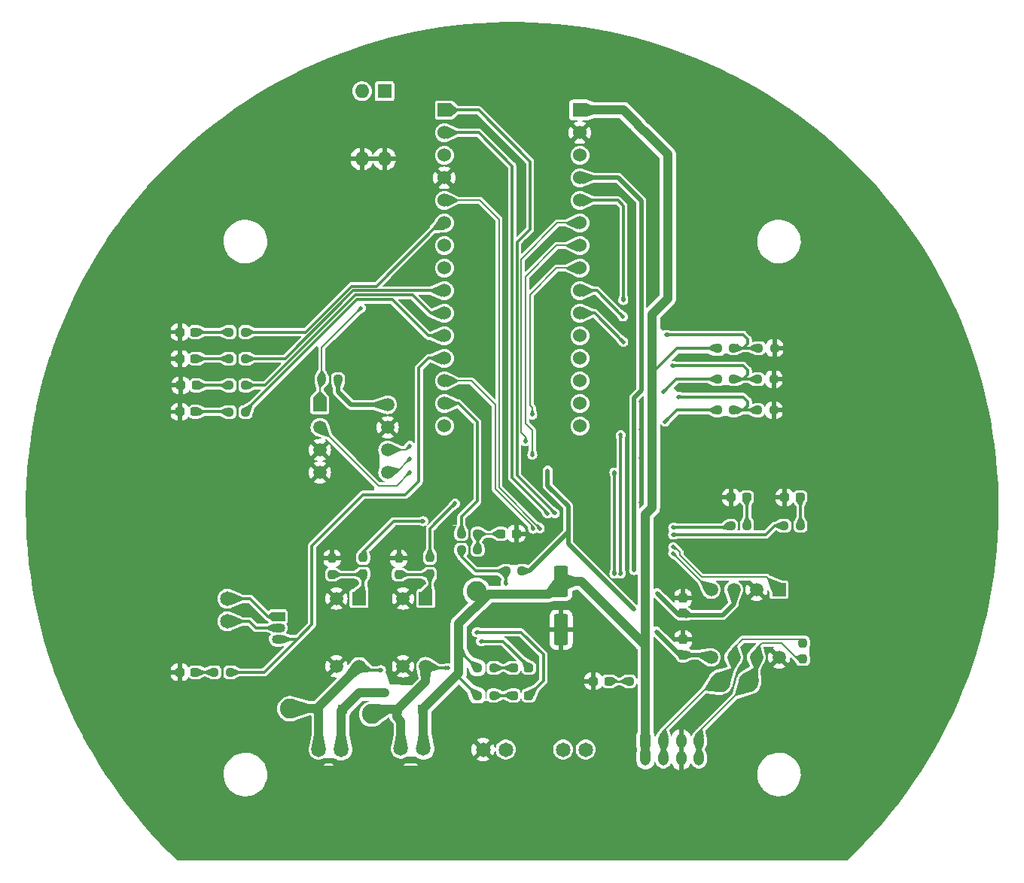
<source format=gbr>
%TF.GenerationSoftware,KiCad,Pcbnew,7.0.1-0*%
%TF.CreationDate,2023-05-23T13:41:44+09:00*%
%TF.ProjectId,FlightModule,466c6967-6874-44d6-9f64-756c652e6b69,rev?*%
%TF.SameCoordinates,Original*%
%TF.FileFunction,Copper,L1,Top*%
%TF.FilePolarity,Positive*%
%FSLAX46Y46*%
G04 Gerber Fmt 4.6, Leading zero omitted, Abs format (unit mm)*
G04 Created by KiCad (PCBNEW 7.0.1-0) date 2023-05-23 13:41:44*
%MOMM*%
%LPD*%
G01*
G04 APERTURE LIST*
G04 Aperture macros list*
%AMRoundRect*
0 Rectangle with rounded corners*
0 $1 Rounding radius*
0 $2 $3 $4 $5 $6 $7 $8 $9 X,Y pos of 4 corners*
0 Add a 4 corners polygon primitive as box body*
4,1,4,$2,$3,$4,$5,$6,$7,$8,$9,$2,$3,0*
0 Add four circle primitives for the rounded corners*
1,1,$1+$1,$2,$3*
1,1,$1+$1,$4,$5*
1,1,$1+$1,$6,$7*
1,1,$1+$1,$8,$9*
0 Add four rect primitives between the rounded corners*
20,1,$1+$1,$2,$3,$4,$5,0*
20,1,$1+$1,$4,$5,$6,$7,0*
20,1,$1+$1,$6,$7,$8,$9,0*
20,1,$1+$1,$8,$9,$2,$3,0*%
G04 Aperture macros list end*
%TA.AperFunction,ComponentPad*%
%ADD10C,1.650000*%
%TD*%
%TA.AperFunction,SMDPad,CuDef*%
%ADD11RoundRect,0.250000X0.300000X0.300000X-0.300000X0.300000X-0.300000X-0.300000X0.300000X-0.300000X0*%
%TD*%
%TA.AperFunction,ComponentPad*%
%ADD12R,1.500000X1.050000*%
%TD*%
%TA.AperFunction,ComponentPad*%
%ADD13O,1.500000X1.050000*%
%TD*%
%TA.AperFunction,SMDPad,CuDef*%
%ADD14RoundRect,0.237500X-0.250000X-0.237500X0.250000X-0.237500X0.250000X0.237500X-0.250000X0.237500X0*%
%TD*%
%TA.AperFunction,SMDPad,CuDef*%
%ADD15RoundRect,0.237500X0.250000X0.237500X-0.250000X0.237500X-0.250000X-0.237500X0.250000X-0.237500X0*%
%TD*%
%TA.AperFunction,ComponentPad*%
%ADD16R,1.500000X1.500000*%
%TD*%
%TA.AperFunction,ComponentPad*%
%ADD17C,1.500000*%
%TD*%
%TA.AperFunction,SMDPad,CuDef*%
%ADD18RoundRect,0.237500X0.237500X-0.250000X0.237500X0.250000X-0.237500X0.250000X-0.237500X-0.250000X0*%
%TD*%
%TA.AperFunction,SMDPad,CuDef*%
%ADD19RoundRect,0.237500X-0.287500X-0.237500X0.287500X-0.237500X0.287500X0.237500X-0.287500X0.237500X0*%
%TD*%
%TA.AperFunction,SMDPad,CuDef*%
%ADD20RoundRect,0.237500X0.237500X-0.300000X0.237500X0.300000X-0.237500X0.300000X-0.237500X-0.300000X0*%
%TD*%
%TA.AperFunction,SMDPad,CuDef*%
%ADD21RoundRect,0.237500X-0.300000X-0.237500X0.300000X-0.237500X0.300000X0.237500X-0.300000X0.237500X0*%
%TD*%
%TA.AperFunction,SMDPad,CuDef*%
%ADD22RoundRect,0.237500X-0.237500X0.250000X-0.237500X-0.250000X0.237500X-0.250000X0.237500X0.250000X0*%
%TD*%
%TA.AperFunction,ComponentPad*%
%ADD23C,2.250000*%
%TD*%
%TA.AperFunction,SMDPad,CuDef*%
%ADD24RoundRect,0.237500X0.287500X0.237500X-0.287500X0.237500X-0.287500X-0.237500X0.287500X-0.237500X0*%
%TD*%
%TA.AperFunction,ComponentPad*%
%ADD25R,1.530000X1.530000*%
%TD*%
%TA.AperFunction,ComponentPad*%
%ADD26C,1.530000*%
%TD*%
%TA.AperFunction,ComponentPad*%
%ADD27R,1.600000X1.600000*%
%TD*%
%TA.AperFunction,ComponentPad*%
%ADD28O,1.600000X1.600000*%
%TD*%
%TA.AperFunction,ComponentPad*%
%ADD29RoundRect,0.250000X-0.350000X-0.560000X0.350000X-0.560000X0.350000X0.560000X-0.350000X0.560000X0*%
%TD*%
%TA.AperFunction,ComponentPad*%
%ADD30O,1.200000X1.650000*%
%TD*%
%TA.AperFunction,SMDPad,CuDef*%
%ADD31RoundRect,0.250000X-0.550000X1.500000X-0.550000X-1.500000X0.550000X-1.500000X0.550000X1.500000X0*%
%TD*%
%TA.AperFunction,ViaPad*%
%ADD32C,0.510000*%
%TD*%
%TA.AperFunction,ViaPad*%
%ADD33C,0.800000*%
%TD*%
%TA.AperFunction,Conductor*%
%ADD34C,0.200000*%
%TD*%
%TA.AperFunction,Conductor*%
%ADD35C,0.500000*%
%TD*%
%TA.AperFunction,Conductor*%
%ADD36C,1.000000*%
%TD*%
%TA.AperFunction,Conductor*%
%ADD37C,0.300000*%
%TD*%
%TA.AperFunction,Conductor*%
%ADD38C,0.250000*%
%TD*%
G04 APERTURE END LIST*
D10*
%TO.P,J5,1,Pin_1*%
%TO.N,Net-(D3-K)*%
X126730000Y-132190000D03*
%TO.P,J5,2,Pin_2*%
%TO.N,SOLENOID_POWER*%
X129270000Y-132190000D03*
%TD*%
D11*
%TO.P,D6,1,K*%
%TO.N,SOLENOID_POWER*%
X129400000Y-127700000D03*
%TO.P,D6,2,A*%
%TO.N,Net-(D3-K)*%
X126600000Y-127700000D03*
%TD*%
D12*
%TO.P,Q1,1,E*%
%TO.N,Net-(J6-Pin_1)*%
X122200000Y-117230000D03*
D13*
%TO.P,Q1,2,C*%
%TO.N,Net-(J6-Pin_2)*%
X122200000Y-118500000D03*
%TO.P,Q1,3,B*%
%TO.N,CONTROL_CAMERA*%
X122200000Y-119770000D03*
%TD*%
D14*
%TO.P,R3,1*%
%TO.N,Net-(J3-Pin_1)*%
X171587500Y-94000000D03*
%TO.P,R3,2*%
%TO.N,VOLTAGE_BATT*%
X173412500Y-94000000D03*
%TD*%
D15*
%TO.P,R10,1*%
%TO.N,SOLENOID_POWER*%
X163500000Y-124500000D03*
%TO.P,R10,2*%
%TO.N,Net-(D5-A)*%
X161675000Y-124500000D03*
%TD*%
D16*
%TO.P,U1,1,TXD*%
%TO.N,CAN_TX*%
X178508750Y-114200000D03*
D17*
%TO.P,U1,2,VSS*%
%TO.N,GND*%
X175968750Y-114200000D03*
%TO.P,U1,3,VDD*%
%TO.N,+5V*%
X173428750Y-114200000D03*
%TO.P,U1,4,RXD*%
%TO.N,CAN_RX*%
X170888750Y-114200000D03*
%TO.P,U1,5,Vio*%
%TO.N,+3.3V*%
X170888750Y-121820000D03*
%TO.P,U1,6,CANL*%
%TO.N,CAN_L*%
X173428750Y-121820000D03*
%TO.P,U1,7,CANH*%
%TO.N,CAN_H*%
X175968750Y-121820000D03*
%TO.P,U1,8,STBY*%
%TO.N,GND*%
X178508750Y-121820000D03*
%TD*%
D10*
%TO.P,J4,1,Pin_1*%
%TO.N,Net-(D4-K)*%
X135980000Y-132090000D03*
%TO.P,J4,2,Pin_2*%
%TO.N,SOLENOID_POWER*%
X138520000Y-132090000D03*
%TD*%
D18*
%TO.P,R15,1*%
%TO.N,Net-(R14-Pad2)*%
X135750000Y-112500000D03*
%TO.P,R15,2*%
%TO.N,GND*%
X135750000Y-110675000D03*
%TD*%
D16*
%TO.P,U4,1*%
%TO.N,Net-(R11-Pad2)*%
X131275000Y-115200000D03*
D17*
%TO.P,U4,2*%
%TO.N,GND*%
X128735000Y-115200000D03*
%TO.P,U4,3*%
X128735000Y-122820000D03*
%TO.P,U4,4*%
%TO.N,Net-(D3-K)*%
X131275000Y-122820000D03*
%TD*%
D14*
%TO.P,R8,1*%
%TO.N,VOLTAGE_12V*%
X176175000Y-87000000D03*
%TO.P,R8,2*%
%TO.N,GND*%
X178000000Y-87000000D03*
%TD*%
D19*
%TO.P,D13,1,K*%
%TO.N,GND*%
X111125000Y-85200000D03*
%TO.P,D13,2,A*%
%TO.N,Net-(D13-A)*%
X112875000Y-85200000D03*
%TD*%
D14*
%TO.P,R17,1*%
%TO.N,SOLENOID_POWER*%
X144587500Y-126100000D03*
%TO.P,R17,2*%
%TO.N,Net-(D3-A)*%
X146412500Y-126100000D03*
%TD*%
D16*
%TO.P,U3,1*%
%TO.N,Net-(R14-Pad2)*%
X138775000Y-115200000D03*
D17*
%TO.P,U3,2*%
%TO.N,GND*%
X136235000Y-115200000D03*
%TO.P,U3,3*%
X136235000Y-122820000D03*
%TO.P,U3,4*%
%TO.N,Net-(D4-K)*%
X138775000Y-122820000D03*
%TD*%
D20*
%TO.P,C2,1*%
%TO.N,+5V*%
X167708750Y-116862500D03*
%TO.P,C2,2*%
%TO.N,GND*%
X167708750Y-115137500D03*
%TD*%
D19*
%TO.P,D14,1,K*%
%TO.N,GND*%
X111125000Y-88200000D03*
%TO.P,D14,2,A*%
%TO.N,Net-(D14-A)*%
X112875000Y-88200000D03*
%TD*%
D15*
%TO.P,R22,1*%
%TO.N,FLIGHT_MODE_BIT_1*%
X118512500Y-88200000D03*
%TO.P,R22,2*%
%TO.N,Net-(D14-A)*%
X116687500Y-88200000D03*
%TD*%
%TO.P,R19,1*%
%TO.N,FLIGHT_MODE_BIT_3*%
X118512500Y-94200000D03*
%TO.P,R19,2*%
%TO.N,Net-(D11-A)*%
X116687500Y-94200000D03*
%TD*%
%TO.P,R21,1*%
%TO.N,FLIGHT_MODE_BIT_0*%
X118512500Y-85200000D03*
%TO.P,R21,2*%
%TO.N,Net-(D13-A)*%
X116687500Y-85200000D03*
%TD*%
%TO.P,R16,1*%
%TO.N,+3.3V*%
X128912500Y-90500000D03*
%TO.P,R16,2*%
%TO.N,SPI_CS_FRAM*%
X127087500Y-90500000D03*
%TD*%
D14*
%TO.P,R25,1*%
%TO.N,FLIGHT_PIN*%
X142787500Y-107900000D03*
%TO.P,R25,2*%
%TO.N,Net-(C4-Pad1)*%
X144612500Y-107900000D03*
%TD*%
D15*
%TO.P,R13,1*%
%TO.N,CONTROL_CAMERA*%
X116812500Y-123500000D03*
%TO.P,R13,2*%
%TO.N,Net-(D10-A)*%
X114987500Y-123500000D03*
%TD*%
D19*
%TO.P,D11,1,K*%
%TO.N,GND*%
X111125000Y-94170000D03*
%TO.P,D11,2,A*%
%TO.N,Net-(D11-A)*%
X112875000Y-94170000D03*
%TD*%
%TO.P,D1,1,K*%
%TO.N,GND*%
X179125000Y-103800000D03*
%TO.P,D1,2,A*%
%TO.N,Net-(D1-A)*%
X180875000Y-103800000D03*
%TD*%
D20*
%TO.P,C1,1*%
%TO.N,+3.3V*%
X167709457Y-121538207D03*
%TO.P,C1,2*%
%TO.N,GND*%
X167709457Y-119813207D03*
%TD*%
D14*
%TO.P,R6,1*%
%TO.N,CAN_SEND_STATUS*%
X179087500Y-107000000D03*
%TO.P,R6,2*%
%TO.N,Net-(D1-A)*%
X180912500Y-107000000D03*
%TD*%
D10*
%TO.P,J6,1,Pin_1*%
%TO.N,Net-(J6-Pin_1)*%
X116485000Y-115230000D03*
%TO.P,J6,2,Pin_2*%
%TO.N,Net-(J6-Pin_2)*%
X116485000Y-117770000D03*
%TD*%
D19*
%TO.P,D2,1,K*%
%TO.N,GND*%
X173125000Y-103800000D03*
%TO.P,D2,2,A*%
%TO.N,Net-(D2-A)*%
X174875000Y-103800000D03*
%TD*%
D18*
%TO.P,R1,1*%
%TO.N,CAN_H*%
X181200000Y-122000000D03*
%TO.P,R1,2*%
%TO.N,CAN_L*%
X181200000Y-120175000D03*
%TD*%
D14*
%TO.P,R5,1*%
%TO.N,CAN_RECEIVE_STATUS*%
X173087500Y-107000000D03*
%TO.P,R5,2*%
%TO.N,Net-(D2-A)*%
X174912500Y-107000000D03*
%TD*%
D21*
%TO.P,C4,1*%
%TO.N,Net-(C4-Pad1)*%
X147237500Y-107900000D03*
%TO.P,C4,2*%
%TO.N,GND*%
X148962500Y-107900000D03*
%TD*%
D16*
%TO.P,U5,1,~{CS}*%
%TO.N,SPI_CS_FRAM*%
X126880000Y-93380000D03*
D17*
%TO.P,U5,2,SO*%
%TO.N,SPI_MISO*%
X126880000Y-95920000D03*
%TO.P,U5,3,~{WP}*%
%TO.N,GND*%
X126880000Y-98460000D03*
%TO.P,U5,4,GND*%
X126880000Y-101000000D03*
%TO.P,U5,5,SI*%
%TO.N,SPI_MOSI*%
X134500000Y-101000000D03*
%TO.P,U5,6,SCK*%
%TO.N,SPI_SCLK*%
X134500000Y-98460000D03*
%TO.P,U5,7,~{HOLD}*%
%TO.N,GND*%
X134500000Y-95920000D03*
%TO.P,U5,8,VDD*%
%TO.N,+3.3V*%
X134500000Y-93380000D03*
%TD*%
D15*
%TO.P,R18,1*%
%TO.N,FLIGHT_MODE_BIT_2*%
X118512500Y-91200000D03*
%TO.P,R18,2*%
%TO.N,Net-(D12-A)*%
X116687500Y-91200000D03*
%TD*%
D14*
%TO.P,R20,1*%
%TO.N,SOLENOID_POWER*%
X144587500Y-123000000D03*
%TO.P,R20,2*%
%TO.N,Net-(D4-A)*%
X146412500Y-123000000D03*
%TD*%
%TO.P,R9,1*%
%TO.N,SOLENOID_POWER*%
X171587500Y-87000000D03*
%TO.P,R9,2*%
%TO.N,VOLTAGE_12V*%
X173412500Y-87000000D03*
%TD*%
%TO.P,R4,1*%
%TO.N,Net-(J3-Pin_2)*%
X171587500Y-90500000D03*
%TO.P,R4,2*%
%TO.N,VOLTAGE_VSW*%
X173412500Y-90500000D03*
%TD*%
D10*
%TO.P,J2,1,Pin_1*%
%TO.N,GND*%
X145230000Y-132190000D03*
%TO.P,J2,2,Pin_2*%
%TO.N,Net-(J2-Pin_2)*%
X147770000Y-132190000D03*
%TD*%
D22*
%TO.P,R14,1*%
%TO.N,CONTROL_SEPARATOR_1*%
X139250000Y-110587500D03*
%TO.P,R14,2*%
%TO.N,Net-(R14-Pad2)*%
X139250000Y-112412500D03*
%TD*%
D23*
%TO.P,TP3,1,1*%
%TO.N,Net-(D3-K)*%
X123500000Y-127600000D03*
%TD*%
D24*
%TO.P,D3,1,K*%
%TO.N,Net-(D3-K)*%
X150375000Y-126100000D03*
%TO.P,D3,2,A*%
%TO.N,Net-(D3-A)*%
X148625000Y-126100000D03*
%TD*%
D22*
%TO.P,R11,1*%
%TO.N,CONTROL_SEPARATOR_0*%
X131750000Y-110587500D03*
%TO.P,R11,2*%
%TO.N,Net-(R11-Pad2)*%
X131750000Y-112412500D03*
%TD*%
D15*
%TO.P,R23,1*%
%TO.N,+3.3V*%
X149612500Y-112100000D03*
%TO.P,R23,2*%
%TO.N,Net-(J2-Pin_2)*%
X147787500Y-112100000D03*
%TD*%
D19*
%TO.P,D10,1,K*%
%TO.N,GND*%
X111125000Y-123500000D03*
%TO.P,D10,2,A*%
%TO.N,Net-(D10-A)*%
X112875000Y-123500000D03*
%TD*%
D10*
%TO.P,J3,1,Pin_1*%
%TO.N,Net-(J3-Pin_1)*%
X154230000Y-132190000D03*
%TO.P,J3,2,Pin_2*%
%TO.N,Net-(J3-Pin_2)*%
X156770000Y-132190000D03*
%TD*%
D25*
%TO.P,U2,3_1,PA9*%
%TO.N,CAN_RECEIVE_STATUS*%
X140880000Y-60220000D03*
D26*
%TO.P,U2,3_2,PA10*%
%TO.N,CAN_SEND_STATUS*%
X140880000Y-62760000D03*
%TO.P,U2,3_3,NRST_1*%
%TO.N,unconnected-(U2A-NRST_1-Pad3_3)*%
X140880000Y-65300000D03*
%TO.P,U2,3_4,GND_1*%
%TO.N,GND*%
X140880000Y-67840000D03*
%TO.P,U2,3_5,PA12*%
%TO.N,CAN_TX*%
X140880000Y-70380000D03*
%TO.P,U2,3_6,PB0*%
%TO.N,FLIGHT_MODE_BIT_0*%
X140880000Y-72920000D03*
%TO.P,U2,3_7,PB7*%
%TO.N,SPI_CS_FRAM*%
X140880000Y-75460000D03*
%TO.P,U2,3_8,PB6*%
%TO.N,DUMP_MODE*%
X140880000Y-78000000D03*
%TO.P,U2,3_9,PB1*%
%TO.N,FLIGHT_MODE_BIT_1*%
X140880000Y-80540000D03*
%TO.P,U2,3_10,PF0*%
%TO.N,FLIGHT_MODE_BIT_2*%
X140880000Y-83080000D03*
%TO.P,U2,3_11,PF1*%
%TO.N,FLIGHT_MODE_BIT_3*%
X140880000Y-85620000D03*
%TO.P,U2,3_12,PA8*%
%TO.N,CONTROL_CAMERA*%
X140880000Y-88160000D03*
%TO.P,U2,3_13,PA11*%
%TO.N,CAN_RX*%
X140880000Y-90700000D03*
%TO.P,U2,3_14,PB5*%
%TO.N,FLIGHT_PIN*%
X140880000Y-93240000D03*
%TO.P,U2,3_15,PB4*%
%TO.N,DEBUG_MODE*%
X140880000Y-95780000D03*
D25*
%TO.P,U2,4_1,VIN*%
%TO.N,SOLENOID_POWER*%
X156120000Y-60220000D03*
D26*
%TO.P,U2,4_2,GND_2*%
%TO.N,GND*%
X156120000Y-62760000D03*
%TO.P,U2,4_3,NRST_2*%
%TO.N,unconnected-(U2B-NRST_2-Pad4_3)*%
X156120000Y-65300000D03*
%TO.P,U2,4_4,+5V*%
%TO.N,+5V*%
X156120000Y-67840000D03*
%TO.P,U2,4_5,PA2*%
%TO.N,VOLTAGE_12V*%
X156120000Y-70380000D03*
%TO.P,U2,4_6,PA7*%
%TO.N,SPI_MOSI*%
X156120000Y-72920000D03*
%TO.P,U2,4_7,PA6*%
%TO.N,SPI_MISO*%
X156120000Y-75460000D03*
%TO.P,U2,4_8,PA5*%
%TO.N,SPI_SCLK*%
X156120000Y-78000000D03*
%TO.P,U2,4_9,PA4*%
%TO.N,VOLTAGE_VSW*%
X156120000Y-80540000D03*
%TO.P,U2,4_10,PA3*%
%TO.N,VOLTAGE_BATT*%
X156120000Y-83080000D03*
%TO.P,U2,4_11,PA1*%
%TO.N,unconnected-(U2B-PA1-Pad4_11)*%
X156120000Y-85620000D03*
%TO.P,U2,4_12,PA0*%
%TO.N,CONTROL_SEPARATOR_1*%
X156120000Y-88160000D03*
%TO.P,U2,4_13,AREF*%
%TO.N,unconnected-(U2B-AREF-Pad4_13)*%
X156120000Y-90700000D03*
%TO.P,U2,4_14,+3V3*%
%TO.N,+3.3V*%
X156120000Y-93240000D03*
%TO.P,U2,4_15,PB3*%
%TO.N,CONTROL_SEPARATOR_0*%
X156120000Y-95780000D03*
%TD*%
D27*
%TO.P,SW1,1*%
%TO.N,DEBUG_MODE*%
X134150000Y-58075000D03*
D28*
%TO.P,SW1,2*%
%TO.N,DUMP_MODE*%
X131610000Y-58075000D03*
%TO.P,SW1,3*%
%TO.N,GND*%
X131610000Y-65695000D03*
%TO.P,SW1,4*%
X134150000Y-65695000D03*
%TD*%
D14*
%TO.P,R2,1*%
%TO.N,VOLTAGE_VSW*%
X176087500Y-90500000D03*
%TO.P,R2,2*%
%TO.N,GND*%
X177912500Y-90500000D03*
%TD*%
D23*
%TO.P,TP2,1,1*%
%TO.N,CAN_L*%
X171900000Y-124600000D03*
%TD*%
D11*
%TO.P,D7,1,K*%
%TO.N,SOLENOID_POWER*%
X138400000Y-127700000D03*
%TO.P,D7,2,A*%
%TO.N,Net-(D4-K)*%
X135600000Y-127700000D03*
%TD*%
D19*
%TO.P,D5,1,K*%
%TO.N,GND*%
X157625000Y-124500000D03*
%TO.P,D5,2,A*%
%TO.N,Net-(D5-A)*%
X159375000Y-124500000D03*
%TD*%
D23*
%TO.P,TP1,1,1*%
%TO.N,CAN_H*%
X175100000Y-124600000D03*
%TD*%
D29*
%TO.P,J1,1,Pin_1*%
%TO.N,SOLENOID_POWER*%
X163500000Y-131200000D03*
D30*
%TO.P,J1,2,Pin_2*%
X163500000Y-133200000D03*
%TO.P,J1,3,Pin_3*%
%TO.N,CAN_L*%
X165500000Y-131200000D03*
%TO.P,J1,4,Pin_4*%
X165500000Y-133200000D03*
%TO.P,J1,5,Pin_5*%
%TO.N,GND*%
X167500000Y-131200000D03*
%TO.P,J1,6,Pin_6*%
X167500000Y-133200000D03*
%TO.P,J1,7,Pin_7*%
%TO.N,CAN_H*%
X169500000Y-131200000D03*
%TO.P,J1,8,Pin_8*%
X169500000Y-133200000D03*
%TD*%
D23*
%TO.P,TP4,1,1*%
%TO.N,Net-(D4-K)*%
X132700000Y-128200000D03*
%TD*%
D14*
%TO.P,R7,1*%
%TO.N,VOLTAGE_BATT*%
X176087500Y-94000000D03*
%TO.P,R7,2*%
%TO.N,GND*%
X177912500Y-94000000D03*
%TD*%
D24*
%TO.P,D4,1,K*%
%TO.N,Net-(D4-K)*%
X150375000Y-123000000D03*
%TO.P,D4,2,A*%
%TO.N,Net-(D4-A)*%
X148625000Y-123000000D03*
%TD*%
D23*
%TO.P,TP5,1,1*%
%TO.N,SOLENOID_POWER*%
X144500000Y-114400000D03*
%TD*%
D19*
%TO.P,D12,1,K*%
%TO.N,GND*%
X111250000Y-91200000D03*
%TO.P,D12,2,A*%
%TO.N,Net-(D12-A)*%
X113000000Y-91200000D03*
%TD*%
D15*
%TO.P,R24,1*%
%TO.N,Net-(C4-Pad1)*%
X144612500Y-109700000D03*
%TO.P,R24,2*%
%TO.N,Net-(J2-Pin_2)*%
X142787500Y-109700000D03*
%TD*%
D18*
%TO.P,R12,1*%
%TO.N,Net-(R11-Pad2)*%
X128250000Y-112500000D03*
%TO.P,R12,2*%
%TO.N,GND*%
X128250000Y-110675000D03*
%TD*%
D31*
%TO.P,C3,1*%
%TO.N,SOLENOID_POWER*%
X154000000Y-113300000D03*
%TO.P,C3,2*%
%TO.N,GND*%
X154000000Y-118700000D03*
%TD*%
D32*
%TO.N,GND*%
X164800000Y-116200000D03*
X150600000Y-77200000D03*
X104000000Y-86600000D03*
X150000000Y-75000000D03*
X158600000Y-118200000D03*
X96200000Y-114400000D03*
X163000000Y-99400000D03*
X156000000Y-108800000D03*
X149800000Y-99000000D03*
X114800000Y-95800000D03*
X145000000Y-72400000D03*
X159800000Y-86800000D03*
X135750000Y-105000000D03*
X197600000Y-85600000D03*
X161400000Y-111000000D03*
X145600000Y-102200000D03*
X151400000Y-90000000D03*
X163000000Y-96200000D03*
X162000000Y-71400000D03*
X138200000Y-87000000D03*
X165000000Y-140000000D03*
X104600000Y-120800000D03*
X163000000Y-104400000D03*
X153250000Y-124250000D03*
X159000000Y-121500000D03*
X115000000Y-86600000D03*
X165600000Y-83800000D03*
X138750000Y-104250000D03*
X162000000Y-86000000D03*
X121600000Y-68000000D03*
X101800000Y-129800000D03*
X142800000Y-102200000D03*
X141800000Y-138400000D03*
X145600000Y-98800000D03*
X151000000Y-109000000D03*
X132600000Y-79000000D03*
X112000000Y-143200000D03*
X142800000Y-97000000D03*
X156400000Y-106100000D03*
X200600000Y-114800000D03*
X188400000Y-70000000D03*
X159800000Y-80400000D03*
X185400000Y-143600000D03*
X145400000Y-82200000D03*
X143000000Y-92000000D03*
X152800000Y-67800000D03*
X139200000Y-81600000D03*
X115000000Y-92800000D03*
X159800000Y-71500000D03*
X137000000Y-97000000D03*
X167400000Y-88000000D03*
X153300000Y-104500000D03*
X145600000Y-100200000D03*
X133500000Y-121750000D03*
X147800000Y-84400000D03*
X148800000Y-129200000D03*
X142750000Y-125750000D03*
X142400000Y-64600000D03*
X132800000Y-100800000D03*
X154600000Y-97800000D03*
X161400000Y-100800000D03*
X165000000Y-111200000D03*
X160800000Y-95000000D03*
X201800000Y-101000000D03*
X162000000Y-114400000D03*
X168400000Y-109000000D03*
X132800000Y-138000000D03*
X164400000Y-80600000D03*
X147600000Y-98600000D03*
X177200000Y-117800000D03*
X116000000Y-111600000D03*
X135600000Y-79600000D03*
X151700000Y-106100000D03*
X145800000Y-90800000D03*
X132200000Y-102600000D03*
X130400000Y-91600000D03*
X121000000Y-89400000D03*
X136800000Y-82000000D03*
X183600000Y-86000000D03*
X165400000Y-97400000D03*
X167400000Y-91400000D03*
X176400000Y-106800000D03*
X133600000Y-82600000D03*
X138000000Y-107750000D03*
X184000000Y-121600000D03*
X171600000Y-116000000D03*
X171600000Y-119200000D03*
X119900000Y-117400000D03*
X162000000Y-121200000D03*
X145600000Y-97000000D03*
X153600000Y-95800000D03*
X129500000Y-109250000D03*
X174600000Y-88000000D03*
X164800000Y-120800000D03*
X164800000Y-108800000D03*
X126200000Y-87600000D03*
X159200000Y-108800000D03*
X120500000Y-120900000D03*
X123400000Y-86200000D03*
X155750000Y-115000000D03*
X128200000Y-87400000D03*
X143000000Y-78600000D03*
X160400000Y-130200000D03*
X139000000Y-100200000D03*
X161000000Y-144000000D03*
X169800000Y-102200000D03*
X114600000Y-83600000D03*
X137700000Y-59100000D03*
X159200000Y-65700000D03*
X162000000Y-80800000D03*
X149500000Y-73500000D03*
X173600000Y-112000000D03*
X142800000Y-100200000D03*
X147600000Y-71600000D03*
X108000000Y-70200000D03*
X125300000Y-129000000D03*
X148000000Y-51200000D03*
X183800000Y-112800000D03*
X142200000Y-94400000D03*
X149500000Y-67000000D03*
X161400000Y-97800000D03*
X174400000Y-58400000D03*
X148800000Y-103100000D03*
X146500000Y-113250000D03*
X132700000Y-131000000D03*
X183800000Y-99000000D03*
X141000000Y-107750000D03*
X151800000Y-81600000D03*
X145400000Y-111000000D03*
X117200000Y-127600000D03*
X167600000Y-75000000D03*
X164400000Y-70600000D03*
X139000000Y-76600000D03*
X161800000Y-91200000D03*
X125100000Y-113800000D03*
X103800000Y-102600000D03*
X195600000Y-129800000D03*
X127250000Y-106400000D03*
X166200000Y-118600000D03*
X123800000Y-118600000D03*
X174800000Y-120900000D03*
X124800000Y-84000000D03*
X140750000Y-121750000D03*
X145800000Y-108900000D03*
X151200000Y-79000000D03*
X152400000Y-93800000D03*
X186600000Y-132000000D03*
X142800000Y-89200000D03*
X150500000Y-101400000D03*
X134250000Y-111750000D03*
X159600000Y-125600000D03*
X159200000Y-105800000D03*
X165200000Y-106200000D03*
X115200000Y-89800000D03*
X99200000Y-85200000D03*
X174800000Y-97000000D03*
X153500000Y-57500000D03*
X134600000Y-143600000D03*
X159500000Y-69500000D03*
X142000000Y-74200000D03*
X145600000Y-94200000D03*
X142800000Y-98800000D03*
X174800000Y-91400000D03*
X128600000Y-93400000D03*
X95400000Y-101000000D03*
X161400000Y-108800000D03*
X144700000Y-117750000D03*
X163000000Y-93000000D03*
X161400000Y-106000000D03*
X122000000Y-58200000D03*
X118600000Y-92600000D03*
X108600000Y-128600000D03*
X147600000Y-100200000D03*
X139000000Y-98800000D03*
X170100000Y-123400000D03*
X151400000Y-138600000D03*
X168500000Y-128900000D03*
X159200000Y-111600000D03*
X147800000Y-96600000D03*
X165300000Y-62000000D03*
X142600000Y-61400000D03*
X165100000Y-129200000D03*
X159200000Y-99800000D03*
X145800000Y-107300000D03*
%TO.N,+5V*%
X162200000Y-112000000D03*
X162200000Y-111000000D03*
X164800000Y-114600000D03*
X165400000Y-115200000D03*
%TO.N,+3.3V*%
X161600000Y-115800000D03*
X162200000Y-116400000D03*
X164700000Y-118900000D03*
X165400000Y-119600000D03*
X152500000Y-102100000D03*
X152500000Y-100800000D03*
%TO.N,CAN_TX*%
X166600000Y-109400000D03*
X151600000Y-107300000D03*
%TO.N,CAN_RX*%
X150857909Y-107342091D03*
X166600000Y-110109503D03*
%TO.N,Net-(D3-K)*%
X144500000Y-119000000D03*
X133750000Y-123250000D03*
%TO.N,Net-(D4-K)*%
X141250000Y-123000000D03*
X145000000Y-120000000D03*
D33*
%TO.N,SOLENOID_POWER*%
X140450000Y-125650000D03*
X132675000Y-125775000D03*
X134200000Y-125800000D03*
X141450000Y-124650000D03*
D32*
%TO.N,CONTROL_SEPARATOR_1*%
X142087500Y-104500000D03*
%TO.N,CONTROL_SEPARATOR_0*%
X138500000Y-106500000D03*
%TO.N,Net-(J2-Pin_2)*%
X147770000Y-113500000D03*
%TO.N,VOLTAGE_12V*%
X165800000Y-85500000D03*
X161000000Y-81600000D03*
%TO.N,VOLTAGE_VSW*%
X166500000Y-89000000D03*
X160950000Y-83450000D03*
%TO.N,VOLTAGE_BATT*%
X161000000Y-86300000D03*
X167200000Y-92500000D03*
%TO.N,Net-(J3-Pin_1)*%
X160000000Y-112400000D03*
X165700000Y-95300000D03*
X160000000Y-101000000D03*
%TO.N,Net-(J3-Pin_2)*%
X165537347Y-91937347D03*
X160709503Y-96790497D03*
X160709503Y-112400000D03*
%TO.N,SPI_CS_FRAM*%
X131500000Y-82500000D03*
%TO.N,SPI_MISO*%
X137000000Y-101000000D03*
X150775500Y-99000000D03*
%TO.N,SPI_MOSI*%
X137000000Y-99500000D03*
X150000000Y-97500000D03*
%TO.N,SPI_SCLK*%
X137000000Y-98000000D03*
X150775500Y-94500000D03*
%TO.N,CAN_RECEIVE_STATUS*%
X166600000Y-107200000D03*
X153300000Y-105600000D03*
%TO.N,CAN_SEND_STATUS*%
X166600000Y-108000000D03*
X152472553Y-105627447D03*
%TD*%
D34*
%TO.N,CAN_H*%
X175968750Y-123731250D02*
X175968750Y-121820000D01*
X180600000Y-122000000D02*
X181200000Y-122000000D01*
X175968750Y-120831250D02*
X176600000Y-120200000D01*
X178800000Y-120200000D02*
X180600000Y-122000000D01*
X175100000Y-124600000D02*
X175968750Y-123731250D01*
X169500000Y-131200000D02*
X169500000Y-133200000D01*
X175100000Y-124600000D02*
X169500000Y-130200000D01*
X169500000Y-130200000D02*
X169500000Y-131200000D01*
X175968750Y-121820000D02*
X175968750Y-120831250D01*
X176600000Y-120200000D02*
X178800000Y-120200000D01*
D35*
%TO.N,+5V*%
X163030000Y-70430000D02*
X160440000Y-67840000D01*
X172171250Y-117037500D02*
X173428750Y-115780000D01*
X163030000Y-91770000D02*
X163030000Y-70430000D01*
X160440000Y-67840000D02*
X156120000Y-67840000D01*
X162200000Y-92600000D02*
X163030000Y-91770000D01*
X162200000Y-111000000D02*
X162200000Y-92600000D01*
X167708750Y-117037500D02*
X172171250Y-117037500D01*
X173428750Y-115780000D02*
X173428750Y-114200000D01*
X164800000Y-114600000D02*
X167237500Y-117037500D01*
X162200000Y-111000000D02*
X162200000Y-112000000D01*
%TO.N,+3.3V*%
X162200000Y-116400000D02*
X154800000Y-109000000D01*
X154800000Y-104800000D02*
X154800000Y-107700000D01*
X154800000Y-104800000D02*
X152500000Y-102500000D01*
X128912500Y-91912500D02*
X128912500Y-90500000D01*
X130380000Y-93380000D02*
X128912500Y-91912500D01*
X152500000Y-102100000D02*
X152500000Y-100800000D01*
X167708750Y-121537500D02*
X170606250Y-121537500D01*
X134500000Y-93380000D02*
X130380000Y-93380000D01*
X152500000Y-102500000D02*
X152500000Y-102100000D01*
X154800000Y-107700000D02*
X154800000Y-109000000D01*
X149612500Y-112100000D02*
X150400000Y-112100000D01*
X164700000Y-118900000D02*
X167337500Y-121537500D01*
X150400000Y-112100000D02*
X154800000Y-107700000D01*
D34*
%TO.N,CAN_L*%
X170300000Y-125300000D02*
X171200000Y-125300000D01*
X165500000Y-131200000D02*
X165500000Y-130100000D01*
X165500000Y-130100000D02*
X170300000Y-125300000D01*
X180825000Y-119800000D02*
X181200000Y-120175000D01*
X173428750Y-123071250D02*
X173428750Y-121820000D01*
X171200000Y-125300000D02*
X173428750Y-123071250D01*
X173428750Y-120771250D02*
X174400000Y-119800000D01*
X165500000Y-133200000D02*
X165500000Y-131200000D01*
X173428750Y-121820000D02*
X173428750Y-120771250D01*
X174400000Y-119800000D02*
X180825000Y-119800000D01*
%TO.N,CAN_TX*%
X144880000Y-70380000D02*
X140880000Y-70380000D01*
X147000000Y-102700000D02*
X147000000Y-72500000D01*
X177108750Y-112800000D02*
X178508750Y-114200000D01*
X166800000Y-109400000D02*
X167400000Y-110000000D01*
X147000000Y-72500000D02*
X144880000Y-70380000D01*
X166600000Y-109400000D02*
X166800000Y-109400000D01*
X167400000Y-110343817D02*
X169856183Y-112800000D01*
X151600000Y-107300000D02*
X147000000Y-102700000D01*
X167400000Y-110000000D02*
X167400000Y-110343817D01*
X169856183Y-112800000D02*
X177108750Y-112800000D01*
%TO.N,CAN_RX*%
X166600000Y-110109503D02*
X170690497Y-114200000D01*
X146600000Y-93400000D02*
X143900000Y-90700000D01*
X150857909Y-107342091D02*
X150857909Y-107123595D01*
X143900000Y-90700000D02*
X140880000Y-90700000D01*
X146600000Y-102865686D02*
X146600000Y-93400000D01*
X150857909Y-107123595D02*
X146600000Y-102865686D01*
%TO.N,Net-(C4-Pad1)*%
X144612500Y-107900000D02*
X144612500Y-109700000D01*
X144667500Y-107955000D02*
X147007500Y-107955000D01*
D36*
%TO.N,Net-(D3-K)*%
X126730000Y-127830000D02*
X126600000Y-127700000D01*
D37*
X152000000Y-124475000D02*
X152000000Y-121500000D01*
X133750000Y-123250000D02*
X131705000Y-123250000D01*
X149500000Y-119000000D02*
X144500000Y-119000000D01*
X131705000Y-123250000D02*
X131275000Y-122820000D01*
D36*
X126600000Y-127495000D02*
X131275000Y-122820000D01*
X126445000Y-127545000D02*
X123555000Y-127545000D01*
X126600000Y-127700000D02*
X126445000Y-127545000D01*
D37*
X152000000Y-121500000D02*
X149500000Y-119000000D01*
D36*
X126730000Y-132190000D02*
X126730000Y-127830000D01*
X126600000Y-127700000D02*
X126600000Y-127495000D01*
D37*
X150375000Y-126100000D02*
X152000000Y-124475000D01*
D36*
%TO.N,Net-(D4-K)*%
X135600000Y-127700000D02*
X138775000Y-124525000D01*
D37*
X147500000Y-120000000D02*
X150375000Y-122875000D01*
D36*
X135500000Y-128500000D02*
X135500000Y-127800000D01*
X133200000Y-127700000D02*
X132700000Y-128200000D01*
X135980000Y-132090000D02*
X135980000Y-128980000D01*
D37*
X145000000Y-120000000D02*
X147500000Y-120000000D01*
X141250000Y-123000000D02*
X138955000Y-123000000D01*
D36*
X138775000Y-124525000D02*
X138775000Y-122820000D01*
X135600000Y-127700000D02*
X133200000Y-127700000D01*
X135980000Y-128980000D02*
X135500000Y-128500000D01*
X135500000Y-127800000D02*
X135600000Y-127700000D01*
D37*
%TO.N,FLIGHT_PIN*%
X142787500Y-106012500D02*
X144587500Y-104212500D01*
X142787500Y-107900000D02*
X142787500Y-106012500D01*
X144587500Y-95337500D02*
X142490000Y-93240000D01*
X142490000Y-93240000D02*
X140880000Y-93240000D01*
X144587500Y-104212500D02*
X144587500Y-95337500D01*
%TO.N,SOLENOID_POWER*%
X164200000Y-89800000D02*
X167000000Y-87000000D01*
D36*
X154000000Y-113300000D02*
X156300000Y-113300000D01*
X129270000Y-132190000D02*
X129270000Y-127830000D01*
D37*
X167000000Y-87000000D02*
X171587500Y-87000000D01*
D36*
X162625000Y-61825000D02*
X162625000Y-61886701D01*
X162625000Y-61886701D02*
X163313299Y-62575000D01*
D37*
X142500000Y-124012500D02*
X142500000Y-123600000D01*
D36*
X138520000Y-132090000D02*
X138520000Y-127820000D01*
X129270000Y-127830000D02*
X129400000Y-127700000D01*
X142500000Y-118000000D02*
X145825000Y-114675000D01*
X132700000Y-125800000D02*
X134200000Y-125800000D01*
X132675000Y-125775000D02*
X131325000Y-125775000D01*
X164200000Y-105000000D02*
X163500000Y-105700000D01*
X152625000Y-114675000D02*
X154000000Y-113300000D01*
X166000000Y-65200000D02*
X166000000Y-81400000D01*
X138400000Y-127700000D02*
X142500000Y-123600000D01*
X131325000Y-125775000D02*
X129400000Y-127700000D01*
D37*
X142500000Y-121325000D02*
X142500000Y-121000000D01*
D36*
X163375000Y-62575000D02*
X166000000Y-65200000D01*
X142500000Y-121000000D02*
X142500000Y-118000000D01*
X142500000Y-123600000D02*
X142500000Y-121000000D01*
X166000000Y-81400000D02*
X164200000Y-83200000D01*
X145825000Y-114675000D02*
X152625000Y-114675000D01*
X161020000Y-60220000D02*
X162625000Y-61825000D01*
D37*
X144587500Y-126100000D02*
X142500000Y-124012500D01*
D36*
X164200000Y-83200000D02*
X164200000Y-105000000D01*
X163313299Y-62575000D02*
X163375000Y-62575000D01*
X138520000Y-127820000D02*
X138400000Y-127700000D01*
D37*
X144500000Y-123000000D02*
X142500000Y-121000000D01*
D36*
X163500000Y-105700000D02*
X163500000Y-133200000D01*
X156120000Y-60220000D02*
X161020000Y-60220000D01*
X132675000Y-125775000D02*
X132700000Y-125800000D01*
X156300000Y-113300000D02*
X163500000Y-120500000D01*
D38*
%TO.N,Net-(D5-A)*%
X159375000Y-124500000D02*
X161675000Y-124500000D01*
D37*
%TO.N,Net-(R11-Pad2)*%
X131750000Y-112412500D02*
X131750000Y-114725000D01*
X128250000Y-112500000D02*
X131662500Y-112500000D01*
%TO.N,Net-(D13-A)*%
X112875000Y-85200000D02*
X116687500Y-85200000D01*
%TO.N,Net-(D14-A)*%
X112875000Y-88200000D02*
X116687500Y-88200000D01*
%TO.N,Net-(R14-Pad2)*%
X135750000Y-112500000D02*
X139162500Y-112500000D01*
X139250000Y-112412500D02*
X139250000Y-114725000D01*
%TO.N,CONTROL_SEPARATOR_1*%
X139250000Y-110587500D02*
X139250000Y-107337500D01*
X139250000Y-107337500D02*
X142087500Y-104500000D01*
%TO.N,CONTROL_SEPARATOR_0*%
X138500000Y-106500000D02*
X135175000Y-106500000D01*
X135175000Y-106500000D02*
X131750000Y-109925000D01*
X131750000Y-109925000D02*
X131750000Y-110587500D01*
%TO.N,CONTROL_CAMERA*%
X126000000Y-118100000D02*
X126000000Y-109250000D01*
X124330000Y-119770000D02*
X120600000Y-123500000D01*
X124330000Y-119770000D02*
X126000000Y-118100000D01*
X138000000Y-102000000D02*
X138000000Y-89250000D01*
X138000000Y-89250000D02*
X139090000Y-88160000D01*
X122200000Y-119770000D02*
X123730000Y-119770000D01*
X139090000Y-88160000D02*
X140880000Y-88160000D01*
X136500000Y-103500000D02*
X138000000Y-102000000D01*
X131750000Y-103500000D02*
X136500000Y-103500000D01*
X123730000Y-119770000D02*
X124330000Y-119770000D01*
X120600000Y-123500000D02*
X116812500Y-123500000D01*
X126000000Y-109250000D02*
X131750000Y-103500000D01*
%TO.N,FLIGHT_MODE_BIT_0*%
X125274696Y-85200000D02*
X130434696Y-80040000D01*
X133210000Y-80040000D02*
X140330000Y-72920000D01*
X130434696Y-80040000D02*
X133210000Y-80040000D01*
X118512500Y-85200000D02*
X125274696Y-85200000D01*
%TO.N,FLIGHT_MODE_BIT_1*%
X130641802Y-80540000D02*
X140880000Y-80540000D01*
X122981802Y-88200000D02*
X130641802Y-80540000D01*
X118512500Y-88200000D02*
X122981802Y-88200000D01*
%TO.N,FLIGHT_MODE_BIT_2*%
X118512500Y-91200000D02*
X120688908Y-91200000D01*
X139330000Y-83080000D02*
X140880000Y-83080000D01*
X137290000Y-81040000D02*
X139330000Y-83080000D01*
X130848908Y-81040000D02*
X137290000Y-81040000D01*
X120688908Y-91200000D02*
X130848908Y-81040000D01*
%TO.N,FLIGHT_MODE_BIT_3*%
X118512500Y-94083514D02*
X131056014Y-81540000D01*
X135040000Y-81540000D02*
X139120000Y-85620000D01*
X139120000Y-85620000D02*
X140880000Y-85620000D01*
X131056014Y-81540000D02*
X135040000Y-81540000D01*
%TO.N,Net-(D1-A)*%
X180912500Y-107000000D02*
X180912500Y-103837500D01*
%TO.N,Net-(J2-Pin_2)*%
X147770000Y-113500000D02*
X147770000Y-112117500D01*
X144400000Y-112100000D02*
X142787500Y-110487500D01*
X147787500Y-112100000D02*
X144400000Y-112100000D01*
X142787500Y-110487500D02*
X142787500Y-109700000D01*
%TO.N,VOLTAGE_12V*%
X161000000Y-81600000D02*
X161000000Y-71000000D01*
X174500000Y-85500000D02*
X175000000Y-86000000D01*
X174500000Y-87000000D02*
X176175000Y-87000000D01*
X160380000Y-70380000D02*
X156120000Y-70380000D01*
X161000000Y-71000000D02*
X160380000Y-70380000D01*
X165800000Y-85500000D02*
X174500000Y-85500000D01*
X175000000Y-86000000D02*
X175000000Y-86500000D01*
X175000000Y-86500000D02*
X174500000Y-87000000D01*
X173412500Y-87000000D02*
X174500000Y-87000000D01*
%TO.N,VOLTAGE_VSW*%
X175000000Y-89500000D02*
X175000000Y-90000000D01*
X173412500Y-90500000D02*
X174500000Y-90500000D01*
X175000000Y-90000000D02*
X174500000Y-90500000D01*
X174500000Y-89000000D02*
X175000000Y-89500000D01*
X174500000Y-90500000D02*
X176087500Y-90500000D01*
X158040000Y-80540000D02*
X156120000Y-80540000D01*
X160950000Y-83450000D02*
X158040000Y-80540000D01*
X166500000Y-89000000D02*
X174500000Y-89000000D01*
%TO.N,VOLTAGE_BATT*%
X175000000Y-93000000D02*
X175000000Y-93500000D01*
X157780000Y-83080000D02*
X156120000Y-83080000D01*
X175000000Y-93500000D02*
X174500000Y-94000000D01*
X161000000Y-86300000D02*
X157780000Y-83080000D01*
X174500000Y-94000000D02*
X176087500Y-94000000D01*
X174500000Y-92500000D02*
X175000000Y-93000000D01*
X167200000Y-92500000D02*
X174500000Y-92500000D01*
X173412500Y-94000000D02*
X174500000Y-94000000D01*
%TO.N,Net-(D4-A)*%
X146412500Y-123000000D02*
X148625000Y-123000000D01*
%TO.N,Net-(J3-Pin_1)*%
X165700000Y-95300000D02*
X167000000Y-94000000D01*
X167000000Y-94000000D02*
X171587500Y-94000000D01*
X160000000Y-101000000D02*
X160000000Y-112400000D01*
%TO.N,Net-(J3-Pin_2)*%
X160709503Y-96790497D02*
X160709503Y-112400000D01*
X165537347Y-91937347D02*
X166974694Y-90500000D01*
X166974694Y-90500000D02*
X171587500Y-90500000D01*
D34*
%TO.N,SPI_CS_FRAM*%
X126880000Y-93380000D02*
X126880000Y-90707500D01*
X127087500Y-90500000D02*
X127087500Y-86912500D01*
X127087500Y-86912500D02*
X131500000Y-82500000D01*
%TO.N,SPI_MISO*%
X150000000Y-78960000D02*
X153500000Y-75460000D01*
X126880000Y-95920000D02*
X133460000Y-102500000D01*
X150000000Y-95500000D02*
X150000000Y-78960000D01*
X133460000Y-102500000D02*
X135500000Y-102500000D01*
X135500000Y-102500000D02*
X137000000Y-101000000D01*
X150775500Y-96275500D02*
X150000000Y-95500000D01*
X153500000Y-75460000D02*
X156120000Y-75460000D01*
X150775500Y-99000000D02*
X150775500Y-96275500D01*
%TO.N,SPI_MOSI*%
X150000000Y-97500000D02*
X150000000Y-97000000D01*
X153580000Y-72920000D02*
X156120000Y-72920000D01*
X150000000Y-97000000D02*
X149500000Y-96500000D01*
X137000000Y-99500000D02*
X135500000Y-101000000D01*
X135500000Y-101000000D02*
X134500000Y-101000000D01*
X149500000Y-96500000D02*
X149500000Y-77000000D01*
X149500000Y-77000000D02*
X153580000Y-72920000D01*
%TO.N,SPI_SCLK*%
X150500000Y-81000000D02*
X153500000Y-78000000D01*
X150500000Y-93474500D02*
X150500000Y-81000000D01*
X150775500Y-94500000D02*
X150775500Y-93750000D01*
X153500000Y-78000000D02*
X156120000Y-78000000D01*
X150775500Y-93750000D02*
X150500000Y-93474500D01*
X137000000Y-98000000D02*
X136540000Y-98460000D01*
X136540000Y-98460000D02*
X134500000Y-98460000D01*
D37*
%TO.N,CAN_RECEIVE_STATUS*%
X150500000Y-66000000D02*
X144720000Y-60220000D01*
X150500000Y-73644400D02*
X150500000Y-66000000D01*
X149050000Y-101350000D02*
X149050000Y-75094400D01*
X153300000Y-105600000D02*
X149050000Y-101350000D01*
X144720000Y-60220000D02*
X140880000Y-60220000D01*
X149050000Y-75094400D02*
X150500000Y-73644400D01*
X166600000Y-107200000D02*
X172887500Y-107200000D01*
%TO.N,CAN_SEND_STATUS*%
X148500000Y-66500000D02*
X144760000Y-62760000D01*
X152472553Y-105627447D02*
X152472553Y-105572553D01*
X166600000Y-108000000D02*
X177000000Y-108000000D01*
X148500000Y-101600000D02*
X148500000Y-66500000D01*
X144760000Y-62760000D02*
X140880000Y-62760000D01*
X152472553Y-105572553D02*
X148500000Y-101600000D01*
X178000000Y-107000000D02*
X179087500Y-107000000D01*
X177000000Y-108000000D02*
X178000000Y-107000000D01*
%TO.N,Net-(D10-A)*%
X114987500Y-123500000D02*
X112875000Y-123500000D01*
%TO.N,Net-(D11-A)*%
X112875000Y-94170000D02*
X116657500Y-94170000D01*
%TO.N,Net-(D2-A)*%
X174912500Y-107000000D02*
X174912500Y-103837500D01*
%TO.N,Net-(D12-A)*%
X113000000Y-91200000D02*
X116687500Y-91200000D01*
%TO.N,Net-(D3-A)*%
X146412500Y-126000000D02*
X146512500Y-126100000D01*
X146512500Y-126100000D02*
X148525000Y-126100000D01*
X148525000Y-126100000D02*
X148625000Y-126000000D01*
%TO.N,Net-(J6-Pin_2)*%
X118970000Y-117770000D02*
X119700000Y-118500000D01*
X116485000Y-117770000D02*
X118970000Y-117770000D01*
X119700000Y-118500000D02*
X122200000Y-118500000D01*
%TO.N,Net-(J6-Pin_1)*%
X122200000Y-117230000D02*
X121030000Y-117230000D01*
X119030000Y-115230000D02*
X116485000Y-115230000D01*
X121030000Y-117230000D02*
X119030000Y-115230000D01*
%TD*%
%TA.AperFunction,Conductor*%
%TO.N,CAN_TX*%
G36*
X177306270Y-112851782D02*
G01*
X178779081Y-113434056D01*
X178808364Y-113445633D01*
X178813264Y-113449288D01*
X178815652Y-113454915D01*
X178814876Y-113460979D01*
X178511312Y-114196213D01*
X178508771Y-114200021D01*
X178504963Y-114202562D01*
X177769729Y-114506126D01*
X177763665Y-114506902D01*
X177758038Y-114504514D01*
X177754383Y-114499614D01*
X177636944Y-114202562D01*
X177160532Y-112997520D01*
X177159958Y-112990847D01*
X177163139Y-112984951D01*
X177293701Y-112854389D01*
X177299597Y-112851208D01*
X177306270Y-112851782D01*
G37*
%TD.AperFunction*%
%TD*%
%TA.AperFunction,Conductor*%
%TO.N,Net-(C4-Pad1)*%
G36*
X144619220Y-107903715D02*
G01*
X145073041Y-108222156D01*
X145077761Y-108229278D01*
X145076379Y-108237710D01*
X144715901Y-108844277D01*
X144711629Y-108848469D01*
X144705843Y-108850000D01*
X144519157Y-108850000D01*
X144513371Y-108848469D01*
X144509099Y-108844277D01*
X144148620Y-108237710D01*
X144147238Y-108229278D01*
X144151957Y-108222157D01*
X144605780Y-107903714D01*
X144612500Y-107901592D01*
X144619220Y-107903715D01*
G37*
%TD.AperFunction*%
%TD*%
%TA.AperFunction,Conductor*%
%TO.N,VOLTAGE_12V*%
G36*
X166300677Y-85348065D02*
G01*
X166307375Y-85352136D01*
X166310000Y-85359521D01*
X166310000Y-85640479D01*
X166307375Y-85647864D01*
X166300677Y-85651934D01*
X166229996Y-85666603D01*
X165907029Y-85733628D01*
X165899198Y-85732523D01*
X165893859Y-85726688D01*
X165862578Y-85651935D01*
X165800888Y-85504512D01*
X165799982Y-85500000D01*
X165800888Y-85495487D01*
X165893860Y-85273309D01*
X165899198Y-85267476D01*
X165907028Y-85266371D01*
X166300677Y-85348065D01*
G37*
%TD.AperFunction*%
%TD*%
%TA.AperFunction,Conductor*%
%TO.N,CAN_L*%
G36*
X165598838Y-131776827D02*
G01*
X165603155Y-131781739D01*
X166050474Y-132737160D01*
X166051290Y-132744703D01*
X166047307Y-132751160D01*
X165507429Y-133194894D01*
X165500000Y-133197555D01*
X165492571Y-133194894D01*
X164952692Y-132751160D01*
X164948709Y-132744703D01*
X164949525Y-132737160D01*
X165396845Y-131781739D01*
X165401162Y-131776827D01*
X165407441Y-131775000D01*
X165592559Y-131775000D01*
X165598838Y-131776827D01*
G37*
%TD.AperFunction*%
%TD*%
%TA.AperFunction,Conductor*%
%TO.N,Net-(R11-Pad2)*%
G36*
X131757008Y-112416744D02*
G01*
X132199133Y-112747560D01*
X132203503Y-112754204D01*
X132202615Y-112762107D01*
X131903219Y-113368480D01*
X131898904Y-113373237D01*
X131892728Y-113375000D01*
X131607272Y-113375000D01*
X131601096Y-113373237D01*
X131596781Y-113368480D01*
X131297384Y-112762107D01*
X131296496Y-112754204D01*
X131300864Y-112747561D01*
X131742992Y-112416743D01*
X131749999Y-112414412D01*
X131757008Y-112416744D01*
G37*
%TD.AperFunction*%
%TD*%
%TA.AperFunction,Conductor*%
%TO.N,CAN_SEND_STATUS*%
G36*
X178752439Y-106550865D02*
G01*
X178976264Y-106850000D01*
X179083255Y-106992990D01*
X179085587Y-106999999D01*
X179083255Y-107007008D01*
X178752440Y-107449133D01*
X178745795Y-107453503D01*
X178737892Y-107452615D01*
X178131520Y-107153219D01*
X178126763Y-107148904D01*
X178125000Y-107142728D01*
X178125000Y-106857272D01*
X178126763Y-106851096D01*
X178131520Y-106846781D01*
X178252259Y-106787165D01*
X178737894Y-106547383D01*
X178745795Y-106546496D01*
X178752439Y-106550865D01*
G37*
%TD.AperFunction*%
%TD*%
%TA.AperFunction,Conductor*%
%TO.N,Net-(D4-K)*%
G36*
X136477811Y-130442663D02*
G01*
X136481859Y-130449439D01*
X136802253Y-132076056D01*
X136801580Y-132082804D01*
X136797276Y-132088044D01*
X136790788Y-132090017D01*
X135980014Y-132090999D01*
X135979986Y-132090999D01*
X135169211Y-132090017D01*
X135162723Y-132088044D01*
X135158419Y-132082803D01*
X135157746Y-132076057D01*
X135478140Y-130449439D01*
X135482189Y-130442663D01*
X135489620Y-130440000D01*
X136470380Y-130440000D01*
X136477811Y-130442663D01*
G37*
%TD.AperFunction*%
%TD*%
%TA.AperFunction,Conductor*%
%TO.N,SPI_SCLK*%
G36*
X134798183Y-97772550D02*
G01*
X134810499Y-97778570D01*
X135993439Y-98356793D01*
X135998225Y-98361107D01*
X136000000Y-98367303D01*
X136000000Y-98552697D01*
X135998225Y-98558893D01*
X135993439Y-98563206D01*
X135625056Y-98743273D01*
X134798183Y-99147449D01*
X134792003Y-99148591D01*
X134786123Y-99146371D01*
X134782241Y-99141429D01*
X134541899Y-98563208D01*
X134500865Y-98464487D01*
X134499970Y-98460000D01*
X134500865Y-98455512D01*
X134782241Y-97778569D01*
X134786123Y-97773628D01*
X134792003Y-97771408D01*
X134798183Y-97772550D01*
G37*
%TD.AperFunction*%
%TD*%
%TA.AperFunction,Conductor*%
%TO.N,CAN_RECEIVE_STATUS*%
G36*
X153053401Y-105138533D02*
G01*
X153389517Y-105359117D01*
X153394274Y-105365436D01*
X153393924Y-105373337D01*
X153302564Y-105596176D01*
X153300011Y-105600011D01*
X153296176Y-105602564D01*
X153073337Y-105693924D01*
X153065436Y-105694274D01*
X153059117Y-105689517D01*
X152870650Y-105402339D01*
X152869789Y-105400780D01*
X152859683Y-105378651D01*
X152842756Y-105359117D01*
X152841320Y-105357459D01*
X152840388Y-105356228D01*
X152838532Y-105353400D01*
X152836676Y-105345787D01*
X152840041Y-105338710D01*
X153038710Y-105140041D01*
X153045787Y-105136676D01*
X153053401Y-105138533D01*
G37*
%TD.AperFunction*%
%TD*%
%TA.AperFunction,Conductor*%
%TO.N,CAN_L*%
G36*
X173686053Y-120390390D02*
G01*
X173816456Y-120520793D01*
X173819389Y-120525703D01*
X174118622Y-121522865D01*
X174117986Y-121531244D01*
X174111899Y-121537035D01*
X173435278Y-121817705D01*
X173428508Y-121818372D01*
X173422511Y-121815160D01*
X172906062Y-121297332D01*
X172902654Y-121289510D01*
X172905464Y-121281454D01*
X173668901Y-120391044D01*
X173674179Y-120387531D01*
X173680519Y-120387288D01*
X173686053Y-120390390D01*
G37*
%TD.AperFunction*%
%TD*%
%TA.AperFunction,Conductor*%
%TO.N,CONTROL_SEPARATOR_0*%
G36*
X131864815Y-109615551D02*
G01*
X132066209Y-109816945D01*
X132069065Y-109821608D01*
X132204334Y-110238640D01*
X132204355Y-110245796D01*
X132200204Y-110251626D01*
X131757912Y-110581773D01*
X131749720Y-110584036D01*
X131742158Y-110580158D01*
X131372585Y-110163246D01*
X131369640Y-110155461D01*
X131372617Y-110147688D01*
X131847822Y-109616024D01*
X131853094Y-109612644D01*
X131859359Y-109612468D01*
X131864815Y-109615551D01*
G37*
%TD.AperFunction*%
%TD*%
%TA.AperFunction,Conductor*%
%TO.N,VOLTAGE_12V*%
G36*
X161147864Y-81092625D02*
G01*
X161151935Y-81099323D01*
X161233628Y-81492970D01*
X161232523Y-81500801D01*
X161226688Y-81506140D01*
X161004516Y-81599110D01*
X161000000Y-81600017D01*
X160995484Y-81599110D01*
X160773311Y-81506140D01*
X160767476Y-81500801D01*
X160766371Y-81492970D01*
X160848065Y-81099323D01*
X160852136Y-81092625D01*
X160859521Y-81090000D01*
X161140479Y-81090000D01*
X161147864Y-81092625D01*
G37*
%TD.AperFunction*%
%TD*%
%TA.AperFunction,Conductor*%
%TO.N,SOLENOID_POWER*%
G36*
X143954611Y-125250934D02*
G01*
X144773929Y-125620346D01*
X144779992Y-125626691D01*
X144779936Y-125635469D01*
X144590145Y-126096003D01*
X144587471Y-126099947D01*
X144583445Y-126102497D01*
X144110343Y-126280362D01*
X144101699Y-126280199D01*
X144095528Y-126274145D01*
X143738359Y-125467080D01*
X143737557Y-125460201D01*
X143740784Y-125454075D01*
X143941533Y-125253326D01*
X143947699Y-125250092D01*
X143954611Y-125250934D01*
G37*
%TD.AperFunction*%
%TD*%
%TA.AperFunction,Conductor*%
%TO.N,SOLENOID_POWER*%
G36*
X171252440Y-86550866D02*
G01*
X171583255Y-86992991D01*
X171585587Y-87000000D01*
X171583255Y-87007009D01*
X171252440Y-87449133D01*
X171245795Y-87453503D01*
X171237892Y-87452615D01*
X170631520Y-87153219D01*
X170626763Y-87148904D01*
X170625000Y-87142728D01*
X170625000Y-86857272D01*
X170626763Y-86851096D01*
X170631520Y-86846781D01*
X170752259Y-86787165D01*
X171237894Y-86547383D01*
X171245795Y-86546496D01*
X171252440Y-86550866D01*
G37*
%TD.AperFunction*%
%TD*%
%TA.AperFunction,Conductor*%
%TO.N,Net-(D10-A)*%
G36*
X114652439Y-123050865D02*
G01*
X114876264Y-123350000D01*
X114983255Y-123492990D01*
X114985587Y-123499999D01*
X114983255Y-123507008D01*
X114652440Y-123949133D01*
X114645795Y-123953503D01*
X114637892Y-123952615D01*
X114031520Y-123653219D01*
X114026763Y-123648904D01*
X114025000Y-123642728D01*
X114025000Y-123357272D01*
X114026763Y-123351096D01*
X114031520Y-123346781D01*
X114152259Y-123287165D01*
X114637894Y-123047383D01*
X114645795Y-123046496D01*
X114652439Y-123050865D01*
G37*
%TD.AperFunction*%
%TD*%
%TA.AperFunction,Conductor*%
%TO.N,Net-(D3-A)*%
G36*
X146762105Y-125647383D02*
G01*
X147167150Y-125847374D01*
X147368480Y-125946781D01*
X147373237Y-125951096D01*
X147375000Y-125957272D01*
X147375000Y-126242728D01*
X147373237Y-126248904D01*
X147368480Y-126253219D01*
X146762107Y-126552615D01*
X146754204Y-126553503D01*
X146747560Y-126549133D01*
X146416743Y-126107007D01*
X146414412Y-126100000D01*
X146416744Y-126092991D01*
X146747561Y-125650864D01*
X146754204Y-125646496D01*
X146762105Y-125647383D01*
G37*
%TD.AperFunction*%
%TD*%
%TA.AperFunction,Conductor*%
%TO.N,Net-(J2-Pin_2)*%
G36*
X147794222Y-112103730D02*
G01*
X148247994Y-112423013D01*
X148252651Y-112429909D01*
X148251548Y-112438156D01*
X147923320Y-113043874D01*
X147919019Y-113048353D01*
X147913033Y-113050000D01*
X147627324Y-113050000D01*
X147621116Y-113048217D01*
X147616800Y-113043412D01*
X147322433Y-112437351D01*
X147321631Y-112429306D01*
X147326236Y-112422663D01*
X147780771Y-112103721D01*
X147787497Y-112101599D01*
X147794222Y-112103730D01*
G37*
%TD.AperFunction*%
%TD*%
%TA.AperFunction,Conductor*%
%TO.N,CAN_L*%
G36*
X173433940Y-121821156D02*
G01*
X174108596Y-122101582D01*
X174113824Y-122105873D01*
X174115804Y-122112342D01*
X174113873Y-122118825D01*
X173331464Y-123305873D01*
X173326218Y-123310225D01*
X173319436Y-123310914D01*
X173313422Y-123307707D01*
X173183780Y-123178065D01*
X173181256Y-123174298D01*
X172740354Y-122117830D01*
X172739549Y-122111822D01*
X172741861Y-122106216D01*
X172746666Y-122102522D01*
X173424972Y-121821153D01*
X173429456Y-121820261D01*
X173433940Y-121821156D01*
G37*
%TD.AperFunction*%
%TD*%
%TA.AperFunction,Conductor*%
%TO.N,SPI_MISO*%
G36*
X127573384Y-95639568D02*
G01*
X127576947Y-95644745D01*
X127671452Y-95919979D01*
X127907574Y-96607657D01*
X128008998Y-96903040D01*
X128009331Y-96909477D01*
X128006205Y-96915113D01*
X127875113Y-97046205D01*
X127869477Y-97049331D01*
X127863040Y-97048998D01*
X127188604Y-96817422D01*
X126604745Y-96616947D01*
X126599568Y-96613384D01*
X126596981Y-96607657D01*
X126597729Y-96601420D01*
X126877438Y-95923785D01*
X126879979Y-95919979D01*
X126883785Y-95917438D01*
X127561420Y-95637729D01*
X127567657Y-95636981D01*
X127573384Y-95639568D01*
G37*
%TD.AperFunction*%
%TD*%
%TA.AperFunction,Conductor*%
%TO.N,Net-(D11-A)*%
G36*
X113261668Y-93717168D02*
G01*
X113868480Y-94016781D01*
X113873237Y-94021096D01*
X113875000Y-94027272D01*
X113875000Y-94312728D01*
X113873237Y-94318904D01*
X113868480Y-94323219D01*
X113261668Y-94622831D01*
X113254054Y-94623784D01*
X113247486Y-94619814D01*
X113234507Y-94604182D01*
X112880204Y-94177472D01*
X112877507Y-94170000D01*
X112880204Y-94162527D01*
X113247487Y-93720184D01*
X113254054Y-93716215D01*
X113261668Y-93717168D01*
G37*
%TD.AperFunction*%
%TD*%
%TA.AperFunction,Conductor*%
%TO.N,SPI_MOSI*%
G36*
X136774413Y-99406516D02*
G01*
X136996177Y-99497435D01*
X137000011Y-99499988D01*
X137002564Y-99503823D01*
X137093482Y-99725584D01*
X137093618Y-99734110D01*
X137087931Y-99740465D01*
X136717646Y-99927515D01*
X136710521Y-99928625D01*
X136704098Y-99925345D01*
X136574654Y-99795901D01*
X136571374Y-99789478D01*
X136572483Y-99782355D01*
X136759536Y-99412065D01*
X136765889Y-99406381D01*
X136774413Y-99406516D01*
G37*
%TD.AperFunction*%
%TD*%
%TA.AperFunction,Conductor*%
%TO.N,CONTROL_SEPARATOR_0*%
G36*
X138400801Y-106267476D02*
G01*
X138406140Y-106273311D01*
X138499110Y-106495483D01*
X138500017Y-106499999D01*
X138499110Y-106504515D01*
X138406140Y-106726688D01*
X138400801Y-106732523D01*
X138392970Y-106733628D01*
X138087150Y-106670161D01*
X137999322Y-106651934D01*
X137992625Y-106647864D01*
X137990000Y-106640479D01*
X137990000Y-106359521D01*
X137992625Y-106352136D01*
X137999322Y-106348065D01*
X138392970Y-106266371D01*
X138400801Y-106267476D01*
G37*
%TD.AperFunction*%
%TD*%
%TA.AperFunction,Conductor*%
%TO.N,FLIGHT_PIN*%
G36*
X142936455Y-106951714D02*
G01*
X142940765Y-106956353D01*
X143252261Y-107562545D01*
X143253214Y-107570697D01*
X143248575Y-107577469D01*
X142794219Y-107896284D01*
X142787499Y-107898407D01*
X142780779Y-107896284D01*
X142326423Y-107577468D01*
X142321785Y-107570697D01*
X142322737Y-107562546D01*
X142634236Y-106956351D01*
X142638545Y-106951714D01*
X142644641Y-106950000D01*
X142930359Y-106950000D01*
X142936455Y-106951714D01*
G37*
%TD.AperFunction*%
%TD*%
%TA.AperFunction,Conductor*%
%TO.N,Net-(R14-Pad2)*%
G36*
X138888846Y-111977439D02*
G01*
X139245274Y-112405621D01*
X139247972Y-112412624D01*
X139245859Y-112419826D01*
X138926807Y-112874517D01*
X138920698Y-112878971D01*
X138913140Y-112878759D01*
X138307610Y-112652839D01*
X138302089Y-112648549D01*
X138300000Y-112641877D01*
X138300000Y-112356330D01*
X138301409Y-112350763D01*
X138305298Y-112346537D01*
X138511846Y-112211514D01*
X138873453Y-111975130D01*
X138881589Y-111973353D01*
X138888846Y-111977439D01*
G37*
%TD.AperFunction*%
%TD*%
%TA.AperFunction,Conductor*%
%TO.N,+3.3V*%
G36*
X128919219Y-90503715D02*
G01*
X129374653Y-90823287D01*
X129379076Y-90829297D01*
X129378966Y-90836758D01*
X129165255Y-91442194D01*
X129160979Y-91447851D01*
X129154222Y-91450000D01*
X128670778Y-91450000D01*
X128664021Y-91447851D01*
X128659745Y-91442194D01*
X128589902Y-91244333D01*
X128446032Y-90836755D01*
X128445923Y-90829297D01*
X128450344Y-90823288D01*
X128905781Y-90503714D01*
X128912499Y-90501592D01*
X128919219Y-90503715D01*
G37*
%TD.AperFunction*%
%TD*%
%TA.AperFunction,Conductor*%
%TO.N,Net-(D3-K)*%
G36*
X127227811Y-130542663D02*
G01*
X127231859Y-130549439D01*
X127552253Y-132176056D01*
X127551580Y-132182804D01*
X127547276Y-132188044D01*
X127540788Y-132190017D01*
X126730014Y-132190999D01*
X126729986Y-132190999D01*
X125919211Y-132190017D01*
X125912723Y-132188044D01*
X125908419Y-132182803D01*
X125907746Y-132176057D01*
X126228140Y-130549439D01*
X126232189Y-130542663D01*
X126239620Y-130540000D01*
X127220380Y-130540000D01*
X127227811Y-130542663D01*
G37*
%TD.AperFunction*%
%TD*%
%TA.AperFunction,Conductor*%
%TO.N,Net-(J6-Pin_2)*%
G36*
X121779521Y-118021133D02*
G01*
X122194196Y-118492270D01*
X122197113Y-118500000D01*
X122194196Y-118507730D01*
X121779521Y-118978866D01*
X121773481Y-118982510D01*
X121766444Y-118982019D01*
X120932406Y-118652922D01*
X120927027Y-118648621D01*
X120925000Y-118642039D01*
X120925000Y-118357961D01*
X120927027Y-118351379D01*
X120932406Y-118347078D01*
X121289702Y-118206094D01*
X121766445Y-118017979D01*
X121773481Y-118017489D01*
X121779521Y-118021133D01*
G37*
%TD.AperFunction*%
%TD*%
%TA.AperFunction,Conductor*%
%TO.N,Net-(D14-A)*%
G36*
X116352440Y-87750866D02*
G01*
X116683255Y-88192991D01*
X116685587Y-88200000D01*
X116683255Y-88207009D01*
X116352440Y-88649133D01*
X116345795Y-88653503D01*
X116337892Y-88652615D01*
X115731520Y-88353219D01*
X115726763Y-88348904D01*
X115725000Y-88342728D01*
X115725000Y-88057272D01*
X115726763Y-88051096D01*
X115731520Y-88046781D01*
X115852259Y-87987165D01*
X116337894Y-87747383D01*
X116345795Y-87746496D01*
X116352440Y-87750866D01*
G37*
%TD.AperFunction*%
%TD*%
%TA.AperFunction,Conductor*%
%TO.N,VOLTAGE_VSW*%
G36*
X160703401Y-82988533D02*
G01*
X161039517Y-83209117D01*
X161044274Y-83215436D01*
X161043924Y-83223337D01*
X160952564Y-83446176D01*
X160950011Y-83450011D01*
X160946176Y-83452564D01*
X160723337Y-83543924D01*
X160715436Y-83544274D01*
X160709117Y-83539517D01*
X160631171Y-83420746D01*
X160488532Y-83203400D01*
X160486676Y-83195787D01*
X160490041Y-83188710D01*
X160688710Y-82990041D01*
X160695787Y-82986676D01*
X160703401Y-82988533D01*
G37*
%TD.AperFunction*%
%TD*%
%TA.AperFunction,Conductor*%
%TO.N,Net-(D4-K)*%
G36*
X141150801Y-122767476D02*
G01*
X141156140Y-122773311D01*
X141249110Y-122995483D01*
X141250017Y-122999999D01*
X141249110Y-123004515D01*
X141156140Y-123226688D01*
X141150801Y-123232523D01*
X141142970Y-123233628D01*
X140837150Y-123170161D01*
X140749322Y-123151934D01*
X140742625Y-123147864D01*
X140740000Y-123140479D01*
X140740000Y-122859521D01*
X140742625Y-122852136D01*
X140749322Y-122848065D01*
X141142970Y-122766371D01*
X141150801Y-122767476D01*
G37*
%TD.AperFunction*%
%TD*%
%TA.AperFunction,Conductor*%
%TO.N,Net-(J3-Pin_2)*%
G36*
X160714015Y-96791385D02*
G01*
X160936191Y-96884356D01*
X160942026Y-96889695D01*
X160943131Y-96897526D01*
X160861438Y-97291174D01*
X160857367Y-97297872D01*
X160849982Y-97300497D01*
X160569024Y-97300497D01*
X160561639Y-97297872D01*
X160557568Y-97291174D01*
X160475874Y-96897526D01*
X160476979Y-96889695D01*
X160482812Y-96884357D01*
X160704990Y-96791385D01*
X160709503Y-96790479D01*
X160714015Y-96791385D01*
G37*
%TD.AperFunction*%
%TD*%
%TA.AperFunction,Conductor*%
%TO.N,VOLTAGE_BATT*%
G36*
X173762105Y-93547383D02*
G01*
X174167150Y-93747374D01*
X174368480Y-93846781D01*
X174373237Y-93851096D01*
X174375000Y-93857272D01*
X174375000Y-94142728D01*
X174373237Y-94148904D01*
X174368480Y-94153219D01*
X173762107Y-94452615D01*
X173754204Y-94453503D01*
X173747560Y-94449133D01*
X173416743Y-94007007D01*
X173414412Y-94000000D01*
X173416744Y-93992991D01*
X173747561Y-93550864D01*
X173754204Y-93546496D01*
X173762105Y-93547383D01*
G37*
%TD.AperFunction*%
%TD*%
%TA.AperFunction,Conductor*%
%TO.N,Net-(D3-A)*%
G36*
X148252513Y-125650185D02*
G01*
X148619794Y-126092526D01*
X148622492Y-126100000D01*
X148619794Y-126107474D01*
X148252513Y-126549814D01*
X148245945Y-126553784D01*
X148238331Y-126552831D01*
X147631520Y-126253219D01*
X147626763Y-126248904D01*
X147625000Y-126242728D01*
X147625000Y-125957272D01*
X147626763Y-125951096D01*
X147631520Y-125946781D01*
X148238331Y-125647168D01*
X148245945Y-125646215D01*
X148252513Y-125650185D01*
G37*
%TD.AperFunction*%
%TD*%
%TA.AperFunction,Conductor*%
%TO.N,+3.3V*%
G36*
X149961718Y-111646389D02*
G01*
X150344724Y-111798588D01*
X150348675Y-111801188D01*
X150689347Y-112141860D01*
X150692619Y-112148233D01*
X150691562Y-112155318D01*
X150686574Y-112160460D01*
X150005505Y-112523188D01*
X149997988Y-112524386D01*
X149991324Y-112520705D01*
X149618241Y-112107842D01*
X149615235Y-112100545D01*
X149617545Y-112093000D01*
X149948024Y-111650262D01*
X149954214Y-111646005D01*
X149961718Y-111646389D01*
G37*
%TD.AperFunction*%
%TD*%
%TA.AperFunction,Conductor*%
%TO.N,CAN_H*%
G36*
X169738500Y-129837460D02*
G01*
X169868880Y-129967840D01*
X169871994Y-129973424D01*
X170052649Y-130738285D01*
X170052346Y-130744720D01*
X170048683Y-130750020D01*
X169509387Y-131192426D01*
X169503447Y-131194986D01*
X169497055Y-131193999D01*
X169492165Y-131189769D01*
X169080660Y-130558293D01*
X169078800Y-130550979D01*
X169081792Y-130544051D01*
X169603816Y-129967840D01*
X169721557Y-129837877D01*
X169726829Y-129834537D01*
X169733069Y-129834383D01*
X169738500Y-129837460D01*
G37*
%TD.AperFunction*%
%TD*%
%TA.AperFunction,Conductor*%
%TO.N,Net-(J6-Pin_1)*%
G36*
X116811739Y-114472857D02*
G01*
X118128179Y-115076870D01*
X118133148Y-115081187D01*
X118135000Y-115087504D01*
X118135000Y-115372496D01*
X118133148Y-115378813D01*
X118128179Y-115383129D01*
X117605214Y-115623077D01*
X116811741Y-115987141D01*
X116805629Y-115988142D01*
X116799863Y-115985883D01*
X116796058Y-115980996D01*
X116485865Y-115234488D01*
X116484969Y-115229999D01*
X116485864Y-115225513D01*
X116796058Y-114479001D01*
X116799863Y-114474116D01*
X116805629Y-114471857D01*
X116811739Y-114472857D01*
G37*
%TD.AperFunction*%
%TD*%
%TA.AperFunction,Conductor*%
%TO.N,SOLENOID_POWER*%
G36*
X142966557Y-120819076D02*
G01*
X143309919Y-121593701D01*
X143310725Y-121600584D01*
X143307496Y-121606715D01*
X143106715Y-121807496D01*
X143100584Y-121810725D01*
X143093701Y-121809919D01*
X142319076Y-121466557D01*
X142312958Y-121460215D01*
X142312999Y-121451404D01*
X142497438Y-121003792D01*
X142499981Y-120999981D01*
X142503792Y-120997438D01*
X142951404Y-120812998D01*
X142960215Y-120812958D01*
X142966557Y-120819076D01*
G37*
%TD.AperFunction*%
%TD*%
%TA.AperFunction,Conductor*%
%TO.N,CAN_RECEIVE_STATUS*%
G36*
X172671446Y-106610045D02*
G01*
X173081968Y-106993893D01*
X173085515Y-107000501D01*
X173084322Y-107007905D01*
X172841478Y-107467470D01*
X172836280Y-107472511D01*
X172829111Y-107473528D01*
X172343007Y-107388246D01*
X172134677Y-107351697D01*
X172127741Y-107347698D01*
X172125000Y-107340174D01*
X172125000Y-107055496D01*
X172126110Y-107050521D01*
X172129231Y-107046491D01*
X172268385Y-106931072D01*
X172655987Y-106609585D01*
X172663802Y-106606896D01*
X172671446Y-106610045D01*
G37*
%TD.AperFunction*%
%TD*%
%TA.AperFunction,Conductor*%
%TO.N,SOLENOID_POWER*%
G36*
X156891916Y-59457395D02*
G01*
X157397162Y-59632415D01*
X157642130Y-59717274D01*
X157647831Y-59721544D01*
X157650000Y-59728329D01*
X157650000Y-60711671D01*
X157647831Y-60718456D01*
X157642130Y-60722726D01*
X156891918Y-60982603D01*
X156885470Y-60982951D01*
X156879820Y-60979827D01*
X156622383Y-60722726D01*
X156127287Y-60228277D01*
X156124256Y-60223031D01*
X156124256Y-60216969D01*
X156127287Y-60211722D01*
X156879822Y-59460170D01*
X156885470Y-59457048D01*
X156891916Y-59457395D01*
G37*
%TD.AperFunction*%
%TD*%
%TA.AperFunction,Conductor*%
%TO.N,Net-(D3-K)*%
G36*
X131813594Y-122297866D02*
G01*
X132336586Y-122816564D01*
X132618908Y-123096567D01*
X132621469Y-123100374D01*
X132622369Y-123104874D01*
X132622369Y-123389683D01*
X132619445Y-123397421D01*
X132612134Y-123401291D01*
X131288147Y-123568341D01*
X131281704Y-123567321D01*
X131276809Y-123563010D01*
X131274982Y-123556749D01*
X131274770Y-123397421D01*
X131274006Y-122824858D01*
X131274896Y-122820370D01*
X131277438Y-122816568D01*
X131797091Y-122297892D01*
X131805337Y-122294474D01*
X131813594Y-122297866D01*
G37*
%TD.AperFunction*%
%TD*%
%TA.AperFunction,Conductor*%
%TO.N,FLIGHT_MODE_BIT_3*%
G36*
X140588086Y-84919484D02*
G01*
X140591869Y-84924353D01*
X140879133Y-85615510D01*
X140880029Y-85620000D01*
X140879133Y-85624490D01*
X140591869Y-86315646D01*
X140588086Y-86320515D01*
X140582354Y-86322785D01*
X140576264Y-86321825D01*
X139858538Y-85998845D01*
X139356897Y-85773104D01*
X139351875Y-85768789D01*
X139350000Y-85762436D01*
X139350000Y-85477564D01*
X139351875Y-85471211D01*
X139356897Y-85466895D01*
X140576265Y-84918173D01*
X140582354Y-84917214D01*
X140588086Y-84919484D01*
G37*
%TD.AperFunction*%
%TD*%
%TA.AperFunction,Conductor*%
%TO.N,CAN_L*%
G36*
X165507426Y-131205104D02*
G01*
X166047307Y-131648839D01*
X166051290Y-131655296D01*
X166050474Y-131662839D01*
X165603155Y-132618261D01*
X165598838Y-132623173D01*
X165592559Y-132625000D01*
X165407441Y-132625000D01*
X165401162Y-132623173D01*
X165396845Y-132618261D01*
X164949525Y-131662839D01*
X164948709Y-131655296D01*
X164952690Y-131648841D01*
X165492573Y-131205104D01*
X165500000Y-131202444D01*
X165507426Y-131205104D01*
G37*
%TD.AperFunction*%
%TD*%
%TA.AperFunction,Conductor*%
%TO.N,SPI_SCLK*%
G36*
X150873891Y-93992223D02*
G01*
X150878145Y-93998046D01*
X151007711Y-94392143D01*
X151007239Y-94400658D01*
X151001112Y-94406590D01*
X150780016Y-94499110D01*
X150775500Y-94500017D01*
X150770984Y-94499110D01*
X150549887Y-94406590D01*
X150543760Y-94400658D01*
X150543288Y-94392143D01*
X150672855Y-93998046D01*
X150677109Y-93992223D01*
X150683970Y-93990000D01*
X150867030Y-93990000D01*
X150873891Y-93992223D01*
G37*
%TD.AperFunction*%
%TD*%
%TA.AperFunction,Conductor*%
%TO.N,VOLTAGE_12V*%
G36*
X156423735Y-69678174D02*
G01*
X157643102Y-70226895D01*
X157648125Y-70231211D01*
X157650000Y-70237564D01*
X157650000Y-70522436D01*
X157648125Y-70528789D01*
X157643102Y-70533104D01*
X157297037Y-70688835D01*
X156423735Y-71081825D01*
X156417645Y-71082785D01*
X156411913Y-71080515D01*
X156408130Y-71075646D01*
X156120866Y-70384490D01*
X156119970Y-70380000D01*
X156120866Y-70375510D01*
X156182635Y-70226895D01*
X156408131Y-69684350D01*
X156411913Y-69679484D01*
X156417645Y-69677214D01*
X156423735Y-69678174D01*
G37*
%TD.AperFunction*%
%TD*%
%TA.AperFunction,Conductor*%
%TO.N,Net-(D11-A)*%
G36*
X116352209Y-93750558D02*
G01*
X116683255Y-94192991D01*
X116685587Y-94200000D01*
X116683255Y-94207009D01*
X116352669Y-94648827D01*
X116345807Y-94653246D01*
X116337726Y-94652104D01*
X115731125Y-94323320D01*
X115726647Y-94319020D01*
X115725000Y-94313034D01*
X115725000Y-94027596D01*
X115726887Y-94021225D01*
X115731939Y-94016909D01*
X115979494Y-93906625D01*
X116338080Y-93746879D01*
X116345788Y-93746244D01*
X116352209Y-93750558D01*
G37*
%TD.AperFunction*%
%TD*%
%TA.AperFunction,Conductor*%
%TO.N,Net-(R14-Pad2)*%
G36*
X136087453Y-112035237D02*
G01*
X136693648Y-112346736D01*
X136698286Y-112351045D01*
X136700000Y-112357141D01*
X136700000Y-112642859D01*
X136698286Y-112648955D01*
X136693648Y-112653263D01*
X136480799Y-112762638D01*
X136087454Y-112964761D01*
X136079302Y-112965714D01*
X136072531Y-112961075D01*
X135753714Y-112506719D01*
X135751592Y-112500000D01*
X135753715Y-112493280D01*
X135849242Y-112357141D01*
X136072532Y-112038922D01*
X136079302Y-112034285D01*
X136087453Y-112035237D01*
G37*
%TD.AperFunction*%
%TD*%
%TA.AperFunction,Conductor*%
%TO.N,Net-(D3-K)*%
G36*
X133650801Y-123017476D02*
G01*
X133656140Y-123023311D01*
X133749110Y-123245484D01*
X133750017Y-123250000D01*
X133749110Y-123254516D01*
X133656140Y-123476688D01*
X133650801Y-123482523D01*
X133642970Y-123483628D01*
X133337150Y-123420161D01*
X133249322Y-123401934D01*
X133242625Y-123397864D01*
X133240000Y-123390479D01*
X133240000Y-123109521D01*
X133242625Y-123102136D01*
X133249322Y-123098065D01*
X133642970Y-123016371D01*
X133650801Y-123017476D01*
G37*
%TD.AperFunction*%
%TD*%
%TA.AperFunction,Conductor*%
%TO.N,CAN_H*%
G36*
X169507426Y-131205104D02*
G01*
X170047307Y-131648839D01*
X170051290Y-131655296D01*
X170050474Y-131662839D01*
X169603155Y-132618261D01*
X169598838Y-132623173D01*
X169592559Y-132625000D01*
X169407441Y-132625000D01*
X169401162Y-132623173D01*
X169396845Y-132618261D01*
X168949525Y-131662839D01*
X168948709Y-131655296D01*
X168952690Y-131648841D01*
X169492573Y-131205104D01*
X169500000Y-131202444D01*
X169507426Y-131205104D01*
G37*
%TD.AperFunction*%
%TD*%
%TA.AperFunction,Conductor*%
%TO.N,Net-(J3-Pin_2)*%
G36*
X165798637Y-91477389D02*
G01*
X165997304Y-91676056D01*
X166000670Y-91683134D01*
X165998813Y-91690748D01*
X165778229Y-92026864D01*
X165771910Y-92031621D01*
X165764009Y-92031271D01*
X165541170Y-91939911D01*
X165537335Y-91937358D01*
X165534782Y-91933523D01*
X165443422Y-91710684D01*
X165443072Y-91702783D01*
X165447828Y-91696465D01*
X165783947Y-91475879D01*
X165791559Y-91474023D01*
X165798637Y-91477389D01*
G37*
%TD.AperFunction*%
%TD*%
%TA.AperFunction,Conductor*%
%TO.N,CAN_L*%
G36*
X165668478Y-129808859D02*
G01*
X165798495Y-129938876D01*
X165801380Y-129943629D01*
X166051946Y-130737842D01*
X166052003Y-130744697D01*
X166048209Y-130750408D01*
X165509387Y-131192426D01*
X165503447Y-131194986D01*
X165497055Y-131193999D01*
X165492165Y-131189769D01*
X165080284Y-130557715D01*
X165078397Y-130550846D01*
X165080845Y-130544156D01*
X165650964Y-129809955D01*
X165656246Y-129806122D01*
X165662759Y-129805714D01*
X165668478Y-129808859D01*
G37*
%TD.AperFunction*%
%TD*%
%TA.AperFunction,Conductor*%
%TO.N,Net-(D3-K)*%
G36*
X151036037Y-125238357D02*
G01*
X151236813Y-125439133D01*
X151240027Y-125445185D01*
X151239300Y-125452000D01*
X150904022Y-126237331D01*
X150898332Y-126243282D01*
X150890130Y-126244010D01*
X150379799Y-126102236D01*
X150375169Y-126099717D01*
X150372115Y-126095422D01*
X150182528Y-125635385D01*
X150182454Y-125626651D01*
X150188449Y-125620301D01*
X151022872Y-125236002D01*
X151029823Y-125235113D01*
X151036037Y-125238357D01*
G37*
%TD.AperFunction*%
%TD*%
%TA.AperFunction,Conductor*%
%TO.N,CAN_H*%
G36*
X176065941Y-122850777D02*
G01*
X176069695Y-122858375D01*
X176221661Y-124574803D01*
X176220487Y-124581036D01*
X176216233Y-124585741D01*
X176210149Y-124587534D01*
X175106852Y-124600916D01*
X175100919Y-124599384D01*
X175096575Y-124595062D01*
X175091199Y-124585741D01*
X174543310Y-123635796D01*
X174542137Y-123626951D01*
X174547542Y-123619852D01*
X175223803Y-123224629D01*
X175866015Y-122849306D01*
X175871918Y-122847707D01*
X176058041Y-122847707D01*
X176065941Y-122850777D01*
G37*
%TD.AperFunction*%
%TD*%
%TA.AperFunction,Conductor*%
%TO.N,FLIGHT_MODE_BIT_1*%
G36*
X140588086Y-79839484D02*
G01*
X140591869Y-79844353D01*
X140879133Y-80535510D01*
X140880029Y-80540000D01*
X140879133Y-80544490D01*
X140591869Y-81235646D01*
X140588086Y-81240515D01*
X140582354Y-81242785D01*
X140576264Y-81241825D01*
X139858538Y-80918845D01*
X139356897Y-80693104D01*
X139351875Y-80688789D01*
X139350000Y-80682436D01*
X139350000Y-80397564D01*
X139351875Y-80391211D01*
X139356897Y-80386895D01*
X140576265Y-79838173D01*
X140582354Y-79837214D01*
X140588086Y-79839484D01*
G37*
%TD.AperFunction*%
%TD*%
%TA.AperFunction,Conductor*%
%TO.N,SPI_CS_FRAM*%
G36*
X127094443Y-90506444D02*
G01*
X127473997Y-90913379D01*
X127477141Y-90921409D01*
X127473929Y-90929412D01*
X126983460Y-91446353D01*
X126979591Y-91449050D01*
X126974972Y-91450000D01*
X126789042Y-91450000D01*
X126781887Y-91447557D01*
X126777720Y-91441249D01*
X126644394Y-90929412D01*
X126620126Y-90836245D01*
X126620466Y-90829263D01*
X126624727Y-90823722D01*
X127079167Y-90504846D01*
X127087104Y-90502787D01*
X127094443Y-90506444D01*
G37*
%TD.AperFunction*%
%TD*%
%TA.AperFunction,Conductor*%
%TO.N,CAN_RX*%
G36*
X141183928Y-89998712D02*
G01*
X141927665Y-90363454D01*
X142403452Y-90596789D01*
X142408229Y-90601105D01*
X142410000Y-90607294D01*
X142410000Y-90792706D01*
X142408229Y-90798895D01*
X142403452Y-90803211D01*
X141183930Y-91401286D01*
X141177746Y-91402435D01*
X141171860Y-91400217D01*
X141167975Y-91395272D01*
X140880865Y-90704489D01*
X140879970Y-90700000D01*
X140880866Y-90695510D01*
X140917531Y-90607294D01*
X141167975Y-90004725D01*
X141171860Y-89999782D01*
X141177746Y-89997564D01*
X141183928Y-89998712D01*
G37*
%TD.AperFunction*%
%TD*%
%TA.AperFunction,Conductor*%
%TO.N,CAN_SEND_STATUS*%
G36*
X167100677Y-107848065D02*
G01*
X167107375Y-107852136D01*
X167110000Y-107859521D01*
X167110000Y-108140479D01*
X167107375Y-108147864D01*
X167100677Y-108151934D01*
X167029996Y-108166603D01*
X166707029Y-108233628D01*
X166699198Y-108232523D01*
X166693859Y-108226688D01*
X166662578Y-108151935D01*
X166600888Y-108004512D01*
X166599982Y-108000000D01*
X166600888Y-107995487D01*
X166693860Y-107773309D01*
X166699198Y-107767476D01*
X166707028Y-107766371D01*
X167100677Y-107848065D01*
G37*
%TD.AperFunction*%
%TD*%
%TA.AperFunction,Conductor*%
%TO.N,SPI_MOSI*%
G36*
X135779825Y-100574922D02*
G01*
X135785051Y-100577945D01*
X135915590Y-100708484D01*
X135918665Y-100713907D01*
X135918517Y-100720140D01*
X135915190Y-100725412D01*
X135038573Y-101522830D01*
X135030431Y-101525872D01*
X135022438Y-101522459D01*
X134504839Y-101006238D01*
X134501627Y-101000241D01*
X134502293Y-100993472D01*
X134783077Y-100316577D01*
X134788721Y-100310562D01*
X134796929Y-100309765D01*
X135779825Y-100574922D01*
G37*
%TD.AperFunction*%
%TD*%
%TA.AperFunction,Conductor*%
%TO.N,SPI_MOSI*%
G36*
X150065028Y-96933615D02*
G01*
X150069866Y-96939608D01*
X150231846Y-97391964D01*
X150231536Y-97400629D01*
X150225348Y-97406701D01*
X150005210Y-97498822D01*
X150000705Y-97499729D01*
X149996199Y-97498832D01*
X149996175Y-97498822D01*
X149775671Y-97407100D01*
X149770776Y-97403277D01*
X149768527Y-97397484D01*
X149769560Y-97391361D01*
X149921348Y-97065506D01*
X149923676Y-97062181D01*
X150050579Y-96935278D01*
X150057513Y-96931929D01*
X150065028Y-96933615D01*
G37*
%TD.AperFunction*%
%TD*%
%TA.AperFunction,Conductor*%
%TO.N,Net-(D3-K)*%
G36*
X145000677Y-118848065D02*
G01*
X145007375Y-118852136D01*
X145010000Y-118859521D01*
X145010000Y-119140479D01*
X145007375Y-119147864D01*
X145000677Y-119151934D01*
X144929996Y-119166603D01*
X144607029Y-119233628D01*
X144599198Y-119232523D01*
X144593859Y-119226688D01*
X144562578Y-119151935D01*
X144500888Y-119004513D01*
X144499982Y-118999999D01*
X144500887Y-118995488D01*
X144593860Y-118773309D01*
X144599198Y-118767476D01*
X144607028Y-118766371D01*
X145000677Y-118848065D01*
G37*
%TD.AperFunction*%
%TD*%
%TA.AperFunction,Conductor*%
%TO.N,Net-(D5-A)*%
G36*
X159761802Y-124047572D02*
G01*
X160368811Y-124371695D01*
X160373334Y-124375999D01*
X160375000Y-124382016D01*
X160375000Y-124617984D01*
X160373334Y-124624001D01*
X160368811Y-124628304D01*
X160176749Y-124730859D01*
X159761804Y-124952426D01*
X159754041Y-124953586D01*
X159747291Y-124949579D01*
X159480533Y-124628305D01*
X159380204Y-124507472D01*
X159377507Y-124500000D01*
X159380204Y-124492527D01*
X159747292Y-124050419D01*
X159754041Y-124046413D01*
X159761802Y-124047572D01*
G37*
%TD.AperFunction*%
%TD*%
%TA.AperFunction,Conductor*%
%TO.N,CAN_RECEIVE_STATUS*%
G36*
X167100677Y-107048065D02*
G01*
X167107375Y-107052136D01*
X167110000Y-107059521D01*
X167110000Y-107340479D01*
X167107375Y-107347864D01*
X167100677Y-107351934D01*
X167029996Y-107366603D01*
X166707029Y-107433628D01*
X166699198Y-107432523D01*
X166693859Y-107426688D01*
X166662578Y-107351935D01*
X166600888Y-107204512D01*
X166599982Y-107200000D01*
X166600888Y-107195487D01*
X166693860Y-106973309D01*
X166699198Y-106967476D01*
X166707028Y-106966371D01*
X167100677Y-107048065D01*
G37*
%TD.AperFunction*%
%TD*%
%TA.AperFunction,Conductor*%
%TO.N,Net-(J3-Pin_1)*%
G36*
X160147864Y-111892625D02*
G01*
X160151935Y-111899323D01*
X160233628Y-112292970D01*
X160232523Y-112300801D01*
X160226688Y-112306140D01*
X160004516Y-112399110D01*
X160000000Y-112400017D01*
X159995484Y-112399110D01*
X159773311Y-112306140D01*
X159767476Y-112300801D01*
X159766371Y-112292970D01*
X159848065Y-111899323D01*
X159852136Y-111892625D01*
X159859521Y-111890000D01*
X160140479Y-111890000D01*
X160147864Y-111892625D01*
G37*
%TD.AperFunction*%
%TD*%
%TA.AperFunction,Conductor*%
%TO.N,SPI_MOSI*%
G36*
X155828139Y-72219782D02*
G01*
X155832025Y-72224728D01*
X156119133Y-72915509D01*
X156120029Y-72919999D01*
X156119133Y-72924489D01*
X155832025Y-73615271D01*
X155828139Y-73620217D01*
X155822253Y-73622435D01*
X155816069Y-73621286D01*
X154596548Y-73023211D01*
X154591771Y-73018895D01*
X154590000Y-73012706D01*
X154590000Y-72827294D01*
X154591771Y-72821105D01*
X154596548Y-72816789D01*
X154868835Y-72683253D01*
X155816071Y-72218712D01*
X155822253Y-72217564D01*
X155828139Y-72219782D01*
G37*
%TD.AperFunction*%
%TD*%
%TA.AperFunction,Conductor*%
%TO.N,Net-(D14-A)*%
G36*
X113261668Y-87747168D02*
G01*
X113868480Y-88046781D01*
X113873237Y-88051096D01*
X113875000Y-88057272D01*
X113875000Y-88342728D01*
X113873237Y-88348904D01*
X113868480Y-88353219D01*
X113261668Y-88652831D01*
X113254054Y-88653784D01*
X113247486Y-88649814D01*
X113234507Y-88634182D01*
X112880204Y-88207472D01*
X112877507Y-88200000D01*
X112880204Y-88192527D01*
X113247487Y-87750184D01*
X113254054Y-87746215D01*
X113261668Y-87747168D01*
G37*
%TD.AperFunction*%
%TD*%
%TA.AperFunction,Conductor*%
%TO.N,CAN_RX*%
G36*
X150725780Y-106850751D02*
G01*
X151029275Y-107154246D01*
X151032702Y-107162496D01*
X151029308Y-107170760D01*
X150862061Y-107339325D01*
X150858239Y-107341891D01*
X150853723Y-107342784D01*
X150613747Y-107342120D01*
X150605804Y-107338981D01*
X150602111Y-107331281D01*
X150589041Y-107154246D01*
X150576833Y-106988887D01*
X150577534Y-106983953D01*
X150580226Y-106979758D01*
X150709234Y-106850751D01*
X150717507Y-106847324D01*
X150725780Y-106850751D01*
G37*
%TD.AperFunction*%
%TD*%
%TA.AperFunction,Conductor*%
%TO.N,CAN_SEND_STATUS*%
G36*
X141183735Y-62058174D02*
G01*
X142403102Y-62606895D01*
X142408125Y-62611211D01*
X142410000Y-62617564D01*
X142410000Y-62902436D01*
X142408125Y-62908789D01*
X142403102Y-62913104D01*
X142057037Y-63068835D01*
X141183735Y-63461825D01*
X141177645Y-63462785D01*
X141171913Y-63460515D01*
X141168130Y-63455646D01*
X140880866Y-62764489D01*
X140879970Y-62759999D01*
X140880865Y-62755511D01*
X141168131Y-62064350D01*
X141171913Y-62059484D01*
X141177645Y-62057214D01*
X141183735Y-62058174D01*
G37*
%TD.AperFunction*%
%TD*%
%TA.AperFunction,Conductor*%
%TO.N,Net-(J2-Pin_2)*%
G36*
X147452439Y-111650865D02*
G01*
X147676264Y-111950000D01*
X147783255Y-112092990D01*
X147785587Y-112099999D01*
X147783255Y-112107008D01*
X147452440Y-112549133D01*
X147445795Y-112553503D01*
X147437892Y-112552615D01*
X146831520Y-112253219D01*
X146826763Y-112248904D01*
X146825000Y-112242728D01*
X146825000Y-111957272D01*
X146826763Y-111951096D01*
X146831520Y-111946781D01*
X146952259Y-111887165D01*
X147437894Y-111647383D01*
X147445795Y-111646496D01*
X147452439Y-111650865D01*
G37*
%TD.AperFunction*%
%TD*%
%TA.AperFunction,Conductor*%
%TO.N,SPI_MISO*%
G36*
X136774413Y-100906516D02*
G01*
X136996177Y-100997435D01*
X137000011Y-100999988D01*
X137002564Y-101003823D01*
X137093482Y-101225584D01*
X137093618Y-101234110D01*
X137087931Y-101240465D01*
X136717646Y-101427515D01*
X136710521Y-101428625D01*
X136704098Y-101425345D01*
X136574654Y-101295901D01*
X136571374Y-101289478D01*
X136572483Y-101282355D01*
X136759536Y-100912065D01*
X136765889Y-100906381D01*
X136774413Y-100906516D01*
G37*
%TD.AperFunction*%
%TD*%
%TA.AperFunction,Conductor*%
%TO.N,VOLTAGE_BATT*%
G36*
X175752440Y-93550866D02*
G01*
X176083255Y-93992991D01*
X176085587Y-94000000D01*
X176083255Y-94007009D01*
X175752440Y-94449133D01*
X175745795Y-94453503D01*
X175737892Y-94452615D01*
X175131520Y-94153219D01*
X175126763Y-94148904D01*
X175125000Y-94142728D01*
X175125000Y-93857272D01*
X175126763Y-93851096D01*
X175131520Y-93846781D01*
X175252259Y-93787165D01*
X175737894Y-93547383D01*
X175745795Y-93546496D01*
X175752440Y-93550866D01*
G37*
%TD.AperFunction*%
%TD*%
%TA.AperFunction,Conductor*%
%TO.N,Net-(J2-Pin_2)*%
G36*
X142794723Y-109704844D02*
G01*
X143248444Y-110022453D01*
X143253110Y-110029302D01*
X143252068Y-110037525D01*
X143009290Y-110494792D01*
X143007229Y-110497578D01*
X142806147Y-110698660D01*
X142800259Y-110701841D01*
X142793591Y-110701275D01*
X142788324Y-110697146D01*
X142645114Y-110494792D01*
X142375339Y-110113601D01*
X142373239Y-110105775D01*
X142376727Y-110098462D01*
X142779857Y-109706044D01*
X142787073Y-109702768D01*
X142794723Y-109704844D01*
G37*
%TD.AperFunction*%
%TD*%
%TA.AperFunction,Conductor*%
%TO.N,VOLTAGE_BATT*%
G36*
X167700677Y-92348065D02*
G01*
X167707375Y-92352136D01*
X167710000Y-92359521D01*
X167710000Y-92640479D01*
X167707375Y-92647864D01*
X167700677Y-92651934D01*
X167629996Y-92666603D01*
X167307029Y-92733628D01*
X167299198Y-92732523D01*
X167293859Y-92726688D01*
X167262578Y-92651935D01*
X167200888Y-92504512D01*
X167199982Y-92500000D01*
X167200888Y-92495487D01*
X167293860Y-92273309D01*
X167299198Y-92267476D01*
X167307028Y-92266371D01*
X167700677Y-92348065D01*
G37*
%TD.AperFunction*%
%TD*%
%TA.AperFunction,Conductor*%
%TO.N,CAN_RX*%
G36*
X166840465Y-110021571D02*
G01*
X167027515Y-110391856D01*
X167028625Y-110398981D01*
X167025345Y-110405404D01*
X166895901Y-110534848D01*
X166889478Y-110538128D01*
X166882353Y-110537018D01*
X166825845Y-110508473D01*
X166512067Y-110349967D01*
X166506381Y-110343613D01*
X166506516Y-110335089D01*
X166597437Y-110113322D01*
X166599988Y-110109491D01*
X166603819Y-110106940D01*
X166825586Y-110016019D01*
X166834110Y-110015884D01*
X166840465Y-110021571D01*
G37*
%TD.AperFunction*%
%TD*%
%TA.AperFunction,Conductor*%
%TO.N,FLIGHT_PIN*%
G36*
X141183735Y-92538174D02*
G01*
X142403102Y-93086895D01*
X142408125Y-93091211D01*
X142410000Y-93097564D01*
X142410000Y-93382436D01*
X142408125Y-93388789D01*
X142403102Y-93393104D01*
X142057037Y-93548835D01*
X141183735Y-93941825D01*
X141177645Y-93942785D01*
X141171913Y-93940515D01*
X141168130Y-93935646D01*
X140880866Y-93244489D01*
X140879970Y-93239999D01*
X140880865Y-93235511D01*
X141168131Y-92544350D01*
X141171913Y-92539484D01*
X141177645Y-92537214D01*
X141183735Y-92538174D01*
G37*
%TD.AperFunction*%
%TD*%
%TA.AperFunction,Conductor*%
%TO.N,FLIGHT_MODE_BIT_0*%
G36*
X140348770Y-72388745D02*
G01*
X140877264Y-72915859D01*
X140879811Y-72919664D01*
X140880702Y-72924154D01*
X140880010Y-73673910D01*
X140876794Y-73681956D01*
X140868926Y-73685583D01*
X139721004Y-73746056D01*
X139716197Y-73745295D01*
X139712115Y-73742645D01*
X139510719Y-73541249D01*
X139507329Y-73533907D01*
X139509510Y-73526121D01*
X140331029Y-72390170D01*
X140336294Y-72386114D01*
X140342922Y-72385581D01*
X140348770Y-72388745D01*
G37*
%TD.AperFunction*%
%TD*%
%TA.AperFunction,Conductor*%
%TO.N,SOLENOID_POWER*%
G36*
X163997156Y-131778090D02*
G01*
X164000894Y-131785728D01*
X164099266Y-132966193D01*
X164097496Y-132973417D01*
X164091730Y-132978114D01*
X163504124Y-133199446D01*
X163495876Y-133199446D01*
X162908269Y-132978114D01*
X162902503Y-132973417D01*
X162900733Y-132966195D01*
X162999106Y-131785727D01*
X163002844Y-131778090D01*
X163010766Y-131775000D01*
X163989234Y-131775000D01*
X163997156Y-131778090D01*
G37*
%TD.AperFunction*%
%TD*%
%TA.AperFunction,Conductor*%
%TO.N,CONTROL_CAMERA*%
G36*
X140588086Y-87459484D02*
G01*
X140591869Y-87464353D01*
X140879133Y-88155510D01*
X140880029Y-88160000D01*
X140879133Y-88164490D01*
X140591869Y-88855646D01*
X140588086Y-88860515D01*
X140582354Y-88862785D01*
X140576264Y-88861825D01*
X139858538Y-88538845D01*
X139356897Y-88313104D01*
X139351875Y-88308789D01*
X139350000Y-88302436D01*
X139350000Y-88017564D01*
X139351875Y-88011211D01*
X139356897Y-88006895D01*
X140576265Y-87458173D01*
X140582354Y-87457214D01*
X140588086Y-87459484D01*
G37*
%TD.AperFunction*%
%TD*%
%TA.AperFunction,Conductor*%
%TO.N,Net-(D13-A)*%
G36*
X113261668Y-84747168D02*
G01*
X113868480Y-85046781D01*
X113873237Y-85051096D01*
X113875000Y-85057272D01*
X113875000Y-85342728D01*
X113873237Y-85348904D01*
X113868480Y-85353219D01*
X113261668Y-85652831D01*
X113254054Y-85653784D01*
X113247486Y-85649814D01*
X113234507Y-85634182D01*
X112880204Y-85207472D01*
X112877507Y-85200000D01*
X112880204Y-85192527D01*
X113247487Y-84750184D01*
X113254054Y-84746215D01*
X113261668Y-84747168D01*
G37*
%TD.AperFunction*%
%TD*%
%TA.AperFunction,Conductor*%
%TO.N,CAN_RX*%
G36*
X171162388Y-113503938D02*
G01*
X171168166Y-113507245D01*
X171171204Y-113513168D01*
X171170520Y-113519790D01*
X170891312Y-114196211D01*
X170888770Y-114200020D01*
X170884961Y-114202562D01*
X170206345Y-114482676D01*
X170197548Y-114482729D01*
X170191200Y-114476637D01*
X169681257Y-113336244D01*
X169680433Y-113329349D01*
X169683664Y-113323201D01*
X169814783Y-113192082D01*
X169819855Y-113189103D01*
X169825736Y-113188969D01*
X171162388Y-113503938D01*
G37*
%TD.AperFunction*%
%TD*%
%TA.AperFunction,Conductor*%
%TO.N,CAN_L*%
G36*
X171019751Y-123933721D02*
G01*
X171489028Y-124288265D01*
X171894991Y-124594975D01*
X171898828Y-124600030D01*
X171899459Y-124606347D01*
X171706522Y-125697296D01*
X171702094Y-125704563D01*
X171693914Y-125706907D01*
X170180347Y-125565668D01*
X170173161Y-125562292D01*
X170041430Y-125430561D01*
X170038066Y-125423504D01*
X170039897Y-125415908D01*
X171002895Y-123936670D01*
X171007643Y-123932505D01*
X171013867Y-123931415D01*
X171019751Y-123933721D01*
G37*
%TD.AperFunction*%
%TD*%
%TA.AperFunction,Conductor*%
%TO.N,Net-(J3-Pin_1)*%
G36*
X160004512Y-101000888D02*
G01*
X160226688Y-101093859D01*
X160232523Y-101099198D01*
X160233628Y-101107029D01*
X160151935Y-101500677D01*
X160147864Y-101507375D01*
X160140479Y-101510000D01*
X159859521Y-101510000D01*
X159852136Y-101507375D01*
X159848065Y-101500677D01*
X159766371Y-101107029D01*
X159767476Y-101099198D01*
X159773309Y-101093860D01*
X159995487Y-101000888D01*
X160000000Y-100999982D01*
X160004512Y-101000888D01*
G37*
%TD.AperFunction*%
%TD*%
%TA.AperFunction,Conductor*%
%TO.N,FLIGHT_MODE_BIT_0*%
G36*
X118862105Y-84747383D02*
G01*
X119267150Y-84947374D01*
X119468480Y-85046781D01*
X119473237Y-85051096D01*
X119475000Y-85057272D01*
X119475000Y-85342728D01*
X119473237Y-85348904D01*
X119468480Y-85353219D01*
X118862107Y-85652615D01*
X118854204Y-85653503D01*
X118847560Y-85649133D01*
X118516743Y-85207007D01*
X118514412Y-85200000D01*
X118516744Y-85192991D01*
X118847561Y-84750864D01*
X118854204Y-84746496D01*
X118862105Y-84747383D01*
G37*
%TD.AperFunction*%
%TD*%
%TA.AperFunction,Conductor*%
%TO.N,SPI_MISO*%
G36*
X150873891Y-98492223D02*
G01*
X150878145Y-98498046D01*
X151007711Y-98892143D01*
X151007239Y-98900658D01*
X151001112Y-98906590D01*
X150780015Y-98999110D01*
X150775499Y-99000017D01*
X150770983Y-98999110D01*
X150549887Y-98906590D01*
X150543760Y-98900658D01*
X150543288Y-98892143D01*
X150672855Y-98498046D01*
X150677109Y-98492223D01*
X150683970Y-98490000D01*
X150867030Y-98490000D01*
X150873891Y-98492223D01*
G37*
%TD.AperFunction*%
%TD*%
%TA.AperFunction,Conductor*%
%TO.N,SOLENOID_POWER*%
G36*
X142966557Y-120819076D02*
G01*
X143309919Y-121593701D01*
X143310725Y-121600584D01*
X143307496Y-121606715D01*
X143106715Y-121807496D01*
X143100584Y-121810725D01*
X143093701Y-121809919D01*
X142319076Y-121466557D01*
X142312958Y-121460215D01*
X142312999Y-121451404D01*
X142497438Y-121003792D01*
X142499981Y-120999981D01*
X142503792Y-120997438D01*
X142951404Y-120812998D01*
X142960215Y-120812958D01*
X142966557Y-120819076D01*
G37*
%TD.AperFunction*%
%TD*%
%TA.AperFunction,Conductor*%
%TO.N,VOLTAGE_VSW*%
G36*
X156423735Y-79838174D02*
G01*
X157643102Y-80386895D01*
X157648125Y-80391211D01*
X157650000Y-80397564D01*
X157650000Y-80682436D01*
X157648125Y-80688789D01*
X157643102Y-80693104D01*
X157297037Y-80848835D01*
X156423735Y-81241825D01*
X156417645Y-81242785D01*
X156411913Y-81240515D01*
X156408130Y-81235646D01*
X156120866Y-80544490D01*
X156119970Y-80540000D01*
X156120866Y-80535510D01*
X156182635Y-80386895D01*
X156408131Y-79844350D01*
X156411913Y-79839484D01*
X156417645Y-79837214D01*
X156423735Y-79838174D01*
G37*
%TD.AperFunction*%
%TD*%
%TA.AperFunction,Conductor*%
%TO.N,CAN_H*%
G36*
X180876635Y-121537754D02*
G01*
X181194531Y-121991884D01*
X181196542Y-122000148D01*
X181192426Y-122007591D01*
X180769123Y-122359507D01*
X180760735Y-122362175D01*
X180752862Y-122358242D01*
X180444129Y-122007591D01*
X180289056Y-121831463D01*
X180286144Y-121823362D01*
X180289564Y-121815461D01*
X180421288Y-121683737D01*
X180425818Y-121680927D01*
X180863313Y-121533377D01*
X180870701Y-121533348D01*
X180876635Y-121537754D01*
G37*
%TD.AperFunction*%
%TD*%
%TA.AperFunction,Conductor*%
%TO.N,Net-(D4-A)*%
G36*
X148252513Y-122550185D02*
G01*
X148619794Y-122992526D01*
X148622492Y-122999999D01*
X148619794Y-123007473D01*
X148252513Y-123449814D01*
X148245945Y-123453784D01*
X148238331Y-123452831D01*
X147631520Y-123153219D01*
X147626763Y-123148904D01*
X147625000Y-123142728D01*
X147625000Y-122857272D01*
X147626763Y-122851096D01*
X147631520Y-122846781D01*
X148238331Y-122547168D01*
X148245945Y-122546215D01*
X148252513Y-122550185D01*
G37*
%TD.AperFunction*%
%TD*%
%TA.AperFunction,Conductor*%
%TO.N,Net-(C4-Pad1)*%
G36*
X144963661Y-107449892D02*
G01*
X145394248Y-107735223D01*
X145569763Y-107851530D01*
X145573608Y-107855748D01*
X145575000Y-107861283D01*
X145575000Y-108047676D01*
X145573217Y-108053884D01*
X145568412Y-108058200D01*
X144962078Y-108352699D01*
X144954206Y-108353545D01*
X144947598Y-108349184D01*
X144616757Y-107907026D01*
X144614425Y-107900004D01*
X144616773Y-107892986D01*
X144647940Y-107851530D01*
X144947849Y-107452614D01*
X144955215Y-107448116D01*
X144963661Y-107449892D01*
G37*
%TD.AperFunction*%
%TD*%
%TA.AperFunction,Conductor*%
%TO.N,Net-(D4-K)*%
G36*
X145500677Y-119848065D02*
G01*
X145507375Y-119852136D01*
X145510000Y-119859521D01*
X145510000Y-120140479D01*
X145507375Y-120147864D01*
X145500677Y-120151934D01*
X145429996Y-120166603D01*
X145107029Y-120233628D01*
X145099198Y-120232523D01*
X145093859Y-120226688D01*
X145062578Y-120151935D01*
X145000888Y-120004512D01*
X144999982Y-120000000D01*
X145000888Y-119995487D01*
X145093860Y-119773309D01*
X145099198Y-119767476D01*
X145107028Y-119766371D01*
X145500677Y-119848065D01*
G37*
%TD.AperFunction*%
%TD*%
%TA.AperFunction,Conductor*%
%TO.N,CAN_SEND_STATUS*%
G36*
X152259041Y-105145014D02*
G01*
X152642318Y-105439044D01*
X152646186Y-105444310D01*
X152646626Y-105450829D01*
X152643503Y-105456568D01*
X152474931Y-105626469D01*
X152471063Y-105629054D01*
X152246776Y-105721008D01*
X152238356Y-105721184D01*
X152231999Y-105715659D01*
X152042816Y-105358539D01*
X152041585Y-105351324D01*
X152044880Y-105344791D01*
X152243648Y-105146023D01*
X152251154Y-105142622D01*
X152259041Y-105145014D01*
G37*
%TD.AperFunction*%
%TD*%
%TA.AperFunction,Conductor*%
%TO.N,CAN_TX*%
G36*
X151317644Y-106872483D02*
G01*
X151687932Y-107059535D01*
X151693618Y-107065889D01*
X151693482Y-107074415D01*
X151602564Y-107296176D01*
X151600011Y-107300011D01*
X151596176Y-107302564D01*
X151374415Y-107393482D01*
X151365888Y-107393618D01*
X151359535Y-107387932D01*
X151311681Y-107293200D01*
X151310545Y-107289595D01*
X151299452Y-107212442D01*
X151245040Y-107093297D01*
X151245039Y-107093296D01*
X151245039Y-107093295D01*
X151184014Y-107022868D01*
X151183131Y-107021711D01*
X151178015Y-107014063D01*
X151176096Y-107006414D01*
X151179466Y-106999286D01*
X151304100Y-106874652D01*
X151310521Y-106871374D01*
X151317644Y-106872483D01*
G37*
%TD.AperFunction*%
%TD*%
%TA.AperFunction,Conductor*%
%TO.N,+3.3V*%
G36*
X167224276Y-120940196D02*
G01*
X167703879Y-120999429D01*
X167711240Y-121003325D01*
X167714145Y-121011129D01*
X167710213Y-121532310D01*
X167708658Y-121538049D01*
X167704484Y-121542284D01*
X167242530Y-121816432D01*
X167234920Y-121817955D01*
X167228030Y-121814380D01*
X166729567Y-121283622D01*
X166726397Y-121275429D01*
X166729822Y-121267340D01*
X167071320Y-120925842D01*
X167075786Y-120923053D01*
X167081025Y-120922505D01*
X167224276Y-120940196D01*
G37*
%TD.AperFunction*%
%TD*%
%TA.AperFunction,Conductor*%
%TO.N,CONTROL_CAMERA*%
G36*
X117162105Y-123047383D02*
G01*
X117567150Y-123247374D01*
X117768480Y-123346781D01*
X117773237Y-123351096D01*
X117775000Y-123357272D01*
X117775000Y-123642728D01*
X117773237Y-123648904D01*
X117768480Y-123653219D01*
X117162107Y-123952615D01*
X117154204Y-123953503D01*
X117147560Y-123949133D01*
X116816743Y-123507007D01*
X116814412Y-123500000D01*
X116816744Y-123492991D01*
X117147561Y-123050864D01*
X117154204Y-123046496D01*
X117162105Y-123047383D01*
G37*
%TD.AperFunction*%
%TD*%
%TA.AperFunction,Conductor*%
%TO.N,+5V*%
G36*
X157642352Y-67587177D02*
G01*
X157647899Y-67591464D01*
X157650000Y-67598153D01*
X157650000Y-68081847D01*
X157647899Y-68088536D01*
X157642352Y-68092823D01*
X156423295Y-68542875D01*
X156414562Y-68542622D01*
X156408439Y-68536389D01*
X156222298Y-68088536D01*
X156120865Y-67844489D01*
X156119970Y-67840000D01*
X156120866Y-67835510D01*
X156408440Y-67143608D01*
X156414562Y-67137377D01*
X156423295Y-67137124D01*
X157642352Y-67587177D01*
G37*
%TD.AperFunction*%
%TD*%
%TA.AperFunction,Conductor*%
%TO.N,VOLTAGE_12V*%
G36*
X175839940Y-86550866D02*
G01*
X176170755Y-86992991D01*
X176173087Y-87000000D01*
X176170755Y-87007009D01*
X175839940Y-87449133D01*
X175833295Y-87453503D01*
X175825392Y-87452615D01*
X175219020Y-87153219D01*
X175214263Y-87148904D01*
X175212500Y-87142728D01*
X175212500Y-86857272D01*
X175214263Y-86851096D01*
X175219020Y-86846781D01*
X175339759Y-86787165D01*
X175825394Y-86547383D01*
X175833295Y-86546496D01*
X175839940Y-86550866D01*
G37*
%TD.AperFunction*%
%TD*%
%TA.AperFunction,Conductor*%
%TO.N,Net-(D5-A)*%
G36*
X161340131Y-124051122D02*
G01*
X161670755Y-124492991D01*
X161673087Y-124500000D01*
X161670755Y-124507009D01*
X161340131Y-124948877D01*
X161333305Y-124953289D01*
X161325252Y-124952189D01*
X160930339Y-124741319D01*
X160718688Y-124628304D01*
X160714166Y-124624001D01*
X160712500Y-124617984D01*
X160712500Y-124382016D01*
X160714166Y-124375999D01*
X160718688Y-124371695D01*
X161325253Y-124047809D01*
X161333305Y-124046710D01*
X161340131Y-124051122D01*
G37*
%TD.AperFunction*%
%TD*%
%TA.AperFunction,Conductor*%
%TO.N,Net-(D10-A)*%
G36*
X113261668Y-123047168D02*
G01*
X113868480Y-123346781D01*
X113873237Y-123351096D01*
X113875000Y-123357272D01*
X113875000Y-123642728D01*
X113873237Y-123648904D01*
X113868480Y-123653219D01*
X113261668Y-123952831D01*
X113254054Y-123953784D01*
X113247486Y-123949814D01*
X113234507Y-123934182D01*
X112880204Y-123507472D01*
X112877507Y-123500000D01*
X112880204Y-123492527D01*
X113247487Y-123050184D01*
X113254054Y-123046215D01*
X113261668Y-123047168D01*
G37*
%TD.AperFunction*%
%TD*%
%TA.AperFunction,Conductor*%
%TO.N,Net-(D1-A)*%
G36*
X181061455Y-106051714D02*
G01*
X181065765Y-106056353D01*
X181377261Y-106662545D01*
X181378214Y-106670697D01*
X181373575Y-106677469D01*
X180919220Y-106996284D01*
X180912500Y-106998407D01*
X180905780Y-106996284D01*
X180627210Y-106800816D01*
X180451423Y-106677468D01*
X180446785Y-106670697D01*
X180447737Y-106662546D01*
X180759236Y-106056351D01*
X180763545Y-106051714D01*
X180769641Y-106050000D01*
X181055359Y-106050000D01*
X181061455Y-106051714D01*
G37*
%TD.AperFunction*%
%TD*%
%TA.AperFunction,Conductor*%
%TO.N,CONTROL_SEPARATOR_1*%
G36*
X141860835Y-104406074D02*
G01*
X142083677Y-104497435D01*
X142087511Y-104499988D01*
X142090064Y-104503823D01*
X142181424Y-104726662D01*
X142181774Y-104734563D01*
X142177017Y-104740882D01*
X141840901Y-104961466D01*
X141833287Y-104963323D01*
X141826209Y-104959957D01*
X141627542Y-104761290D01*
X141624176Y-104754212D01*
X141626032Y-104746600D01*
X141846618Y-104410481D01*
X141852936Y-104405725D01*
X141860835Y-104406074D01*
G37*
%TD.AperFunction*%
%TD*%
%TA.AperFunction,Conductor*%
%TO.N,Net-(D4-A)*%
G36*
X146762105Y-122547383D02*
G01*
X147167150Y-122747374D01*
X147368480Y-122846781D01*
X147373237Y-122851096D01*
X147375000Y-122857272D01*
X147375000Y-123142728D01*
X147373237Y-123148904D01*
X147368480Y-123153219D01*
X146762107Y-123452615D01*
X146754204Y-123453503D01*
X146747560Y-123449133D01*
X146416743Y-123007007D01*
X146414412Y-123000000D01*
X146416744Y-122992991D01*
X146747561Y-122550864D01*
X146754204Y-122546496D01*
X146762105Y-122547383D01*
G37*
%TD.AperFunction*%
%TD*%
%TA.AperFunction,Conductor*%
%TO.N,FLIGHT_MODE_BIT_1*%
G36*
X118862105Y-87747383D02*
G01*
X119267150Y-87947374D01*
X119468480Y-88046781D01*
X119473237Y-88051096D01*
X119475000Y-88057272D01*
X119475000Y-88342728D01*
X119473237Y-88348904D01*
X119468480Y-88353219D01*
X118862107Y-88652615D01*
X118854204Y-88653503D01*
X118847560Y-88649133D01*
X118516743Y-88207007D01*
X118514412Y-88200000D01*
X118516744Y-88192991D01*
X118847561Y-87750864D01*
X118854204Y-87746496D01*
X118862105Y-87747383D01*
G37*
%TD.AperFunction*%
%TD*%
%TA.AperFunction,Conductor*%
%TO.N,Net-(J3-Pin_2)*%
G36*
X160857367Y-111892625D02*
G01*
X160861438Y-111899323D01*
X160943131Y-112292970D01*
X160942026Y-112300801D01*
X160936191Y-112306140D01*
X160714019Y-112399110D01*
X160709503Y-112400017D01*
X160704987Y-112399110D01*
X160482814Y-112306140D01*
X160476979Y-112300801D01*
X160475874Y-112292970D01*
X160557568Y-111899323D01*
X160561639Y-111892625D01*
X160569024Y-111890000D01*
X160849982Y-111890000D01*
X160857367Y-111892625D01*
G37*
%TD.AperFunction*%
%TD*%
%TA.AperFunction,Conductor*%
%TO.N,Net-(J3-Pin_1)*%
G36*
X165961290Y-94840042D02*
G01*
X166159957Y-95038709D01*
X166163323Y-95045787D01*
X166161466Y-95053401D01*
X165940882Y-95389517D01*
X165934563Y-95394274D01*
X165926662Y-95393924D01*
X165703823Y-95302564D01*
X165699988Y-95300011D01*
X165697435Y-95296176D01*
X165606075Y-95073337D01*
X165605725Y-95065436D01*
X165610481Y-95059118D01*
X165946600Y-94838532D01*
X165954212Y-94836676D01*
X165961290Y-94840042D01*
G37*
%TD.AperFunction*%
%TD*%
%TA.AperFunction,Conductor*%
%TO.N,SPI_SCLK*%
G36*
X136774413Y-97906516D02*
G01*
X136996177Y-97997435D01*
X137000011Y-97999988D01*
X137002564Y-98003823D01*
X137093482Y-98225584D01*
X137093618Y-98234110D01*
X137087931Y-98240465D01*
X136717646Y-98427515D01*
X136710521Y-98428625D01*
X136704098Y-98425345D01*
X136574654Y-98295901D01*
X136571374Y-98289478D01*
X136572483Y-98282355D01*
X136759536Y-97912065D01*
X136765889Y-97906381D01*
X136774413Y-97906516D01*
G37*
%TD.AperFunction*%
%TD*%
%TA.AperFunction,Conductor*%
%TO.N,Net-(D4-K)*%
G36*
X139511209Y-122819981D02*
G01*
X139517598Y-122821891D01*
X139521907Y-122826985D01*
X139522732Y-122833604D01*
X139276630Y-124310223D01*
X139272652Y-124317227D01*
X139265089Y-124320000D01*
X138284911Y-124320000D01*
X138277348Y-124317227D01*
X138273370Y-124310223D01*
X138027267Y-122833604D01*
X138028092Y-122826985D01*
X138032401Y-122821891D01*
X138038789Y-122819981D01*
X138775000Y-122819000D01*
X139511209Y-122819981D01*
G37*
%TD.AperFunction*%
%TD*%
%TA.AperFunction,Conductor*%
%TO.N,Net-(C4-Pad1)*%
G36*
X146849294Y-107453515D02*
G01*
X147231852Y-107892374D01*
X147234732Y-107900015D01*
X147231913Y-107907679D01*
X146852487Y-108350071D01*
X146845986Y-108353909D01*
X146838495Y-108352978D01*
X146231587Y-108058199D01*
X146226783Y-108053884D01*
X146225000Y-108047676D01*
X146225000Y-107861283D01*
X146226392Y-107855748D01*
X146230237Y-107851530D01*
X146830895Y-107453515D01*
X146834012Y-107451449D01*
X146842041Y-107449608D01*
X146849294Y-107453515D01*
G37*
%TD.AperFunction*%
%TD*%
%TA.AperFunction,Conductor*%
%TO.N,CAN_TX*%
G36*
X141183928Y-69678712D02*
G01*
X141927665Y-70043454D01*
X142403452Y-70276789D01*
X142408229Y-70281105D01*
X142410000Y-70287294D01*
X142410000Y-70472706D01*
X142408229Y-70478895D01*
X142403452Y-70483211D01*
X141183930Y-71081286D01*
X141177746Y-71082435D01*
X141171860Y-71080217D01*
X141167975Y-71075272D01*
X140880865Y-70384489D01*
X140879970Y-70380000D01*
X140880866Y-70375510D01*
X140917531Y-70287294D01*
X141167975Y-69684725D01*
X141171860Y-69679782D01*
X141177746Y-69677564D01*
X141183928Y-69678712D01*
G37*
%TD.AperFunction*%
%TD*%
%TA.AperFunction,Conductor*%
%TO.N,VOLTAGE_VSW*%
G36*
X175752440Y-90050866D02*
G01*
X176083255Y-90492991D01*
X176085587Y-90500000D01*
X176083255Y-90507009D01*
X175752440Y-90949133D01*
X175745795Y-90953503D01*
X175737892Y-90952615D01*
X175131520Y-90653219D01*
X175126763Y-90648904D01*
X175125000Y-90642728D01*
X175125000Y-90357272D01*
X175126763Y-90351096D01*
X175131520Y-90346781D01*
X175252259Y-90287165D01*
X175737894Y-90047383D01*
X175745795Y-90046496D01*
X175752440Y-90050866D01*
G37*
%TD.AperFunction*%
%TD*%
%TA.AperFunction,Conductor*%
%TO.N,SPI_MISO*%
G36*
X155828139Y-74759782D02*
G01*
X155832025Y-74764728D01*
X156119133Y-75455509D01*
X156120029Y-75459999D01*
X156119133Y-75464489D01*
X155832025Y-76155271D01*
X155828139Y-76160217D01*
X155822253Y-76162435D01*
X155816069Y-76161286D01*
X154596548Y-75563211D01*
X154591771Y-75558895D01*
X154590000Y-75552706D01*
X154590000Y-75367294D01*
X154591771Y-75361105D01*
X154596548Y-75356789D01*
X154868835Y-75223253D01*
X155816071Y-74758712D01*
X155822253Y-74757564D01*
X155828139Y-74759782D01*
G37*
%TD.AperFunction*%
%TD*%
%TA.AperFunction,Conductor*%
%TO.N,Net-(J6-Pin_1)*%
G36*
X121457567Y-116710299D02*
G01*
X122186400Y-117220688D01*
X122190845Y-117226745D01*
X122190690Y-117234256D01*
X122185999Y-117240125D01*
X121456830Y-117707086D01*
X121450091Y-117708925D01*
X121443506Y-117706597D01*
X120860490Y-117269910D01*
X120856542Y-117264634D01*
X120856073Y-117258059D01*
X120859230Y-117252276D01*
X121061581Y-117049925D01*
X121062052Y-117049481D01*
X121443092Y-116711133D01*
X121450184Y-116708203D01*
X121457567Y-116710299D01*
G37*
%TD.AperFunction*%
%TD*%
%TA.AperFunction,Conductor*%
%TO.N,CAN_H*%
G36*
X176268163Y-120407647D02*
G01*
X176398730Y-120538214D01*
X176401773Y-120543515D01*
X176659067Y-121523117D01*
X176658233Y-121531287D01*
X176652234Y-121536896D01*
X175975278Y-121817705D01*
X175968508Y-121818372D01*
X175962511Y-121815160D01*
X175446343Y-121297614D01*
X175442929Y-121289582D01*
X175446025Y-121281421D01*
X176126340Y-120543515D01*
X176251288Y-120407988D01*
X176256557Y-120404705D01*
X176262765Y-120404579D01*
X176268163Y-120407647D01*
G37*
%TD.AperFunction*%
%TD*%
%TA.AperFunction,Conductor*%
%TO.N,+3.3V*%
G36*
X170881876Y-121072925D02*
G01*
X170886891Y-121077235D01*
X170888768Y-121083575D01*
X170889746Y-121817656D01*
X170888850Y-121822163D01*
X170607043Y-122500143D01*
X170602825Y-122505322D01*
X170596460Y-122507350D01*
X170590023Y-122505564D01*
X169450426Y-121790939D01*
X169446404Y-121786691D01*
X169444942Y-121781027D01*
X169444942Y-121297569D01*
X169447774Y-121289937D01*
X169454899Y-121286000D01*
X170875326Y-121072022D01*
X170881876Y-121072925D01*
G37*
%TD.AperFunction*%
%TD*%
%TA.AperFunction,Conductor*%
%TO.N,Net-(D4-K)*%
G36*
X134326494Y-127180947D02*
G01*
X134679539Y-127199420D01*
X134687415Y-127203050D01*
X134690628Y-127211104D01*
X134690628Y-128193728D01*
X134689240Y-128199256D01*
X134685404Y-128203472D01*
X133415324Y-129047572D01*
X133407146Y-129049404D01*
X133399842Y-129045296D01*
X132702650Y-128204402D01*
X132700286Y-128199687D01*
X132700234Y-128194415D01*
X132938064Y-127118089D01*
X132942401Y-127111305D01*
X132950095Y-127108931D01*
X134326494Y-127180947D01*
G37*
%TD.AperFunction*%
%TD*%
%TA.AperFunction,Conductor*%
%TO.N,Net-(D12-A)*%
G36*
X116352439Y-90750865D02*
G01*
X116576264Y-91050000D01*
X116683255Y-91192990D01*
X116685587Y-91199999D01*
X116683255Y-91207008D01*
X116352440Y-91649133D01*
X116345795Y-91653503D01*
X116337892Y-91652615D01*
X115731520Y-91353219D01*
X115726763Y-91348904D01*
X115725000Y-91342728D01*
X115725000Y-91057272D01*
X115726763Y-91051096D01*
X115731520Y-91046781D01*
X115852259Y-90987165D01*
X116337894Y-90747383D01*
X116345795Y-90746496D01*
X116352439Y-90750865D01*
G37*
%TD.AperFunction*%
%TD*%
%TA.AperFunction,Conductor*%
%TO.N,Net-(D2-A)*%
G36*
X174882536Y-103804476D02*
G01*
X175356324Y-104148759D01*
X175360820Y-104155482D01*
X175359881Y-104163515D01*
X175065750Y-104743591D01*
X175061438Y-104748270D01*
X175055315Y-104750000D01*
X174768956Y-104750000D01*
X174763303Y-104748544D01*
X174759058Y-104744538D01*
X174420755Y-104207707D01*
X174419077Y-104199767D01*
X174422967Y-104192648D01*
X174867975Y-103805117D01*
X174875143Y-103802252D01*
X174882536Y-103804476D01*
G37*
%TD.AperFunction*%
%TD*%
%TA.AperFunction,Conductor*%
%TO.N,CAN_H*%
G36*
X175973237Y-121820865D02*
G01*
X176526698Y-122050915D01*
X176650179Y-122102241D01*
X176655121Y-122106123D01*
X176657341Y-122112003D01*
X176656199Y-122118183D01*
X176071958Y-123313438D01*
X176067643Y-123318225D01*
X176061447Y-123320000D01*
X175876053Y-123320000D01*
X175869857Y-123318225D01*
X175865542Y-123313438D01*
X175281300Y-122118183D01*
X175280158Y-122112003D01*
X175282378Y-122106123D01*
X175287319Y-122102241D01*
X175964262Y-121820865D01*
X175968750Y-121819970D01*
X175973237Y-121820865D01*
G37*
%TD.AperFunction*%
%TD*%
%TA.AperFunction,Conductor*%
%TO.N,SPI_SCLK*%
G36*
X155828139Y-77299782D02*
G01*
X155832025Y-77304728D01*
X156119133Y-77995510D01*
X156120029Y-78000000D01*
X156119133Y-78004490D01*
X155832025Y-78695271D01*
X155828139Y-78700217D01*
X155822253Y-78702435D01*
X155816069Y-78701286D01*
X154596548Y-78103211D01*
X154591771Y-78098895D01*
X154590000Y-78092706D01*
X154590000Y-77907294D01*
X154591771Y-77901105D01*
X154596548Y-77896789D01*
X154868835Y-77763253D01*
X155816071Y-77298712D01*
X155822253Y-77297564D01*
X155828139Y-77299782D01*
G37*
%TD.AperFunction*%
%TD*%
%TA.AperFunction,Conductor*%
%TO.N,+5V*%
G36*
X168167172Y-116467549D02*
G01*
X168168776Y-116468593D01*
X168653432Y-116784039D01*
X168657335Y-116788268D01*
X168658750Y-116793845D01*
X168658750Y-117277486D01*
X168655939Y-117285094D01*
X168648856Y-117289045D01*
X168504210Y-117311643D01*
X167982470Y-117393154D01*
X167975304Y-117391994D01*
X167970201Y-117386831D01*
X167921255Y-117289046D01*
X167711775Y-116870541D01*
X167710751Y-116863080D01*
X167714486Y-116856541D01*
X168153042Y-116468591D01*
X168159931Y-116465688D01*
X168167172Y-116467549D01*
G37*
%TD.AperFunction*%
%TD*%
%TA.AperFunction,Conductor*%
%TO.N,Net-(J2-Pin_2)*%
G36*
X147917864Y-112992625D02*
G01*
X147921935Y-112999323D01*
X148003628Y-113392970D01*
X148002523Y-113400801D01*
X147996688Y-113406140D01*
X147774516Y-113499110D01*
X147770000Y-113500017D01*
X147765484Y-113499110D01*
X147543311Y-113406140D01*
X147537476Y-113400801D01*
X147536371Y-113392970D01*
X147618065Y-112999323D01*
X147622136Y-112992625D01*
X147629521Y-112990000D01*
X147910479Y-112990000D01*
X147917864Y-112992625D01*
G37*
%TD.AperFunction*%
%TD*%
%TA.AperFunction,Conductor*%
%TO.N,CAN_TX*%
G36*
X166783297Y-109225212D02*
G01*
X166788546Y-109228421D01*
X167089103Y-109547210D01*
X167092289Y-109555408D01*
X167088863Y-109563509D01*
X166959486Y-109692886D01*
X166955049Y-109695666D01*
X166949843Y-109696233D01*
X166716053Y-109668678D01*
X166714127Y-109668284D01*
X166665491Y-109654003D01*
X166611665Y-109654003D01*
X166603403Y-109650588D01*
X166599965Y-109642335D01*
X166599725Y-109555476D01*
X166599306Y-109404182D01*
X166600199Y-109399669D01*
X166602762Y-109395850D01*
X166771793Y-109228140D01*
X166777145Y-109225109D01*
X166783297Y-109225212D01*
G37*
%TD.AperFunction*%
%TD*%
%TA.AperFunction,Conductor*%
%TO.N,Net-(J3-Pin_2)*%
G36*
X171252440Y-90050866D02*
G01*
X171583255Y-90492991D01*
X171585587Y-90500000D01*
X171583255Y-90507009D01*
X171252440Y-90949133D01*
X171245795Y-90953503D01*
X171237892Y-90952615D01*
X170631520Y-90653219D01*
X170626763Y-90648904D01*
X170625000Y-90642728D01*
X170625000Y-90357272D01*
X170626763Y-90351096D01*
X170631520Y-90346781D01*
X170752259Y-90287165D01*
X171237894Y-90047383D01*
X171245795Y-90046496D01*
X171252440Y-90050866D01*
G37*
%TD.AperFunction*%
%TD*%
%TA.AperFunction,Conductor*%
%TO.N,SPI_CS_FRAM*%
G36*
X126979517Y-91881057D02*
G01*
X126983499Y-91884037D01*
X127622869Y-92621772D01*
X127625720Y-92629848D01*
X127622306Y-92637703D01*
X126888279Y-93372709D01*
X126883031Y-93375742D01*
X126876969Y-93375742D01*
X126871721Y-93372709D01*
X126137693Y-92637703D01*
X126134279Y-92629848D01*
X126137129Y-92621773D01*
X126776501Y-91884036D01*
X126780483Y-91881057D01*
X126785343Y-91880000D01*
X126974657Y-91880000D01*
X126979517Y-91881057D01*
G37*
%TD.AperFunction*%
%TD*%
%TA.AperFunction,Conductor*%
%TO.N,FLIGHT_MODE_BIT_3*%
G36*
X119088966Y-93307210D02*
G01*
X119289761Y-93508005D01*
X119292893Y-93513666D01*
X119292537Y-93520125D01*
X119003774Y-94349487D01*
X118997918Y-94356124D01*
X118989089Y-94356761D01*
X118516654Y-94202296D01*
X118512504Y-94199908D01*
X118509658Y-94196059D01*
X118297863Y-93734990D01*
X118297403Y-93726384D01*
X118302958Y-93719800D01*
X119075162Y-93305174D01*
X119082399Y-93303908D01*
X119088966Y-93307210D01*
G37*
%TD.AperFunction*%
%TD*%
%TA.AperFunction,Conductor*%
%TO.N,FLIGHT_MODE_BIT_2*%
G36*
X140588086Y-82379484D02*
G01*
X140591869Y-82384353D01*
X140879133Y-83075510D01*
X140880029Y-83080000D01*
X140879133Y-83084490D01*
X140591869Y-83775646D01*
X140588086Y-83780515D01*
X140582354Y-83782785D01*
X140576264Y-83781825D01*
X139858538Y-83458845D01*
X139356897Y-83233104D01*
X139351875Y-83228789D01*
X139350000Y-83222436D01*
X139350000Y-82937564D01*
X139351875Y-82931211D01*
X139356897Y-82926895D01*
X140576265Y-82378173D01*
X140582354Y-82377214D01*
X140588086Y-82379484D01*
G37*
%TD.AperFunction*%
%TD*%
%TA.AperFunction,Conductor*%
%TO.N,SPI_CS_FRAM*%
G36*
X131274413Y-82406516D02*
G01*
X131496177Y-82497435D01*
X131500011Y-82499988D01*
X131502564Y-82503823D01*
X131593482Y-82725584D01*
X131593618Y-82734110D01*
X131587931Y-82740465D01*
X131217646Y-82927515D01*
X131210521Y-82928625D01*
X131204098Y-82925345D01*
X131074654Y-82795901D01*
X131071374Y-82789478D01*
X131072483Y-82782355D01*
X131259536Y-82412065D01*
X131265889Y-82406381D01*
X131274413Y-82406516D01*
G37*
%TD.AperFunction*%
%TD*%
%TA.AperFunction,Conductor*%
%TO.N,CAN_L*%
G36*
X173327646Y-123040629D02*
G01*
X173459367Y-123172350D01*
X173462416Y-123177671D01*
X173462353Y-123183804D01*
X172966406Y-124939372D01*
X172963187Y-124944691D01*
X172957697Y-124947610D01*
X172951486Y-124947304D01*
X171905944Y-124602898D01*
X171900757Y-124599440D01*
X171898082Y-124593810D01*
X171706474Y-123502503D01*
X171708092Y-123494257D01*
X171714822Y-123489221D01*
X173316202Y-123037640D01*
X173322327Y-123037581D01*
X173327646Y-123040629D01*
G37*
%TD.AperFunction*%
%TD*%
%TA.AperFunction,Conductor*%
%TO.N,VOLTAGE_VSW*%
G36*
X173762105Y-90047383D02*
G01*
X174167150Y-90247374D01*
X174368480Y-90346781D01*
X174373237Y-90351096D01*
X174375000Y-90357272D01*
X174375000Y-90642728D01*
X174373237Y-90648904D01*
X174368480Y-90653219D01*
X173762107Y-90952615D01*
X173754204Y-90953503D01*
X173747560Y-90949133D01*
X173416743Y-90507007D01*
X173414412Y-90500000D01*
X173416744Y-90492991D01*
X173747561Y-90050864D01*
X173754204Y-90046496D01*
X173762105Y-90047383D01*
G37*
%TD.AperFunction*%
%TD*%
%TA.AperFunction,Conductor*%
%TO.N,Net-(D2-A)*%
G36*
X175061455Y-106051714D02*
G01*
X175065765Y-106056353D01*
X175377261Y-106662545D01*
X175378214Y-106670697D01*
X175373575Y-106677469D01*
X174919220Y-106996284D01*
X174912500Y-106998407D01*
X174905780Y-106996284D01*
X174627210Y-106800816D01*
X174451423Y-106677468D01*
X174446785Y-106670697D01*
X174447737Y-106662546D01*
X174759236Y-106056351D01*
X174763545Y-106051714D01*
X174769641Y-106050000D01*
X175055359Y-106050000D01*
X175061455Y-106051714D01*
G37*
%TD.AperFunction*%
%TD*%
%TA.AperFunction,Conductor*%
%TO.N,Net-(J3-Pin_1)*%
G36*
X171252440Y-93550866D02*
G01*
X171583255Y-93992991D01*
X171585587Y-94000000D01*
X171583255Y-94007009D01*
X171252440Y-94449133D01*
X171245795Y-94453503D01*
X171237892Y-94452615D01*
X170631520Y-94153219D01*
X170626763Y-94148904D01*
X170625000Y-94142728D01*
X170625000Y-93857272D01*
X170626763Y-93851096D01*
X170631520Y-93846781D01*
X170752259Y-93787165D01*
X171237894Y-93547383D01*
X171245795Y-93546496D01*
X171252440Y-93550866D01*
G37*
%TD.AperFunction*%
%TD*%
%TA.AperFunction,Conductor*%
%TO.N,FLIGHT_MODE_BIT_2*%
G36*
X118862105Y-90747383D02*
G01*
X119267150Y-90947374D01*
X119468480Y-91046781D01*
X119473237Y-91051096D01*
X119475000Y-91057272D01*
X119475000Y-91342728D01*
X119473237Y-91348904D01*
X119468480Y-91353219D01*
X118862107Y-91652615D01*
X118854204Y-91653503D01*
X118847560Y-91649133D01*
X118516744Y-91207008D01*
X118514412Y-91199999D01*
X118516743Y-91192992D01*
X118847561Y-90750864D01*
X118854204Y-90746496D01*
X118862105Y-90747383D01*
G37*
%TD.AperFunction*%
%TD*%
%TA.AperFunction,Conductor*%
%TO.N,Net-(R14-Pad2)*%
G36*
X139397652Y-113702773D02*
G01*
X139401630Y-113709777D01*
X139524010Y-114444065D01*
X139523612Y-114449555D01*
X139520748Y-114454256D01*
X138784657Y-115191329D01*
X138778827Y-115194502D01*
X138772209Y-115193993D01*
X138766934Y-115189967D01*
X138232385Y-114458735D01*
X138230209Y-114450486D01*
X138234210Y-114442954D01*
X139096712Y-113702821D01*
X139104332Y-113700000D01*
X139390089Y-113700000D01*
X139397652Y-113702773D01*
G37*
%TD.AperFunction*%
%TD*%
%TA.AperFunction,Conductor*%
%TO.N,VOLTAGE_BATT*%
G36*
X160753401Y-85838533D02*
G01*
X161089517Y-86059117D01*
X161094274Y-86065436D01*
X161093924Y-86073337D01*
X161002564Y-86296176D01*
X161000011Y-86300011D01*
X160996176Y-86302564D01*
X160773337Y-86393924D01*
X160765436Y-86394274D01*
X160759117Y-86389517D01*
X160681171Y-86270746D01*
X160538532Y-86053400D01*
X160536676Y-86045787D01*
X160540041Y-86038710D01*
X160738710Y-85840041D01*
X160745787Y-85836676D01*
X160753401Y-85838533D01*
G37*
%TD.AperFunction*%
%TD*%
%TA.AperFunction,Conductor*%
%TO.N,Net-(D3-K)*%
G36*
X130754435Y-122299409D02*
G01*
X131275707Y-122819293D01*
X131275729Y-122819315D01*
X131795590Y-123340564D01*
X131798759Y-123346434D01*
X131798204Y-123353082D01*
X131794106Y-123358347D01*
X130575958Y-124228452D01*
X130568193Y-124230591D01*
X130560885Y-124227204D01*
X129867795Y-123534114D01*
X129864408Y-123526806D01*
X129866546Y-123519042D01*
X130736655Y-122300890D01*
X130741917Y-122296795D01*
X130748565Y-122296240D01*
X130754435Y-122299409D01*
G37*
%TD.AperFunction*%
%TD*%
%TA.AperFunction,Conductor*%
%TO.N,Net-(D1-A)*%
G36*
X180882536Y-103804476D02*
G01*
X181356324Y-104148759D01*
X181360820Y-104155482D01*
X181359881Y-104163515D01*
X181065750Y-104743591D01*
X181061438Y-104748270D01*
X181055315Y-104750000D01*
X180768956Y-104750000D01*
X180763303Y-104748544D01*
X180759058Y-104744538D01*
X180420755Y-104207707D01*
X180419077Y-104199767D01*
X180422967Y-104192648D01*
X180867975Y-103805117D01*
X180875143Y-103802252D01*
X180882536Y-103804476D01*
G37*
%TD.AperFunction*%
%TD*%
%TA.AperFunction,Conductor*%
%TO.N,VOLTAGE_BATT*%
G36*
X156423735Y-82378174D02*
G01*
X157643102Y-82926895D01*
X157648125Y-82931211D01*
X157650000Y-82937564D01*
X157650000Y-83222436D01*
X157648125Y-83228789D01*
X157643102Y-83233104D01*
X157297037Y-83388835D01*
X156423735Y-83781825D01*
X156417645Y-83782785D01*
X156411913Y-83780515D01*
X156408130Y-83775646D01*
X156120866Y-83084490D01*
X156119970Y-83080000D01*
X156120866Y-83075510D01*
X156182635Y-82926895D01*
X156408131Y-82384350D01*
X156411913Y-82379484D01*
X156417645Y-82377214D01*
X156423735Y-82378174D01*
G37*
%TD.AperFunction*%
%TD*%
%TA.AperFunction,Conductor*%
%TO.N,Net-(R11-Pad2)*%
G36*
X131388846Y-111977439D02*
G01*
X131745274Y-112405621D01*
X131747972Y-112412624D01*
X131745859Y-112419826D01*
X131426807Y-112874517D01*
X131420698Y-112878971D01*
X131413140Y-112878759D01*
X130807610Y-112652839D01*
X130802089Y-112648549D01*
X130800000Y-112641877D01*
X130800000Y-112356330D01*
X130801409Y-112350763D01*
X130805298Y-112346537D01*
X131011846Y-112211514D01*
X131373453Y-111975130D01*
X131381589Y-111973353D01*
X131388846Y-111977439D01*
G37*
%TD.AperFunction*%
%TD*%
%TA.AperFunction,Conductor*%
%TO.N,Net-(R11-Pad2)*%
G36*
X131897652Y-113702773D02*
G01*
X131901630Y-113709777D01*
X132024010Y-114444065D01*
X132023612Y-114449555D01*
X132020748Y-114454256D01*
X131284657Y-115191329D01*
X131278827Y-115194502D01*
X131272209Y-115193993D01*
X131266934Y-115189967D01*
X130732385Y-114458735D01*
X130730209Y-114450486D01*
X130734210Y-114442954D01*
X131596712Y-113702821D01*
X131604332Y-113700000D01*
X131890089Y-113700000D01*
X131897652Y-113702773D01*
G37*
%TD.AperFunction*%
%TD*%
%TA.AperFunction,Conductor*%
%TO.N,SOLENOID_POWER*%
G36*
X129767811Y-130542663D02*
G01*
X129771859Y-130549439D01*
X130092253Y-132176056D01*
X130091580Y-132182804D01*
X130087276Y-132188044D01*
X130080788Y-132190017D01*
X129270014Y-132190999D01*
X129269986Y-132190999D01*
X128459211Y-132190017D01*
X128452723Y-132188044D01*
X128448419Y-132182803D01*
X128447746Y-132176057D01*
X128768140Y-130549439D01*
X128772189Y-130542663D01*
X128779620Y-130540000D01*
X129760380Y-130540000D01*
X129767811Y-130542663D01*
G37*
%TD.AperFunction*%
%TD*%
%TA.AperFunction,Conductor*%
%TO.N,VOLTAGE_VSW*%
G36*
X167000677Y-88848065D02*
G01*
X167007375Y-88852136D01*
X167010000Y-88859521D01*
X167010000Y-89140479D01*
X167007375Y-89147864D01*
X167000677Y-89151934D01*
X166929996Y-89166603D01*
X166607029Y-89233628D01*
X166599198Y-89232523D01*
X166593859Y-89226688D01*
X166562578Y-89151935D01*
X166500888Y-89004512D01*
X166499982Y-89000000D01*
X166500888Y-88995487D01*
X166593860Y-88773309D01*
X166599198Y-88767476D01*
X166607028Y-88766371D01*
X167000677Y-88848065D01*
G37*
%TD.AperFunction*%
%TD*%
%TA.AperFunction,Conductor*%
%TO.N,CAN_H*%
G36*
X174048512Y-124252693D02*
G01*
X174072592Y-124260625D01*
X175094057Y-124597102D01*
X175099242Y-124600559D01*
X175101918Y-124606191D01*
X175293525Y-125697494D01*
X175291907Y-125705742D01*
X175285176Y-125710778D01*
X173683801Y-126162358D01*
X173677672Y-126162418D01*
X173672353Y-126159370D01*
X173540632Y-126027649D01*
X173537583Y-126022328D01*
X173537646Y-126016195D01*
X173623926Y-125710778D01*
X174033593Y-124260622D01*
X174036811Y-124255306D01*
X174042301Y-124252387D01*
X174048512Y-124252693D01*
G37*
%TD.AperFunction*%
%TD*%
%TA.AperFunction,Conductor*%
%TO.N,Net-(R11-Pad2)*%
G36*
X128587453Y-112035237D02*
G01*
X129193648Y-112346736D01*
X129198286Y-112351045D01*
X129200000Y-112357141D01*
X129200000Y-112642859D01*
X129198286Y-112648955D01*
X129193648Y-112653263D01*
X128980799Y-112762638D01*
X128587454Y-112964761D01*
X128579302Y-112965714D01*
X128572531Y-112961075D01*
X128253714Y-112506719D01*
X128251592Y-112500000D01*
X128253715Y-112493280D01*
X128349242Y-112357141D01*
X128572532Y-112038922D01*
X128579302Y-112034285D01*
X128587453Y-112035237D01*
G37*
%TD.AperFunction*%
%TD*%
%TA.AperFunction,Conductor*%
%TO.N,+3.3V*%
G36*
X134211180Y-92691206D02*
G01*
X134217284Y-92697429D01*
X134499133Y-93375509D01*
X134500029Y-93380000D01*
X134499133Y-93384491D01*
X134217284Y-94062570D01*
X134211180Y-94068793D01*
X134202467Y-94069068D01*
X133007686Y-93632806D01*
X133002112Y-93628523D01*
X133000000Y-93621817D01*
X133000000Y-93138183D01*
X133002112Y-93131477D01*
X133007687Y-93127193D01*
X134202470Y-92690930D01*
X134211180Y-92691206D01*
G37*
%TD.AperFunction*%
%TD*%
%TA.AperFunction,Conductor*%
%TO.N,Net-(J6-Pin_2)*%
G36*
X116811739Y-117012857D02*
G01*
X118128179Y-117616870D01*
X118133148Y-117621187D01*
X118135000Y-117627504D01*
X118135000Y-117912496D01*
X118133148Y-117918813D01*
X118128179Y-117923129D01*
X117605214Y-118163077D01*
X116811741Y-118527141D01*
X116805629Y-118528142D01*
X116799863Y-118525883D01*
X116796058Y-118520996D01*
X116546329Y-117920000D01*
X116485864Y-117774487D01*
X116484969Y-117770000D01*
X116485865Y-117765511D01*
X116796058Y-117019001D01*
X116799863Y-117014116D01*
X116805629Y-117011857D01*
X116811739Y-117012857D01*
G37*
%TD.AperFunction*%
%TD*%
%TA.AperFunction,Conductor*%
%TO.N,CAN_RECEIVE_STATUS*%
G36*
X141653176Y-59461573D02*
G01*
X142405631Y-60066488D01*
X142408851Y-60070551D01*
X142410000Y-60075607D01*
X142410000Y-60364393D01*
X142408851Y-60369449D01*
X142405631Y-60373512D01*
X141653176Y-60978426D01*
X141645216Y-60980990D01*
X141637577Y-60977586D01*
X141294828Y-60635285D01*
X140887287Y-60228277D01*
X140884256Y-60223031D01*
X140884256Y-60216969D01*
X140887287Y-60211722D01*
X141637577Y-59462412D01*
X141645216Y-59459009D01*
X141653176Y-59461573D01*
G37*
%TD.AperFunction*%
%TD*%
%TA.AperFunction,Conductor*%
%TO.N,CAN_H*%
G36*
X169598838Y-131776827D02*
G01*
X169603155Y-131781739D01*
X170050474Y-132737160D01*
X170051290Y-132744703D01*
X170047307Y-132751160D01*
X169507429Y-133194894D01*
X169500000Y-133197555D01*
X169492571Y-133194894D01*
X168952692Y-132751160D01*
X168948709Y-132744703D01*
X168949525Y-132737160D01*
X169396845Y-131781739D01*
X169401162Y-131776827D01*
X169407441Y-131775000D01*
X169592559Y-131775000D01*
X169598838Y-131776827D01*
G37*
%TD.AperFunction*%
%TD*%
%TA.AperFunction,Conductor*%
%TO.N,SOLENOID_POWER*%
G36*
X143916795Y-122200283D02*
G01*
X144082491Y-122263496D01*
X144757047Y-122520843D01*
X144763547Y-122526975D01*
X144763821Y-122535908D01*
X144589999Y-122995963D01*
X144587452Y-122999974D01*
X144583520Y-123002642D01*
X144110000Y-123198215D01*
X144101471Y-123198373D01*
X144095102Y-123192698D01*
X143701423Y-122417281D01*
X143700300Y-122410145D01*
X143703580Y-122403713D01*
X143904354Y-122202939D01*
X143910181Y-122199772D01*
X143916795Y-122200283D01*
G37*
%TD.AperFunction*%
%TD*%
%TA.AperFunction,Conductor*%
%TO.N,Net-(C4-Pad1)*%
G36*
X144711629Y-108751531D02*
G01*
X144715901Y-108755723D01*
X145076379Y-109362289D01*
X145077761Y-109370721D01*
X145073041Y-109377843D01*
X144619220Y-109696284D01*
X144612500Y-109698407D01*
X144605780Y-109696284D01*
X144151958Y-109377843D01*
X144147238Y-109370721D01*
X144148620Y-109362289D01*
X144509099Y-108755723D01*
X144513371Y-108751531D01*
X144519157Y-108750000D01*
X144705843Y-108750000D01*
X144711629Y-108751531D01*
G37*
%TD.AperFunction*%
%TD*%
%TA.AperFunction,Conductor*%
%TO.N,Net-(R14-Pad2)*%
G36*
X139257008Y-112416744D02*
G01*
X139699133Y-112747560D01*
X139703503Y-112754204D01*
X139702615Y-112762107D01*
X139403219Y-113368480D01*
X139398904Y-113373237D01*
X139392728Y-113375000D01*
X139107272Y-113375000D01*
X139101096Y-113373237D01*
X139096781Y-113368480D01*
X138797384Y-112762107D01*
X138796496Y-112754204D01*
X138800864Y-112747561D01*
X139242992Y-112416743D01*
X139249999Y-112414412D01*
X139257008Y-112416744D01*
G37*
%TD.AperFunction*%
%TD*%
%TA.AperFunction,Conductor*%
%TO.N,SOLENOID_POWER*%
G36*
X139017811Y-130442663D02*
G01*
X139021859Y-130449439D01*
X139342253Y-132076056D01*
X139341580Y-132082804D01*
X139337276Y-132088044D01*
X139330788Y-132090017D01*
X138520014Y-132090999D01*
X138519986Y-132090999D01*
X137709211Y-132090017D01*
X137702723Y-132088044D01*
X137698419Y-132082803D01*
X137697746Y-132076057D01*
X138018140Y-130449439D01*
X138022189Y-130442663D01*
X138029620Y-130440000D01*
X139010380Y-130440000D01*
X139017811Y-130442663D01*
G37*
%TD.AperFunction*%
%TD*%
%TA.AperFunction,Conductor*%
%TO.N,CONTROL_SEPARATOR_1*%
G36*
X139398904Y-109626763D02*
G01*
X139403219Y-109631520D01*
X139702615Y-110237892D01*
X139703503Y-110245795D01*
X139699133Y-110252440D01*
X139257009Y-110583255D01*
X139250000Y-110585587D01*
X139242991Y-110583255D01*
X138993633Y-110396675D01*
X138800865Y-110252439D01*
X138796496Y-110245795D01*
X138797383Y-110237894D01*
X139096780Y-109631520D01*
X139101096Y-109626763D01*
X139107272Y-109625000D01*
X139392728Y-109625000D01*
X139398904Y-109626763D01*
G37*
%TD.AperFunction*%
%TD*%
%TA.AperFunction,Conductor*%
%TO.N,Net-(D13-A)*%
G36*
X116352440Y-84750866D02*
G01*
X116683255Y-85192991D01*
X116685587Y-85200000D01*
X116683255Y-85207009D01*
X116352440Y-85649133D01*
X116345795Y-85653503D01*
X116337892Y-85652615D01*
X115731520Y-85353219D01*
X115726763Y-85348904D01*
X115725000Y-85342728D01*
X115725000Y-85057272D01*
X115726763Y-85051096D01*
X115731520Y-85046781D01*
X115852259Y-84987165D01*
X116337894Y-84747383D01*
X116345795Y-84746496D01*
X116352440Y-84750866D01*
G37*
%TD.AperFunction*%
%TD*%
%TA.AperFunction,Conductor*%
%TO.N,Net-(D3-K)*%
G36*
X125606714Y-127042630D02*
G01*
X125612911Y-127046821D01*
X125615302Y-127053909D01*
X125615302Y-128036630D01*
X125613118Y-128043437D01*
X125607382Y-128047703D01*
X124038122Y-128583363D01*
X124030062Y-128583179D01*
X124024034Y-128577825D01*
X123737099Y-128043437D01*
X123501737Y-127605097D01*
X123500352Y-127599954D01*
X123501389Y-127594731D01*
X123953992Y-126596834D01*
X123959686Y-126591072D01*
X123967758Y-126590389D01*
X125606714Y-127042630D01*
G37*
%TD.AperFunction*%
%TD*%
%TA.AperFunction,Conductor*%
%TO.N,SOLENOID_POWER*%
G36*
X153208765Y-112972249D02*
G01*
X153990475Y-113295067D01*
X153996685Y-113301095D01*
X153997054Y-113309742D01*
X153395637Y-115030369D01*
X153391134Y-115036208D01*
X153384033Y-115038195D01*
X152992384Y-115019454D01*
X152984670Y-115016040D01*
X152287628Y-114318998D01*
X152284251Y-114311808D01*
X152286245Y-114304118D01*
X153194645Y-112976456D01*
X153200959Y-112971851D01*
X153208765Y-112972249D01*
G37*
%TD.AperFunction*%
%TD*%
%TA.AperFunction,Conductor*%
%TO.N,SOLENOID_POWER*%
G36*
X154807048Y-112502643D02*
G01*
X155592408Y-112797153D01*
X155597917Y-112801444D01*
X155600000Y-112808108D01*
X155600000Y-113791892D01*
X155597917Y-113798556D01*
X155592408Y-113802847D01*
X154807048Y-114097356D01*
X154800467Y-114097837D01*
X154794672Y-114094679D01*
X154502475Y-113802847D01*
X154007287Y-113308277D01*
X154004255Y-113303031D01*
X154004255Y-113296969D01*
X154007288Y-113291722D01*
X154794674Y-112505318D01*
X154800467Y-112502162D01*
X154807048Y-112502643D01*
G37*
%TD.AperFunction*%
%TD*%
%TA.AperFunction,Conductor*%
%TO.N,Net-(D4-K)*%
G36*
X149813247Y-122097626D02*
G01*
X150206395Y-122312341D01*
X150586173Y-122519753D01*
X150591675Y-122526354D01*
X150591184Y-122534933D01*
X150378155Y-122995414D01*
X150374849Y-122999635D01*
X150370007Y-123001938D01*
X149860404Y-123112034D01*
X149852065Y-123110720D01*
X149846781Y-123104136D01*
X149812288Y-122995414D01*
X149595580Y-122312341D01*
X149595365Y-122306032D01*
X149598457Y-122300532D01*
X149799369Y-122099620D01*
X149805975Y-122096314D01*
X149813247Y-122097626D01*
G37*
%TD.AperFunction*%
%TD*%
%TA.AperFunction,Conductor*%
%TO.N,Net-(D12-A)*%
G36*
X113386668Y-90747168D02*
G01*
X113993480Y-91046781D01*
X113998237Y-91051096D01*
X114000000Y-91057272D01*
X114000000Y-91342728D01*
X113998237Y-91348904D01*
X113993480Y-91353219D01*
X113386668Y-91652831D01*
X113379054Y-91653784D01*
X113372486Y-91649814D01*
X113359507Y-91634182D01*
X113005204Y-91207472D01*
X113002507Y-91200000D01*
X113005204Y-91192527D01*
X113372487Y-90750184D01*
X113379054Y-90746215D01*
X113386668Y-90747168D01*
G37*
%TD.AperFunction*%
%TD*%
%TA.AperFunction,Conductor*%
%TO.N,VOLTAGE_12V*%
G36*
X173762105Y-86547383D02*
G01*
X174167150Y-86747374D01*
X174368480Y-86846781D01*
X174373237Y-86851096D01*
X174375000Y-86857272D01*
X174375000Y-87142728D01*
X174373237Y-87148904D01*
X174368480Y-87153219D01*
X173762107Y-87452615D01*
X173754204Y-87453503D01*
X173747560Y-87449133D01*
X173416743Y-87007007D01*
X173414412Y-87000000D01*
X173416744Y-86992991D01*
X173747561Y-86550864D01*
X173754204Y-86546496D01*
X173762105Y-86547383D01*
G37*
%TD.AperFunction*%
%TD*%
%TA.AperFunction,Conductor*%
%TO.N,+5V*%
G36*
X173433237Y-114200865D02*
G01*
X174111320Y-114482715D01*
X174117543Y-114488819D01*
X174117819Y-114497532D01*
X173681557Y-115692313D01*
X173677273Y-115697888D01*
X173670567Y-115700000D01*
X173186933Y-115700000D01*
X173180227Y-115697888D01*
X173175943Y-115692313D01*
X172739680Y-114497529D01*
X172739956Y-114488819D01*
X172746178Y-114482715D01*
X173424262Y-114200865D01*
X173428750Y-114199970D01*
X173433237Y-114200865D01*
G37*
%TD.AperFunction*%
%TD*%
%TA.AperFunction,Conductor*%
%TO.N,CONTROL_CAMERA*%
G36*
X122633555Y-119287980D02*
G01*
X123467594Y-119617078D01*
X123472973Y-119621379D01*
X123475000Y-119627961D01*
X123475000Y-119912039D01*
X123472973Y-119918621D01*
X123467594Y-119922922D01*
X122633555Y-120252019D01*
X122626518Y-120252510D01*
X122620478Y-120248866D01*
X122333595Y-119922922D01*
X122205802Y-119777728D01*
X122202886Y-119770000D01*
X122205802Y-119762271D01*
X122620478Y-119291132D01*
X122626518Y-119287489D01*
X122633555Y-119287980D01*
G37*
%TD.AperFunction*%
%TD*%
%TA.AperFunction,Conductor*%
%TO.N,Net-(D4-K)*%
G36*
X139073681Y-122134255D02*
G01*
X140233619Y-122846575D01*
X140237707Y-122850833D01*
X140239196Y-122856545D01*
X140239196Y-123141363D01*
X140236909Y-123148311D01*
X140230943Y-123152544D01*
X139072180Y-123509775D01*
X139063761Y-123509185D01*
X139057929Y-123503085D01*
X138912224Y-123152544D01*
X138775865Y-122824487D01*
X138774970Y-122820000D01*
X138775865Y-122815512D01*
X139056758Y-122139732D01*
X139060944Y-122134576D01*
X139067266Y-122132530D01*
X139073681Y-122134255D01*
G37*
%TD.AperFunction*%
%TD*%
%TA.AperFunction,Conductor*%
%TO.N,+3.3V*%
G36*
X168111800Y-121066111D02*
G01*
X168581844Y-121256125D01*
X168652142Y-121284543D01*
X168657457Y-121288848D01*
X168659457Y-121295390D01*
X168659457Y-121779625D01*
X168657463Y-121786158D01*
X168652162Y-121790464D01*
X168112678Y-122009696D01*
X168105440Y-122010209D01*
X168099292Y-122006355D01*
X167714706Y-121545692D01*
X167711987Y-121538204D01*
X167714693Y-121530711D01*
X168098425Y-121069474D01*
X168104564Y-121065612D01*
X168111800Y-121066111D01*
G37*
%TD.AperFunction*%
%TD*%
%TA.AperFunction,Conductor*%
%TO.N,SPI_CS_FRAM*%
G36*
X127186629Y-89551531D02*
G01*
X127190901Y-89555723D01*
X127551379Y-90162289D01*
X127552761Y-90170721D01*
X127548041Y-90177843D01*
X127094220Y-90496284D01*
X127087500Y-90498407D01*
X127080780Y-90496284D01*
X126626958Y-90177843D01*
X126622238Y-90170721D01*
X126623620Y-90162289D01*
X126984099Y-89555723D01*
X126988371Y-89551531D01*
X126994157Y-89550000D01*
X127180843Y-89550000D01*
X127186629Y-89551531D01*
G37*
%TD.AperFunction*%
%TD*%
%TA.AperFunction,Conductor*%
%TO.N,GND*%
G36*
X163240918Y-92392170D02*
G01*
X163268967Y-92415189D01*
X163279500Y-92449912D01*
X163279500Y-104592828D01*
X163274742Y-104616746D01*
X163261194Y-104637022D01*
X162903815Y-104994400D01*
X162896361Y-105000767D01*
X162880673Y-105012166D01*
X162859446Y-105035742D01*
X162827590Y-105054694D01*
X162790602Y-105052270D01*
X162761492Y-105029321D01*
X162750500Y-104993921D01*
X162750500Y-92853913D01*
X162768806Y-92809719D01*
X162959554Y-92618971D01*
X163172806Y-92405717D01*
X163204807Y-92388613D01*
X163240918Y-92392170D01*
G37*
%TD.AperFunction*%
%TA.AperFunction,Conductor*%
G36*
X149237930Y-50304921D02*
G01*
X150709866Y-50344600D01*
X150711517Y-50344667D01*
X152181902Y-50423999D01*
X152183480Y-50424105D01*
X153651289Y-50543039D01*
X153652821Y-50543185D01*
X155116823Y-50701621D01*
X155118471Y-50701822D01*
X156577633Y-50899648D01*
X156579181Y-50899878D01*
X158032561Y-51136965D01*
X158034164Y-51137249D01*
X159480528Y-51413395D01*
X159482157Y-51413728D01*
X160920595Y-51728759D01*
X160922186Y-51729131D01*
X162351579Y-52082800D01*
X162353117Y-52083202D01*
X163772548Y-52475286D01*
X163774060Y-52475726D01*
X165182377Y-52905907D01*
X165183960Y-52906414D01*
X166580132Y-53374376D01*
X166581652Y-53374908D01*
X167964724Y-53880329D01*
X167966227Y-53880900D01*
X169335191Y-54423414D01*
X169336713Y-54424041D01*
X170690502Y-55003222D01*
X170692033Y-55003901D01*
X172029779Y-55619378D01*
X172031205Y-55620058D01*
X172968972Y-56082526D01*
X173351855Y-56271349D01*
X173353355Y-56272114D01*
X174655930Y-56958731D01*
X174657405Y-56959534D01*
X175941046Y-57681027D01*
X175942456Y-57681844D01*
X177206215Y-58437682D01*
X177207565Y-58438514D01*
X178450509Y-59228139D01*
X178451880Y-59229036D01*
X179472323Y-59916593D01*
X179673036Y-60051830D01*
X179674418Y-60052789D01*
X180872971Y-60908198D01*
X180874261Y-60909145D01*
X182049379Y-61796580D01*
X182050660Y-61797575D01*
X183046054Y-62592298D01*
X183201366Y-62716299D01*
X183202657Y-62717357D01*
X183514622Y-62980504D01*
X184328216Y-63666780D01*
X184329488Y-63667883D01*
X185429025Y-64647264D01*
X185430268Y-64648402D01*
X186502989Y-65657034D01*
X186504200Y-65658204D01*
X187549390Y-66695414D01*
X187550550Y-66696596D01*
X188277676Y-67458144D01*
X188567412Y-67761596D01*
X188568548Y-67762819D01*
X189176416Y-68434822D01*
X189556334Y-68854826D01*
X189557447Y-68856090D01*
X190515457Y-69974330D01*
X190516535Y-69975624D01*
X191444033Y-71119237D01*
X191445076Y-71120559D01*
X192341421Y-72288748D01*
X192342429Y-72290099D01*
X193207007Y-73482074D01*
X193207977Y-73483450D01*
X194040080Y-74698229D01*
X194041013Y-74699631D01*
X194840095Y-75936418D01*
X194840990Y-75937845D01*
X195606459Y-77195725D01*
X195607315Y-77197176D01*
X196338592Y-78475195D01*
X196339409Y-78476668D01*
X197035996Y-79773957D01*
X197036773Y-79775452D01*
X197698148Y-81091039D01*
X197698883Y-81092552D01*
X198291474Y-82354986D01*
X198324561Y-82425472D01*
X198325252Y-82426997D01*
X198423556Y-82651992D01*
X198914781Y-83776287D01*
X198915435Y-83777839D01*
X199468412Y-85142579D01*
X199469023Y-85144149D01*
X199984997Y-86523223D01*
X199985566Y-86524808D01*
X200464201Y-87917321D01*
X200464727Y-87918921D01*
X200905661Y-89323813D01*
X200906144Y-89325427D01*
X201309063Y-90741704D01*
X201309502Y-90743330D01*
X201563448Y-91736954D01*
X201657206Y-92103808D01*
X201674109Y-92169943D01*
X201674503Y-92171576D01*
X201678667Y-92189916D01*
X202000541Y-93607534D01*
X202000891Y-93609182D01*
X202288098Y-95053307D01*
X202288405Y-95054963D01*
X202536609Y-96506410D01*
X202536870Y-96508074D01*
X202745861Y-97965600D01*
X202746078Y-97967270D01*
X202915724Y-99429971D01*
X202915895Y-99431647D01*
X203046056Y-100898306D01*
X203046183Y-100899986D01*
X203136779Y-102369688D01*
X203136860Y-102371370D01*
X203187818Y-103842982D01*
X203187853Y-103844666D01*
X203199137Y-105317077D01*
X203199127Y-105318761D01*
X203170730Y-106790941D01*
X203170675Y-106792625D01*
X203102615Y-108263508D01*
X203102515Y-108265189D01*
X202994843Y-109733742D01*
X202994697Y-109735420D01*
X202847492Y-111200505D01*
X202847301Y-111202179D01*
X202660669Y-112662777D01*
X202660433Y-112664445D01*
X202434509Y-114119479D01*
X202434228Y-114121139D01*
X202169182Y-115569531D01*
X202168857Y-115571184D01*
X201864866Y-117011959D01*
X201864496Y-117013602D01*
X201521800Y-118445626D01*
X201521386Y-118447259D01*
X201140220Y-119869545D01*
X201139762Y-119871166D01*
X200720404Y-121282675D01*
X200719902Y-121284283D01*
X200262679Y-122683921D01*
X200262135Y-122685515D01*
X199767331Y-124072415D01*
X199766743Y-124073993D01*
X199234787Y-125446945D01*
X199234158Y-125448508D01*
X198665349Y-126806740D01*
X198664677Y-126808284D01*
X198059508Y-128150622D01*
X198058795Y-128152148D01*
X197417682Y-129477672D01*
X197416929Y-129479179D01*
X196740291Y-130787021D01*
X196739497Y-130788506D01*
X196027877Y-132077611D01*
X196027043Y-132079074D01*
X195280961Y-133348506D01*
X195280088Y-133349947D01*
X194500039Y-134598861D01*
X194499127Y-134600277D01*
X193685751Y-135827650D01*
X193684802Y-135829042D01*
X192838611Y-137034102D01*
X192837625Y-137035467D01*
X191959268Y-138217287D01*
X191958245Y-138218625D01*
X191048365Y-139376340D01*
X191047306Y-139377650D01*
X190106596Y-140510382D01*
X190105503Y-140511664D01*
X189134544Y-141618711D01*
X189133416Y-141619962D01*
X188133015Y-142700401D01*
X188131854Y-142701621D01*
X187102720Y-143754691D01*
X187101527Y-143755880D01*
X186146461Y-144681872D01*
X186102955Y-144699500D01*
X110897045Y-144699500D01*
X110853539Y-144681872D01*
X109898472Y-143755880D01*
X109897279Y-143754691D01*
X108868145Y-142701621D01*
X108866984Y-142700401D01*
X107866583Y-141619962D01*
X107865455Y-141618711D01*
X106894496Y-140511664D01*
X106893403Y-140510382D01*
X105952693Y-139377650D01*
X105951634Y-139376340D01*
X105041754Y-138218625D01*
X105040731Y-138217287D01*
X104162374Y-137035467D01*
X104161388Y-137034102D01*
X103315197Y-135829042D01*
X103314248Y-135827650D01*
X103228775Y-135698673D01*
X102713610Y-134921296D01*
X116045717Y-134921296D01*
X116055802Y-135235789D01*
X116106021Y-135546410D01*
X116151211Y-135698670D01*
X116195549Y-135848059D01*
X116322916Y-136135786D01*
X116406058Y-136272936D01*
X116486030Y-136404858D01*
X116682214Y-136650865D01*
X116682215Y-136650866D01*
X116908246Y-136869765D01*
X117160415Y-137057963D01*
X117434578Y-137212370D01*
X117591962Y-137276087D01*
X117726238Y-137330449D01*
X118030601Y-137410263D01*
X118342673Y-137450500D01*
X118578573Y-137450500D01*
X118578580Y-137450500D01*
X118814008Y-137435385D01*
X119122860Y-137375236D01*
X119421485Y-137276086D01*
X119704979Y-137139562D01*
X119968687Y-136967907D01*
X120208280Y-136763939D01*
X120419822Y-136531007D01*
X120599842Y-136272936D01*
X120745381Y-135993964D01*
X120854052Y-135698670D01*
X120924069Y-135391905D01*
X120954283Y-135078704D01*
X120949235Y-134921296D01*
X176045717Y-134921296D01*
X176055802Y-135235789D01*
X176106021Y-135546410D01*
X176151211Y-135698670D01*
X176195549Y-135848059D01*
X176322916Y-136135786D01*
X176406058Y-136272936D01*
X176486030Y-136404858D01*
X176682214Y-136650865D01*
X176682215Y-136650866D01*
X176908246Y-136869765D01*
X177160415Y-137057963D01*
X177434578Y-137212370D01*
X177591962Y-137276087D01*
X177726238Y-137330449D01*
X178030601Y-137410263D01*
X178342673Y-137450500D01*
X178578573Y-137450500D01*
X178578580Y-137450500D01*
X178814008Y-137435385D01*
X179122860Y-137375236D01*
X179421485Y-137276086D01*
X179704979Y-137139562D01*
X179968687Y-136967907D01*
X180208280Y-136763939D01*
X180419822Y-136531007D01*
X180599842Y-136272936D01*
X180745381Y-135993964D01*
X180854052Y-135698670D01*
X180924069Y-135391905D01*
X180954283Y-135078704D01*
X180944198Y-134764211D01*
X180893979Y-134453590D01*
X180804451Y-134151941D01*
X180677084Y-133864216D01*
X180677083Y-133864213D01*
X180513971Y-133595144D01*
X180513970Y-133595142D01*
X180317786Y-133349135D01*
X180238917Y-133272755D01*
X180091753Y-133130234D01*
X179839584Y-132942036D01*
X179565421Y-132787629D01*
X179273766Y-132669552D01*
X178969397Y-132589736D01*
X178657327Y-132549500D01*
X178421420Y-132549500D01*
X178185992Y-132564615D01*
X178185988Y-132564615D01*
X178185984Y-132564616D01*
X177877143Y-132624763D01*
X177578519Y-132723912D01*
X177295014Y-132860441D01*
X177031312Y-133032093D01*
X176791721Y-133236059D01*
X176580178Y-133468992D01*
X176400157Y-133727065D01*
X176254618Y-134006036D01*
X176145949Y-134301326D01*
X176075930Y-134608097D01*
X176045717Y-134921293D01*
X176045717Y-134921296D01*
X120949235Y-134921296D01*
X120944198Y-134764211D01*
X120893979Y-134453590D01*
X120804451Y-134151941D01*
X120737191Y-133999999D01*
X127249999Y-133999999D01*
X127250000Y-134000000D01*
X128500000Y-134000000D01*
X128500000Y-133999999D01*
X136249999Y-133999999D01*
X136250000Y-134000000D01*
X138000000Y-134000000D01*
X138000000Y-133999999D01*
X137750000Y-133750000D01*
X136500000Y-133750000D01*
X136249999Y-133999999D01*
X128500000Y-133999999D01*
X128250000Y-133750000D01*
X127500000Y-133750000D01*
X127249999Y-133999999D01*
X120737191Y-133999999D01*
X120677084Y-133864216D01*
X120677083Y-133864213D01*
X120513971Y-133595144D01*
X120513970Y-133595142D01*
X120317786Y-133349135D01*
X120238917Y-133272755D01*
X120091753Y-133130234D01*
X119839584Y-132942036D01*
X119565421Y-132787629D01*
X119273766Y-132669552D01*
X118969397Y-132589736D01*
X118657327Y-132549500D01*
X118421420Y-132549500D01*
X118185992Y-132564615D01*
X118185988Y-132564615D01*
X118185984Y-132564616D01*
X117877143Y-132624763D01*
X117578519Y-132723912D01*
X117295014Y-132860441D01*
X117031312Y-133032093D01*
X116791721Y-133236059D01*
X116580178Y-133468992D01*
X116400157Y-133727065D01*
X116254618Y-134006036D01*
X116145949Y-134301326D01*
X116075930Y-134608097D01*
X116045717Y-134921293D01*
X116045717Y-134921296D01*
X102713610Y-134921296D01*
X102500867Y-134600270D01*
X102499960Y-134598861D01*
X102438442Y-134500367D01*
X102023296Y-133835688D01*
X101719911Y-133349947D01*
X101719038Y-133348506D01*
X101281997Y-132604897D01*
X100972945Y-132079055D01*
X100972122Y-132077611D01*
X100914315Y-131972894D01*
X100260500Y-130788503D01*
X100259708Y-130787021D01*
X100195235Y-130662405D01*
X99800600Y-129899633D01*
X99583070Y-129479179D01*
X99582317Y-129477672D01*
X99389280Y-129078561D01*
X98941188Y-128152114D01*
X98940507Y-128150656D01*
X98692253Y-127600000D01*
X122069615Y-127600000D01*
X122089124Y-127835434D01*
X122147117Y-128064445D01*
X122172254Y-128121751D01*
X122242014Y-128280789D01*
X122370687Y-128477738D01*
X122371225Y-128478561D01*
X122531227Y-128652368D01*
X122717654Y-128797470D01*
X122925421Y-128909908D01*
X123148861Y-128986616D01*
X123381880Y-129025500D01*
X123618118Y-129025500D01*
X123618120Y-129025500D01*
X123851139Y-128986616D01*
X124074579Y-128909908D01*
X124150960Y-128868571D01*
X124160501Y-128864395D01*
X125670834Y-128348851D01*
X125691025Y-128345500D01*
X125840074Y-128345500D01*
X125867877Y-128352025D01*
X125889875Y-128370236D01*
X125912269Y-128399768D01*
X125912032Y-128399947D01*
X125922976Y-128413168D01*
X125929500Y-128440969D01*
X125929500Y-130478713D01*
X125928322Y-130490787D01*
X125922913Y-130518251D01*
X125670166Y-131801420D01*
X125668958Y-131806444D01*
X125618923Y-131982304D01*
X125599677Y-132190000D01*
X125618923Y-132397694D01*
X125666416Y-132564615D01*
X125676006Y-132598319D01*
X125768981Y-132785038D01*
X125894682Y-132951493D01*
X126048829Y-133092016D01*
X126226172Y-133201823D01*
X126314545Y-133236059D01*
X126409268Y-133272755D01*
X126420673Y-133277173D01*
X126625707Y-133315500D01*
X126834292Y-133315500D01*
X126834293Y-133315500D01*
X127039327Y-133277173D01*
X127110403Y-133249637D01*
X127227639Y-133204221D01*
X127250217Y-133200000D01*
X128521260Y-133200000D01*
X128557108Y-133211303D01*
X128644869Y-133272754D01*
X128644870Y-133272754D01*
X128644871Y-133272755D01*
X128842387Y-133364858D01*
X128912556Y-133383660D01*
X129052893Y-133421264D01*
X129270000Y-133440258D01*
X129487106Y-133421264D01*
X129557274Y-133402462D01*
X129697613Y-133364858D01*
X129895129Y-133272755D01*
X130073650Y-133147753D01*
X130227753Y-132993650D01*
X130352755Y-132815129D01*
X130444858Y-132617613D01*
X130501264Y-132407105D01*
X130520258Y-132190000D01*
X130505596Y-132022410D01*
X130501264Y-131972894D01*
X130443858Y-131758655D01*
X130442906Y-131754557D01*
X130440060Y-131740106D01*
X130191677Y-130479083D01*
X130190500Y-130467010D01*
X130190500Y-128483618D01*
X130208806Y-128439424D01*
X130218806Y-128429424D01*
X130231683Y-128416547D01*
X130315920Y-128277203D01*
X130364361Y-128121749D01*
X130370500Y-128054195D01*
X130370499Y-128054180D01*
X130370741Y-128051528D01*
X130388790Y-128012991D01*
X131687976Y-126713806D01*
X131732171Y-126695500D01*
X132317703Y-126695500D01*
X132358097Y-126710307D01*
X132379351Y-126747713D01*
X132371394Y-126789993D01*
X132337997Y-126817113D01*
X132125423Y-126890090D01*
X131917652Y-127002531D01*
X131731229Y-127147630D01*
X131571224Y-127321439D01*
X131442014Y-127519210D01*
X131406577Y-127599999D01*
X131347117Y-127735555D01*
X131289124Y-127964566D01*
X131269615Y-128200000D01*
X131289124Y-128435434D01*
X131347117Y-128664445D01*
X131373843Y-128725373D01*
X131442014Y-128880789D01*
X131571224Y-129078560D01*
X131571225Y-129078561D01*
X131731227Y-129252368D01*
X131917654Y-129397470D01*
X132125421Y-129509908D01*
X132348861Y-129586616D01*
X132581880Y-129625500D01*
X132818118Y-129625500D01*
X132818120Y-129625500D01*
X133051139Y-129586616D01*
X133274579Y-129509908D01*
X133482346Y-129397470D01*
X133668773Y-129252368D01*
X133678895Y-129241371D01*
X133690286Y-129231646D01*
X134615934Y-128616457D01*
X134656462Y-128606294D01*
X134694339Y-128623940D01*
X134712632Y-128661510D01*
X134714632Y-128679258D01*
X134728412Y-128718642D01*
X134730352Y-128725373D01*
X134739640Y-128766061D01*
X134757748Y-128803664D01*
X134760425Y-128810128D01*
X134771653Y-128842211D01*
X134774212Y-128849525D01*
X134796413Y-128884857D01*
X134799803Y-128890991D01*
X134817907Y-128928585D01*
X134817909Y-128928587D01*
X134843929Y-128961215D01*
X134847973Y-128966914D01*
X134870184Y-129002262D01*
X134902174Y-129034252D01*
X135161194Y-129293272D01*
X135179500Y-129337466D01*
X135179500Y-130378713D01*
X135178322Y-130390787D01*
X135153216Y-130518251D01*
X134920166Y-131701420D01*
X134918958Y-131706444D01*
X134868923Y-131882304D01*
X134849677Y-132090000D01*
X134868923Y-132297694D01*
X134902564Y-132415928D01*
X134926006Y-132498319D01*
X135018981Y-132685038D01*
X135144682Y-132851493D01*
X135298829Y-132992016D01*
X135476172Y-133101823D01*
X135476175Y-133101824D01*
X135659268Y-133172755D01*
X135670673Y-133177173D01*
X135875707Y-133215500D01*
X136084292Y-133215500D01*
X136084293Y-133215500D01*
X136289327Y-133177173D01*
X136483828Y-133101823D01*
X136633156Y-133009361D01*
X136666058Y-133000000D01*
X137642709Y-133000000D01*
X137666627Y-133004758D01*
X137686900Y-133018303D01*
X137706097Y-133037500D01*
X137716353Y-133047756D01*
X137793571Y-133101824D01*
X137894871Y-133172755D01*
X138092387Y-133264858D01*
X138121859Y-133272755D01*
X138302893Y-133321264D01*
X138520000Y-133340258D01*
X138737106Y-133321264D01*
X138807274Y-133302462D01*
X138865068Y-133286976D01*
X144486575Y-133286976D01*
X144564967Y-133341866D01*
X144775093Y-133439849D01*
X144999036Y-133499854D01*
X145230000Y-133520061D01*
X145460963Y-133499854D01*
X145684906Y-133439849D01*
X145895028Y-133341867D01*
X145973422Y-133286975D01*
X145230000Y-132543553D01*
X144486575Y-133286976D01*
X138865068Y-133286976D01*
X138947613Y-133264858D01*
X139145129Y-133172755D01*
X139323650Y-133047753D01*
X139477753Y-132893650D01*
X139602755Y-132715129D01*
X139694858Y-132517613D01*
X139751264Y-132307105D01*
X139752592Y-132291932D01*
X139761509Y-132190000D01*
X143899938Y-132190000D01*
X143920145Y-132420963D01*
X143980150Y-132644906D01*
X144078133Y-132855032D01*
X144133022Y-132933423D01*
X144876447Y-132190000D01*
X145583553Y-132190000D01*
X146326975Y-132933422D01*
X146381867Y-132855028D01*
X146479849Y-132644906D01*
X146541270Y-132415681D01*
X146542194Y-132415928D01*
X146557746Y-132382400D01*
X146596184Y-132364201D01*
X146637368Y-132374810D01*
X146662229Y-132409315D01*
X146693043Y-132517613D01*
X146716006Y-132598319D01*
X146808981Y-132785038D01*
X146934682Y-132951493D01*
X147088829Y-133092016D01*
X147266172Y-133201823D01*
X147354545Y-133236059D01*
X147449268Y-133272755D01*
X147460673Y-133277173D01*
X147665707Y-133315500D01*
X147874292Y-133315500D01*
X147874293Y-133315500D01*
X148079327Y-133277173D01*
X148273828Y-133201823D01*
X148451171Y-133092016D01*
X148605318Y-132951493D01*
X148731019Y-132785038D01*
X148823994Y-132598319D01*
X148881076Y-132397696D01*
X148900322Y-132190000D01*
X148900322Y-132189999D01*
X153099677Y-132189999D01*
X153118923Y-132397694D01*
X153166416Y-132564615D01*
X153176006Y-132598319D01*
X153268981Y-132785038D01*
X153394682Y-132951493D01*
X153548829Y-133092016D01*
X153726172Y-133201823D01*
X153814545Y-133236059D01*
X153909268Y-133272755D01*
X153920673Y-133277173D01*
X154125707Y-133315500D01*
X154334292Y-133315500D01*
X154334293Y-133315500D01*
X154539327Y-133277173D01*
X154733828Y-133201823D01*
X154911171Y-133092016D01*
X155065318Y-132951493D01*
X155191019Y-132785038D01*
X155283994Y-132598319D01*
X155341076Y-132397696D01*
X155360322Y-132190000D01*
X155360322Y-132189999D01*
X155639677Y-132189999D01*
X155658923Y-132397694D01*
X155706416Y-132564615D01*
X155716006Y-132598319D01*
X155808981Y-132785038D01*
X155934682Y-132951493D01*
X156088829Y-133092016D01*
X156266172Y-133201823D01*
X156354545Y-133236059D01*
X156449268Y-133272755D01*
X156460673Y-133277173D01*
X156665707Y-133315500D01*
X156874292Y-133315500D01*
X156874293Y-133315500D01*
X157079327Y-133277173D01*
X157273828Y-133201823D01*
X157451171Y-133092016D01*
X157605318Y-132951493D01*
X157731019Y-132785038D01*
X157823994Y-132598319D01*
X157881076Y-132397696D01*
X157900322Y-132190000D01*
X157881076Y-131982304D01*
X157823994Y-131781681D01*
X157731019Y-131594962D01*
X157605318Y-131428507D01*
X157451171Y-131287984D01*
X157273828Y-131178177D01*
X157273825Y-131178176D01*
X157273824Y-131178175D01*
X157079329Y-131102827D01*
X156942637Y-131077275D01*
X156874293Y-131064500D01*
X156665707Y-131064500D01*
X156614448Y-131074081D01*
X156460670Y-131102827D01*
X156266175Y-131178175D01*
X156088827Y-131287985D01*
X155934682Y-131428506D01*
X155808982Y-131594960D01*
X155716005Y-131781683D01*
X155658923Y-131982305D01*
X155639677Y-132189999D01*
X155360322Y-132189999D01*
X155341076Y-131982304D01*
X155283994Y-131781681D01*
X155191019Y-131594962D01*
X155065318Y-131428507D01*
X154911171Y-131287984D01*
X154733828Y-131178177D01*
X154733825Y-131178176D01*
X154733824Y-131178175D01*
X154539329Y-131102827D01*
X154402637Y-131077275D01*
X154334293Y-131064500D01*
X154125707Y-131064500D01*
X154074448Y-131074081D01*
X153920670Y-131102827D01*
X153726175Y-131178175D01*
X153548827Y-131287985D01*
X153394682Y-131428506D01*
X153268982Y-131594960D01*
X153176005Y-131781683D01*
X153118923Y-131982305D01*
X153099677Y-132189999D01*
X148900322Y-132189999D01*
X148881076Y-131982304D01*
X148823994Y-131781681D01*
X148731019Y-131594962D01*
X148605318Y-131428507D01*
X148451171Y-131287984D01*
X148273828Y-131178177D01*
X148273825Y-131178176D01*
X148273824Y-131178175D01*
X148079329Y-131102827D01*
X147942637Y-131077275D01*
X147874293Y-131064500D01*
X147665707Y-131064500D01*
X147614448Y-131074081D01*
X147460670Y-131102827D01*
X147266175Y-131178175D01*
X147088827Y-131287985D01*
X146934682Y-131428506D01*
X146808982Y-131594960D01*
X146808981Y-131594961D01*
X146808981Y-131594962D01*
X146721456Y-131770737D01*
X146716005Y-131781684D01*
X146662229Y-131970684D01*
X146637368Y-132005189D01*
X146596184Y-132015798D01*
X146557747Y-131997600D01*
X146542194Y-131964071D01*
X146541270Y-131964319D01*
X146479849Y-131735093D01*
X146381867Y-131524971D01*
X146326974Y-131446577D01*
X145583553Y-132190000D01*
X144876447Y-132190000D01*
X144133023Y-131446576D01*
X144078133Y-131524968D01*
X143980150Y-131735093D01*
X143920145Y-131959036D01*
X143899938Y-132190000D01*
X139761509Y-132190000D01*
X139770258Y-132089999D01*
X139751264Y-131872894D01*
X139693858Y-131658655D01*
X139692906Y-131654557D01*
X139620703Y-131287985D01*
X139582301Y-131093023D01*
X144486576Y-131093023D01*
X145229999Y-131836446D01*
X145973423Y-131093022D01*
X145895032Y-131038133D01*
X145684906Y-130940150D01*
X145460963Y-130880145D01*
X145230000Y-130859938D01*
X144999036Y-130880145D01*
X144775093Y-130940150D01*
X144564968Y-131038133D01*
X144486576Y-131093023D01*
X139582301Y-131093023D01*
X139441677Y-130379083D01*
X139440500Y-130367010D01*
X139440500Y-127987171D01*
X139458806Y-127942977D01*
X142497043Y-124904740D01*
X142541237Y-124886434D01*
X142585431Y-124904740D01*
X143364272Y-125683581D01*
X143377231Y-125702482D01*
X143674153Y-126373413D01*
X143679500Y-126398698D01*
X143679500Y-126403959D01*
X143682434Y-126441251D01*
X143728817Y-126600900D01*
X143813444Y-126743997D01*
X143931002Y-126861555D01*
X144074099Y-126946182D01*
X144233747Y-126992565D01*
X144238029Y-126992901D01*
X144271043Y-126995500D01*
X144903956Y-126995499D01*
X144903962Y-126995499D01*
X144935923Y-126992984D01*
X144941252Y-126992565D01*
X145100900Y-126946182D01*
X145243998Y-126861555D01*
X145337247Y-126768305D01*
X145381441Y-126750000D01*
X145795065Y-126750000D01*
X145832830Y-126762700D01*
X145896341Y-126810862D01*
X146033923Y-126865117D01*
X146120381Y-126875500D01*
X146120382Y-126875500D01*
X146704618Y-126875500D01*
X146704619Y-126875500D01*
X146726232Y-126872904D01*
X146791077Y-126865117D01*
X146861723Y-126837257D01*
X146867008Y-126835444D01*
X146897359Y-126826544D01*
X147443355Y-126556958D01*
X147471025Y-126550500D01*
X147528975Y-126550500D01*
X147556644Y-126556958D01*
X148103079Y-126826760D01*
X148136468Y-126836781D01*
X148141413Y-126838494D01*
X148208923Y-126865117D01*
X148295381Y-126875500D01*
X148295382Y-126875500D01*
X148954618Y-126875500D01*
X148954619Y-126875500D01*
X148997847Y-126870308D01*
X149041077Y-126865117D01*
X149178658Y-126810862D01*
X149296500Y-126721500D01*
X149322432Y-126687304D01*
X149385863Y-126603657D01*
X149441858Y-126461664D01*
X149464835Y-126432923D01*
X149500000Y-126422092D01*
X149535165Y-126432923D01*
X149558142Y-126461664D01*
X149614136Y-126603657D01*
X149703499Y-126721500D01*
X149821341Y-126810862D01*
X149958923Y-126865117D01*
X150045381Y-126875500D01*
X150045382Y-126875500D01*
X150704618Y-126875500D01*
X150704619Y-126875500D01*
X150747847Y-126870308D01*
X150791077Y-126865117D01*
X150928658Y-126810862D01*
X151046500Y-126721500D01*
X151135862Y-126603658D01*
X151190117Y-126466077D01*
X151197748Y-126402531D01*
X151200500Y-126379619D01*
X151200500Y-126333733D01*
X151205519Y-126309193D01*
X151246422Y-126213384D01*
X151500709Y-125617757D01*
X151513991Y-125598110D01*
X152298186Y-124813915D01*
X152303385Y-124809268D01*
X152333970Y-124784879D01*
X152357749Y-124750000D01*
X156600001Y-124750000D01*
X156600001Y-124786651D01*
X156610317Y-124887647D01*
X156664547Y-125051303D01*
X156755055Y-125198039D01*
X156876960Y-125319944D01*
X157023696Y-125410452D01*
X157187351Y-125464681D01*
X157288350Y-125475000D01*
X157375000Y-125475000D01*
X157375000Y-124750000D01*
X156600001Y-124750000D01*
X152357749Y-124750000D01*
X152366838Y-124736669D01*
X152368161Y-124734804D01*
X152402793Y-124687882D01*
X152402910Y-124687545D01*
X152410265Y-124672975D01*
X152410472Y-124672673D01*
X152427678Y-124616888D01*
X152428383Y-124614745D01*
X152447646Y-124559699D01*
X152447659Y-124559339D01*
X152450393Y-124543248D01*
X152450500Y-124542901D01*
X152450500Y-124484587D01*
X152450544Y-124482249D01*
X152452724Y-124423991D01*
X152452631Y-124423642D01*
X152450500Y-124407462D01*
X152450500Y-124250000D01*
X156600000Y-124250000D01*
X157375000Y-124250000D01*
X157375000Y-123525001D01*
X157288349Y-123525001D01*
X157187352Y-123535317D01*
X157023696Y-123589547D01*
X156876960Y-123680055D01*
X156755055Y-123801960D01*
X156664547Y-123948696D01*
X156610318Y-124112351D01*
X156600000Y-124213350D01*
X156600000Y-124250000D01*
X152450500Y-124250000D01*
X152450500Y-121528811D01*
X152450893Y-121521813D01*
X152455270Y-121482966D01*
X152450464Y-121457566D01*
X152444425Y-121425644D01*
X152444034Y-121423340D01*
X152435348Y-121365715D01*
X152435348Y-121365713D01*
X152435192Y-121365389D01*
X152430092Y-121349888D01*
X152430024Y-121349528D01*
X152402762Y-121297948D01*
X152401707Y-121295859D01*
X152376425Y-121243358D01*
X152376173Y-121243086D01*
X152366737Y-121229786D01*
X152366565Y-121229461D01*
X152349104Y-121212000D01*
X152325314Y-121188210D01*
X152323719Y-121186553D01*
X152284056Y-121143807D01*
X152284055Y-121143806D01*
X152283733Y-121143620D01*
X152270796Y-121133692D01*
X150087103Y-118950000D01*
X152700001Y-118950000D01*
X152700001Y-120249983D01*
X152710492Y-120352692D01*
X152765642Y-120519122D01*
X152857683Y-120668345D01*
X152981654Y-120792316D01*
X153130877Y-120884357D01*
X153297306Y-120939506D01*
X153400018Y-120950000D01*
X153750000Y-120950000D01*
X153750000Y-118950000D01*
X154250000Y-118950000D01*
X154250000Y-120949999D01*
X154599983Y-120949999D01*
X154702692Y-120939507D01*
X154869122Y-120884357D01*
X155018345Y-120792316D01*
X155142316Y-120668345D01*
X155234357Y-120519122D01*
X155289506Y-120352693D01*
X155300000Y-120249982D01*
X155300000Y-118950000D01*
X154250000Y-118950000D01*
X153750000Y-118950000D01*
X152700001Y-118950000D01*
X150087103Y-118950000D01*
X149838922Y-118701819D01*
X149834261Y-118696604D01*
X149809879Y-118666030D01*
X149809877Y-118666029D01*
X149809876Y-118666027D01*
X149761683Y-118633169D01*
X149759777Y-118631817D01*
X149712882Y-118597206D01*
X149712540Y-118597087D01*
X149697975Y-118589734D01*
X149697673Y-118589528D01*
X149641914Y-118572329D01*
X149639730Y-118571610D01*
X149584697Y-118552353D01*
X149584329Y-118552340D01*
X149568257Y-118549609D01*
X149567904Y-118549500D01*
X149567902Y-118549500D01*
X149509587Y-118549500D01*
X149507251Y-118549456D01*
X149505010Y-118549372D01*
X149448991Y-118547275D01*
X149448642Y-118547369D01*
X149432462Y-118549500D01*
X145071877Y-118549500D01*
X145059177Y-118548196D01*
X144667458Y-118466902D01*
X144656243Y-118463450D01*
X144645012Y-118458798D01*
X144578185Y-118450000D01*
X152700000Y-118450000D01*
X153750000Y-118450000D01*
X153750000Y-116450001D01*
X153400017Y-116450001D01*
X153297307Y-116460492D01*
X153130877Y-116515642D01*
X152981654Y-116607683D01*
X152857683Y-116731654D01*
X152765642Y-116880877D01*
X152710493Y-117047306D01*
X152700000Y-117150018D01*
X152700000Y-118450000D01*
X144578185Y-118450000D01*
X144521985Y-118442601D01*
X144500000Y-118439707D01*
X144499999Y-118439707D01*
X144354987Y-118458798D01*
X144219852Y-118514772D01*
X144103812Y-118603812D01*
X144014772Y-118719852D01*
X143958798Y-118854987D01*
X143939707Y-118999999D01*
X143958798Y-119145012D01*
X144014771Y-119280146D01*
X144103812Y-119396187D01*
X144202549Y-119471950D01*
X144219853Y-119485228D01*
X144354986Y-119541201D01*
X144500000Y-119560293D01*
X144503027Y-119559894D01*
X144538826Y-119565804D01*
X144565311Y-119590608D01*
X144573551Y-119625946D01*
X144560770Y-119659906D01*
X144514772Y-119719852D01*
X144458798Y-119854987D01*
X144439707Y-119999999D01*
X144458798Y-120145012D01*
X144514771Y-120280146D01*
X144603812Y-120396187D01*
X144705567Y-120474266D01*
X144719853Y-120485228D01*
X144854986Y-120541201D01*
X145000000Y-120560293D01*
X145145014Y-120541201D01*
X145156240Y-120536550D01*
X145167462Y-120533095D01*
X145169104Y-120532754D01*
X145169107Y-120532754D01*
X145559169Y-120451804D01*
X145571870Y-120450500D01*
X147287508Y-120450500D01*
X147331702Y-120468806D01*
X148980702Y-122117806D01*
X148999008Y-122162000D01*
X148980702Y-122206194D01*
X148936508Y-122224500D01*
X148295381Y-122224500D01*
X148208923Y-122234882D01*
X148141434Y-122261495D01*
X148136476Y-122263213D01*
X148103079Y-122273237D01*
X147556644Y-122543041D01*
X147528974Y-122549500D01*
X147471026Y-122549500D01*
X147443356Y-122543041D01*
X147406819Y-122525001D01*
X147135108Y-122390843D01*
X146897355Y-122273452D01*
X146867030Y-122264560D01*
X146861689Y-122262728D01*
X146791078Y-122234882D01*
X146704619Y-122224500D01*
X146704618Y-122224500D01*
X146120382Y-122224500D01*
X146120381Y-122224500D01*
X146033923Y-122234882D01*
X145896341Y-122289137D01*
X145778499Y-122378499D01*
X145689137Y-122496341D01*
X145634882Y-122633923D01*
X145624500Y-122720381D01*
X145624500Y-123279619D01*
X145634882Y-123366076D01*
X145689137Y-123503658D01*
X145778499Y-123621500D01*
X145896341Y-123710862D01*
X146033923Y-123765117D01*
X146120381Y-123775500D01*
X146120382Y-123775500D01*
X146704618Y-123775500D01*
X146704619Y-123775500D01*
X146743821Y-123770792D01*
X146791077Y-123765117D01*
X146861723Y-123737257D01*
X146867008Y-123735444D01*
X146897359Y-123726544D01*
X147443355Y-123456958D01*
X147471025Y-123450500D01*
X147528975Y-123450500D01*
X147556644Y-123456958D01*
X148103079Y-123726760D01*
X148136468Y-123736781D01*
X148141413Y-123738494D01*
X148208923Y-123765117D01*
X148295381Y-123775500D01*
X148295382Y-123775500D01*
X148954618Y-123775500D01*
X148954619Y-123775500D01*
X149011058Y-123768722D01*
X149041077Y-123765117D01*
X149178658Y-123710862D01*
X149296500Y-123621500D01*
X149356525Y-123542345D01*
X149385863Y-123503657D01*
X149441858Y-123361664D01*
X149464835Y-123332923D01*
X149500000Y-123322092D01*
X149535165Y-123332923D01*
X149558142Y-123361664D01*
X149614136Y-123503657D01*
X149703499Y-123621500D01*
X149821341Y-123710862D01*
X149958923Y-123765117D01*
X150045381Y-123775500D01*
X150045382Y-123775500D01*
X150704618Y-123775500D01*
X150704619Y-123775500D01*
X150761058Y-123768722D01*
X150791077Y-123765117D01*
X150928658Y-123710862D01*
X151046500Y-123621500D01*
X151135862Y-123503658D01*
X151190117Y-123366077D01*
X151200500Y-123279618D01*
X151200500Y-122720382D01*
X151199667Y-122713449D01*
X151190117Y-122633923D01*
X151135862Y-122496341D01*
X151046500Y-122378499D01*
X150928658Y-122289137D01*
X150791076Y-122234882D01*
X150704619Y-122224500D01*
X150704618Y-122224500D01*
X150698878Y-122224500D01*
X150668921Y-122216853D01*
X150589637Y-122173553D01*
X150468572Y-122107434D01*
X149982833Y-121842152D01*
X149968596Y-121831493D01*
X147838922Y-119701819D01*
X147834261Y-119696604D01*
X147809879Y-119666030D01*
X147809877Y-119666029D01*
X147809876Y-119666027D01*
X147761683Y-119633169D01*
X147759777Y-119631817D01*
X147712882Y-119597206D01*
X147712540Y-119597087D01*
X147697975Y-119589734D01*
X147697673Y-119589528D01*
X147643191Y-119572722D01*
X147608694Y-119546253D01*
X147599812Y-119503685D01*
X147620846Y-119465627D01*
X147661614Y-119450500D01*
X149287508Y-119450500D01*
X149331702Y-119468806D01*
X151531194Y-121668297D01*
X151544742Y-121688573D01*
X151549500Y-121712491D01*
X151549500Y-124262508D01*
X151544742Y-124286426D01*
X151531194Y-124306702D01*
X150873881Y-124964014D01*
X150855832Y-124976589D01*
X150112864Y-125318769D01*
X150086719Y-125324500D01*
X150045381Y-125324500D01*
X149958923Y-125334882D01*
X149821341Y-125389137D01*
X149703499Y-125478499D01*
X149614137Y-125596341D01*
X149558142Y-125738336D01*
X149535165Y-125767076D01*
X149500000Y-125777907D01*
X149464835Y-125767076D01*
X149441858Y-125738336D01*
X149385862Y-125596341D01*
X149296500Y-125478499D01*
X149178658Y-125389137D01*
X149041076Y-125334882D01*
X148954619Y-125324500D01*
X148954618Y-125324500D01*
X148295382Y-125324500D01*
X148295381Y-125324500D01*
X148208923Y-125334882D01*
X148141434Y-125361495D01*
X148136476Y-125363213D01*
X148103079Y-125373237D01*
X147556644Y-125643041D01*
X147528974Y-125649500D01*
X147471026Y-125649500D01*
X147443356Y-125643041D01*
X147392156Y-125617761D01*
X147269009Y-125556957D01*
X146897355Y-125373452D01*
X146867030Y-125364560D01*
X146861689Y-125362728D01*
X146791078Y-125334882D01*
X146704619Y-125324500D01*
X146704618Y-125324500D01*
X146120382Y-125324500D01*
X146120381Y-125324500D01*
X146033923Y-125334882D01*
X145896341Y-125389137D01*
X145778499Y-125478499D01*
X145689137Y-125596341D01*
X145634882Y-125733923D01*
X145624500Y-125820381D01*
X145624500Y-126379619D01*
X145630556Y-126430048D01*
X145624944Y-126464343D01*
X145601883Y-126490339D01*
X145568502Y-126500000D01*
X145555554Y-126500000D01*
X145522898Y-126490790D01*
X145499867Y-126465875D01*
X145493247Y-126432598D01*
X145494698Y-126414140D01*
X145495500Y-126403957D01*
X145495499Y-125796044D01*
X145495499Y-125796037D01*
X145492565Y-125758748D01*
X145446182Y-125599099D01*
X145361555Y-125456002D01*
X145243997Y-125338444D01*
X145100900Y-125253817D01*
X144941252Y-125207434D01*
X144903962Y-125204500D01*
X144903957Y-125204500D01*
X144900266Y-125204500D01*
X144874577Y-125198976D01*
X144800479Y-125165567D01*
X144239931Y-124912828D01*
X144190632Y-124890600D01*
X144172127Y-124877818D01*
X143352090Y-124057781D01*
X143334318Y-124021743D01*
X143342159Y-123982335D01*
X143345550Y-123976463D01*
X143351543Y-123958015D01*
X143355286Y-123948979D01*
X143364094Y-123931694D01*
X143382485Y-123863053D01*
X143383384Y-123860019D01*
X143405344Y-123792437D01*
X143407371Y-123773148D01*
X143409156Y-123763519D01*
X143414175Y-123744791D01*
X143417891Y-123673868D01*
X143418147Y-123670625D01*
X143420500Y-123648243D01*
X143420500Y-123625734D01*
X143420586Y-123622463D01*
X143424302Y-123551559D01*
X143421270Y-123532416D01*
X143420500Y-123522638D01*
X143420500Y-123065043D01*
X143433932Y-123026332D01*
X143468454Y-123004259D01*
X143509228Y-123008313D01*
X143538729Y-123036749D01*
X143542787Y-123044742D01*
X143665042Y-123285544D01*
X143674831Y-123304824D01*
X143681409Y-123328216D01*
X143682434Y-123341251D01*
X143728817Y-123500900D01*
X143813444Y-123643997D01*
X143931002Y-123761555D01*
X144074099Y-123846182D01*
X144233747Y-123892565D01*
X144238029Y-123892901D01*
X144271043Y-123895500D01*
X144903956Y-123895499D01*
X144903962Y-123895499D01*
X144935924Y-123892984D01*
X144941252Y-123892565D01*
X145100900Y-123846182D01*
X145243998Y-123761555D01*
X145361555Y-123643998D01*
X145446182Y-123500900D01*
X145492565Y-123341252D01*
X145495500Y-123303957D01*
X145495499Y-122696044D01*
X145495499Y-122696037D01*
X145492565Y-122658748D01*
X145446182Y-122499099D01*
X145361555Y-122356002D01*
X145243997Y-122238444D01*
X145100900Y-122153817D01*
X144941252Y-122107434D01*
X144903962Y-122104500D01*
X144903957Y-122104500D01*
X144870975Y-122104500D01*
X144848697Y-122100395D01*
X144147352Y-121832828D01*
X144125436Y-121818627D01*
X143683922Y-121377113D01*
X143670978Y-121358246D01*
X143660021Y-121333528D01*
X143425861Y-120805262D01*
X143420500Y-120779936D01*
X143420500Y-118407171D01*
X143438806Y-118362977D01*
X145351783Y-116450000D01*
X154250000Y-116450000D01*
X154250000Y-118450000D01*
X155299999Y-118450000D01*
X155299999Y-117150017D01*
X155289507Y-117047307D01*
X155234357Y-116880877D01*
X155142316Y-116731654D01*
X155018345Y-116607683D01*
X154869122Y-116515642D01*
X154702693Y-116460493D01*
X154599982Y-116450000D01*
X154250000Y-116450000D01*
X145351783Y-116450000D01*
X146187977Y-115613806D01*
X146232171Y-115595500D01*
X152547638Y-115595500D01*
X152557416Y-115596270D01*
X152576559Y-115599302D01*
X152647463Y-115595585D01*
X152650734Y-115595500D01*
X152673243Y-115595500D01*
X152695625Y-115593147D01*
X152698868Y-115592891D01*
X152769791Y-115589175D01*
X152788519Y-115584156D01*
X152798148Y-115582371D01*
X152817437Y-115580344D01*
X152885016Y-115558385D01*
X152888050Y-115557486D01*
X152956695Y-115539094D01*
X152973976Y-115530288D01*
X152983021Y-115526541D01*
X153001463Y-115520550D01*
X153062971Y-115485037D01*
X153065805Y-115483497D01*
X153112995Y-115459453D01*
X153144354Y-115452713D01*
X153309475Y-115460614D01*
X153325080Y-115463372D01*
X153328251Y-115464361D01*
X153395805Y-115470500D01*
X154604194Y-115470499D01*
X154671749Y-115464361D01*
X154827203Y-115415920D01*
X154966547Y-115331683D01*
X155081683Y-115216547D01*
X155165920Y-115077203D01*
X155214361Y-114921749D01*
X155220500Y-114854195D01*
X155220499Y-114440057D01*
X155231629Y-114404458D01*
X155261051Y-114381538D01*
X155679880Y-114224478D01*
X155701825Y-114220500D01*
X155892829Y-114220500D01*
X155937023Y-114238806D01*
X162561194Y-120862977D01*
X162579500Y-120907171D01*
X162579500Y-124145861D01*
X162562495Y-124188715D01*
X162520733Y-124208249D01*
X162476939Y-124193834D01*
X162454946Y-124153313D01*
X162452617Y-124133923D01*
X162398362Y-123996341D01*
X162309000Y-123878499D01*
X162191158Y-123789137D01*
X162053576Y-123734882D01*
X161967119Y-123724500D01*
X161967118Y-123724500D01*
X161382882Y-123724500D01*
X161382881Y-123724500D01*
X161296424Y-123734882D01*
X161210611Y-123768722D01*
X161206932Y-123770041D01*
X161181352Y-123778321D01*
X161170628Y-123784047D01*
X161164132Y-123787051D01*
X161158841Y-123789138D01*
X161157421Y-123790215D01*
X161149105Y-123795539D01*
X160640476Y-124067132D01*
X160611037Y-124074500D01*
X160476462Y-124074500D01*
X160447023Y-124067132D01*
X159938400Y-123795543D01*
X159930077Y-123790214D01*
X159928654Y-123789135D01*
X159923363Y-123787048D01*
X159916865Y-123784044D01*
X159905701Y-123778084D01*
X159875955Y-123768248D01*
X159872649Y-123767050D01*
X159791078Y-123734882D01*
X159704619Y-123724500D01*
X159704618Y-123724500D01*
X159045382Y-123724500D01*
X159045381Y-123724500D01*
X158958923Y-123734882D01*
X158821341Y-123789137D01*
X158703499Y-123878499D01*
X158669637Y-123923154D01*
X158636826Y-123945536D01*
X158597154Y-123943628D01*
X158566642Y-123918200D01*
X158494944Y-123801960D01*
X158373039Y-123680055D01*
X158226303Y-123589547D01*
X158062648Y-123535318D01*
X157961650Y-123525000D01*
X157875000Y-123525000D01*
X157875000Y-125474999D01*
X157961651Y-125474999D01*
X158062647Y-125464682D01*
X158226303Y-125410452D01*
X158373039Y-125319944D01*
X158494944Y-125198039D01*
X158566642Y-125081799D01*
X158597154Y-125056371D01*
X158636826Y-125054463D01*
X158669638Y-125076846D01*
X158703500Y-125121500D01*
X158821341Y-125210862D01*
X158958923Y-125265117D01*
X159045381Y-125275500D01*
X159045382Y-125275500D01*
X159704618Y-125275500D01*
X159704619Y-125275500D01*
X159747847Y-125270308D01*
X159791077Y-125265117D01*
X159872675Y-125232938D01*
X159875913Y-125231764D01*
X159905702Y-125221914D01*
X159916859Y-125215955D01*
X159923353Y-125212953D01*
X159928658Y-125210862D01*
X159930079Y-125209783D01*
X159938401Y-125204452D01*
X160447021Y-124932866D01*
X160476460Y-124925500D01*
X160611039Y-124925500D01*
X160640477Y-124932866D01*
X161149098Y-125204452D01*
X161157422Y-125209785D01*
X161158842Y-125210862D01*
X161164152Y-125212955D01*
X161170626Y-125215948D01*
X161181354Y-125221677D01*
X161206960Y-125229967D01*
X161210602Y-125231273D01*
X161296422Y-125265116D01*
X161296423Y-125265117D01*
X161382881Y-125275500D01*
X161382882Y-125275500D01*
X161967118Y-125275500D01*
X161967119Y-125275500D01*
X162010347Y-125270308D01*
X162053577Y-125265117D01*
X162191158Y-125210862D01*
X162309000Y-125121500D01*
X162398362Y-125003658D01*
X162452617Y-124866077D01*
X162453704Y-124857023D01*
X162454946Y-124846687D01*
X162476939Y-124806166D01*
X162520733Y-124791751D01*
X162562495Y-124811285D01*
X162579500Y-124854139D01*
X162579500Y-130270241D01*
X162570486Y-130302575D01*
X162534080Y-130362797D01*
X162485638Y-130518252D01*
X162479500Y-130585800D01*
X162479500Y-131814189D01*
X162481454Y-131835688D01*
X162485639Y-131881749D01*
X162485640Y-131881752D01*
X162534078Y-132037201D01*
X162538623Y-132044719D01*
X162547420Y-132082242D01*
X162476703Y-132930855D01*
X162476547Y-132999608D01*
X162478707Y-133013036D01*
X162479500Y-133022960D01*
X162479500Y-133475136D01*
X162494265Y-133625051D01*
X162552619Y-133817419D01*
X162613513Y-133931343D01*
X162647379Y-133994703D01*
X162774906Y-134150094D01*
X162930297Y-134277621D01*
X163107582Y-134372381D01*
X163299947Y-134430734D01*
X163500000Y-134450438D01*
X163700053Y-134430734D01*
X163892418Y-134372381D01*
X164069703Y-134277621D01*
X164225094Y-134150094D01*
X164352621Y-133994703D01*
X164447381Y-133817418D01*
X164502255Y-133636520D01*
X164524587Y-133604647D01*
X164561450Y-133592167D01*
X164598552Y-133603921D01*
X164621505Y-133635350D01*
X164672820Y-133793282D01*
X164767468Y-133957218D01*
X164805989Y-133999999D01*
X164894129Y-134097888D01*
X165047270Y-134209151D01*
X165220197Y-134286144D01*
X165343635Y-134312381D01*
X165405353Y-134325500D01*
X165405354Y-134325500D01*
X165594646Y-134325500D01*
X165594647Y-134325500D01*
X165640935Y-134315661D01*
X165779803Y-134286144D01*
X165952730Y-134209151D01*
X166105871Y-134097888D01*
X166232533Y-133957216D01*
X166327179Y-133793284D01*
X166335379Y-133768045D01*
X166358445Y-133736535D01*
X166395712Y-133724865D01*
X166432631Y-133737594D01*
X166454788Y-133769751D01*
X166474149Y-133835688D01*
X166570410Y-134022410D01*
X166700270Y-134187539D01*
X166859033Y-134325108D01*
X167040964Y-134430146D01*
X167239485Y-134498855D01*
X167250000Y-134500367D01*
X167250000Y-129903741D01*
X167138588Y-129930770D01*
X166947500Y-130018036D01*
X166776374Y-130139895D01*
X166631407Y-130291931D01*
X166517833Y-130468656D01*
X166453944Y-130628244D01*
X166429974Y-130657424D01*
X166393572Y-130667471D01*
X166358028Y-130654717D01*
X166336317Y-130623820D01*
X166157368Y-130056612D01*
X166156262Y-130022957D01*
X166172776Y-129993615D01*
X170263441Y-125902949D01*
X170286427Y-125888353D01*
X170313439Y-125884915D01*
X171665529Y-126011086D01*
X171690321Y-126011086D01*
X171700607Y-126011937D01*
X171781880Y-126025500D01*
X172018118Y-126025500D01*
X172018120Y-126025500D01*
X172251139Y-125986616D01*
X172474579Y-125909908D01*
X172682346Y-125797470D01*
X172868773Y-125652368D01*
X173028775Y-125478561D01*
X173157986Y-125280788D01*
X173252883Y-125064445D01*
X173290360Y-124916444D01*
X173290770Y-124914915D01*
X173734913Y-123342726D01*
X173750862Y-123315529D01*
X173756800Y-123309592D01*
X173769056Y-123285535D01*
X173774175Y-123277181D01*
X173790046Y-123255340D01*
X173798390Y-123229657D01*
X173802131Y-123220622D01*
X173814396Y-123196554D01*
X173818620Y-123169875D01*
X173820903Y-123160366D01*
X173829249Y-123134683D01*
X173829249Y-123124513D01*
X173839565Y-123090117D01*
X173901374Y-122996342D01*
X174222093Y-122509754D01*
X174225946Y-122504524D01*
X174306435Y-122406450D01*
X174403982Y-122223954D01*
X174464050Y-122025934D01*
X174484333Y-121820000D01*
X174464050Y-121614066D01*
X174427253Y-121492762D01*
X174413752Y-121448253D01*
X174411425Y-121436842D01*
X174411232Y-121435062D01*
X174411231Y-121435059D01*
X174411231Y-121435057D01*
X174172699Y-120640178D01*
X174171959Y-120606939D01*
X174188367Y-120578024D01*
X174547586Y-120218806D01*
X174591781Y-120200500D01*
X175882218Y-120200500D01*
X175926412Y-120218806D01*
X175944718Y-120263000D01*
X175926412Y-120307194D01*
X175663266Y-120570341D01*
X175640701Y-120592906D01*
X175628445Y-120616958D01*
X175623323Y-120625315D01*
X175607452Y-120647160D01*
X175607428Y-120647237D01*
X175593940Y-120670281D01*
X175221412Y-121074347D01*
X175218355Y-121078373D01*
X175216899Y-121080218D01*
X175091065Y-121233550D01*
X174993518Y-121416046D01*
X174933449Y-121614067D01*
X174916644Y-121784699D01*
X174913167Y-121820000D01*
X174914925Y-121837847D01*
X174933449Y-122025932D01*
X174993518Y-122223955D01*
X174999684Y-122235491D01*
X175001263Y-122238445D01*
X175001294Y-122238502D01*
X175005526Y-122248378D01*
X175006833Y-122252341D01*
X175264688Y-122779866D01*
X175268362Y-122825402D01*
X175240073Y-122861274D01*
X174393388Y-123356097D01*
X174366905Y-123375270D01*
X174360003Y-123379610D01*
X174317653Y-123402529D01*
X174131229Y-123547630D01*
X173971224Y-123721439D01*
X173842014Y-123919210D01*
X173747115Y-124135558D01*
X173709681Y-124283380D01*
X173709240Y-124285028D01*
X173265084Y-125857270D01*
X173249132Y-125884473D01*
X169533014Y-129600591D01*
X169529071Y-129604210D01*
X169495154Y-129632763D01*
X169441368Y-129692130D01*
X169439244Y-129694361D01*
X169194516Y-129939091D01*
X169171951Y-129961656D01*
X169159695Y-129985708D01*
X169154573Y-129994065D01*
X169138703Y-130015909D01*
X169137619Y-130019247D01*
X169124497Y-130041894D01*
X168855390Y-130338935D01*
X168844123Y-130356439D01*
X168838016Y-130364430D01*
X168767468Y-130442781D01*
X168672821Y-130606716D01*
X168664620Y-130631955D01*
X168641553Y-130663465D01*
X168604286Y-130675134D01*
X168567367Y-130662405D01*
X168545211Y-130630248D01*
X168525850Y-130564310D01*
X168429589Y-130377589D01*
X168299729Y-130212460D01*
X168140966Y-130074891D01*
X167959035Y-129969853D01*
X167760514Y-129901144D01*
X167750000Y-129899633D01*
X167750000Y-134496258D01*
X167861411Y-134469229D01*
X168052499Y-134381963D01*
X168223625Y-134260104D01*
X168368592Y-134108068D01*
X168482166Y-133931343D01*
X168548031Y-133766821D01*
X168571889Y-133737714D01*
X168608136Y-133727585D01*
X168643628Y-133740106D01*
X168665494Y-133770736D01*
X168672821Y-133793284D01*
X168697303Y-133835688D01*
X168767468Y-133957218D01*
X168805989Y-133999999D01*
X168894129Y-134097888D01*
X169047270Y-134209151D01*
X169220197Y-134286144D01*
X169343635Y-134312381D01*
X169405353Y-134325500D01*
X169405354Y-134325500D01*
X169594646Y-134325500D01*
X169594647Y-134325500D01*
X169640935Y-134315661D01*
X169779803Y-134286144D01*
X169952730Y-134209151D01*
X170105871Y-134097888D01*
X170232533Y-133957216D01*
X170327179Y-133793284D01*
X170385674Y-133613256D01*
X170400500Y-133472192D01*
X170400500Y-132927808D01*
X170385674Y-132786744D01*
X170327179Y-132606716D01*
X170326120Y-132604882D01*
X170323650Y-132600145D01*
X170306872Y-132564310D01*
X170148712Y-132226498D01*
X170142816Y-132199998D01*
X170148713Y-132173498D01*
X170323653Y-131799846D01*
X170326119Y-131795117D01*
X170327179Y-131793284D01*
X170385674Y-131613256D01*
X170400500Y-131472192D01*
X170400500Y-130927808D01*
X170385674Y-130786744D01*
X170353255Y-130686972D01*
X170350466Y-130673438D01*
X170349968Y-130668060D01*
X170214367Y-130093952D01*
X170215071Y-130062510D01*
X170230997Y-130035394D01*
X173815470Y-126450921D01*
X173842697Y-126434964D01*
X175368092Y-126004811D01*
X175373081Y-126002347D01*
X175390463Y-125996740D01*
X175451139Y-125986616D01*
X175674579Y-125909908D01*
X175882346Y-125797470D01*
X176068773Y-125652368D01*
X176228775Y-125478561D01*
X176357986Y-125280788D01*
X176452883Y-125064445D01*
X176510876Y-124835434D01*
X176530385Y-124600000D01*
X176510876Y-124364566D01*
X176510360Y-124362530D01*
X176508691Y-124352698D01*
X176505791Y-124319944D01*
X176417496Y-123322661D01*
X176423601Y-123289704D01*
X176632113Y-122863125D01*
X177819176Y-122863125D01*
X177881360Y-122906666D01*
X178079593Y-122999103D01*
X178290860Y-123055712D01*
X178508750Y-123074775D01*
X178726639Y-123055712D01*
X178937906Y-122999103D01*
X179136135Y-122906667D01*
X179198321Y-122863124D01*
X178508750Y-122173553D01*
X177819176Y-122863125D01*
X176632113Y-122863125D01*
X176930665Y-122252342D01*
X176931968Y-122248390D01*
X176936205Y-122238502D01*
X176943982Y-122223954D01*
X177004050Y-122025934D01*
X177024333Y-121820000D01*
X177024333Y-121819999D01*
X177253974Y-121819999D01*
X177273037Y-122037889D01*
X177329646Y-122249156D01*
X177422084Y-122447389D01*
X177465623Y-122509572D01*
X178155197Y-121820000D01*
X177465624Y-121130427D01*
X177422083Y-121192611D01*
X177329646Y-121390843D01*
X177273037Y-121602110D01*
X177253974Y-121819999D01*
X177024333Y-121819999D01*
X177004050Y-121614066D01*
X176957081Y-121459230D01*
X176954577Y-121445922D01*
X176954545Y-121445509D01*
X176753187Y-120678876D01*
X176754977Y-120641430D01*
X176777873Y-120611744D01*
X176813637Y-120600500D01*
X177884306Y-120600500D01*
X177923426Y-120614257D01*
X177945324Y-120649472D01*
X177940361Y-120690643D01*
X177910720Y-120719644D01*
X177881361Y-120733333D01*
X177819177Y-120776874D01*
X179551874Y-122509571D01*
X179595417Y-122447385D01*
X179687853Y-122249156D01*
X179744462Y-122037889D01*
X179759090Y-121870685D01*
X179779802Y-121829443D01*
X179823170Y-121813658D01*
X179865546Y-121831938D01*
X180037268Y-122003660D01*
X180043660Y-122011149D01*
X180059763Y-122033342D01*
X180118800Y-122100395D01*
X180514186Y-122549464D01*
X180517057Y-122552975D01*
X180578442Y-122633923D01*
X180578500Y-122634000D01*
X180696341Y-122723362D01*
X180833923Y-122777617D01*
X180920381Y-122788000D01*
X180920382Y-122788000D01*
X181479618Y-122788000D01*
X181479619Y-122788000D01*
X181534776Y-122781376D01*
X181566077Y-122777617D01*
X181703658Y-122723362D01*
X181821500Y-122634000D01*
X181910862Y-122516158D01*
X181965117Y-122378577D01*
X181975500Y-122292118D01*
X181975500Y-121707882D01*
X181965117Y-121621423D01*
X181910862Y-121483842D01*
X181907711Y-121475851D01*
X181909022Y-121475333D01*
X181900000Y-121448500D01*
X181900000Y-120726500D01*
X181909022Y-120699666D01*
X181907711Y-120699149D01*
X181946613Y-120600500D01*
X181965117Y-120553577D01*
X181975500Y-120467118D01*
X181975500Y-119882882D01*
X181965117Y-119796423D01*
X181913697Y-119666030D01*
X181910862Y-119658841D01*
X181821500Y-119540999D01*
X181703658Y-119451637D01*
X181566076Y-119397382D01*
X181479619Y-119387000D01*
X181479618Y-119387000D01*
X180920382Y-119387000D01*
X180920381Y-119387000D01*
X180825932Y-119398342D01*
X180825861Y-119397753D01*
X180816675Y-119399500D01*
X174336565Y-119399500D01*
X174310886Y-119407842D01*
X174301355Y-119410130D01*
X174274697Y-119414353D01*
X174250642Y-119426609D01*
X174241585Y-119430360D01*
X174215912Y-119438702D01*
X174194065Y-119454574D01*
X174185708Y-119459695D01*
X174161656Y-119471951D01*
X174139091Y-119494516D01*
X173477000Y-120156605D01*
X173474236Y-120159206D01*
X173436982Y-120192188D01*
X173411863Y-120221484D01*
X173408610Y-120224995D01*
X173123266Y-120510341D01*
X173100701Y-120532906D01*
X173100699Y-120532908D01*
X173100700Y-120532908D01*
X173088475Y-120556900D01*
X173088445Y-120556958D01*
X173083324Y-120565315D01*
X173071964Y-120580953D01*
X173067453Y-120587162D01*
X173059110Y-120612836D01*
X173055358Y-120621894D01*
X173039422Y-120653171D01*
X173031182Y-120665478D01*
X172673541Y-121082602D01*
X172666099Y-121093124D01*
X172663387Y-121096681D01*
X172551065Y-121233550D01*
X172453518Y-121416046D01*
X172393449Y-121614067D01*
X172376644Y-121784699D01*
X172373167Y-121820000D01*
X172374925Y-121837847D01*
X172393449Y-122025932D01*
X172453519Y-122223958D01*
X172453774Y-122224435D01*
X172456684Y-122231771D01*
X172456842Y-122231706D01*
X172458419Y-122235486D01*
X172458421Y-122235491D01*
X172662027Y-122723362D01*
X172702575Y-122820521D01*
X172706512Y-122855068D01*
X172691379Y-122886372D01*
X172661859Y-122904746D01*
X172337049Y-122996341D01*
X171631906Y-123195188D01*
X171631904Y-123195188D01*
X171631900Y-123195190D01*
X171626902Y-123197657D01*
X171609529Y-123203259D01*
X171548866Y-123213382D01*
X171325418Y-123290093D01*
X171117652Y-123402531D01*
X170931229Y-123547630D01*
X170771224Y-123721439D01*
X170642014Y-123919211D01*
X170628144Y-123950830D01*
X170623288Y-123959821D01*
X169786494Y-125245202D01*
X169778309Y-125255297D01*
X165452314Y-129581291D01*
X165451591Y-129582002D01*
X165409672Y-129622581D01*
X165407367Y-129625550D01*
X165402203Y-129631402D01*
X165194516Y-129839091D01*
X165171951Y-129861656D01*
X165159695Y-129885708D01*
X165154574Y-129894065D01*
X165138702Y-129915912D01*
X165130360Y-129941585D01*
X165126609Y-129950642D01*
X165114353Y-129974697D01*
X165111255Y-129994252D01*
X165098890Y-130022804D01*
X164839550Y-130356786D01*
X164834471Y-130365962D01*
X164826237Y-130377512D01*
X164767468Y-130442781D01*
X164672820Y-130606717D01*
X164642440Y-130700218D01*
X164615655Y-130734194D01*
X164573222Y-130742634D01*
X164535474Y-130721494D01*
X164520499Y-130680904D01*
X164520499Y-130585811D01*
X164520499Y-130585806D01*
X164514361Y-130518251D01*
X164465920Y-130362797D01*
X164429513Y-130302574D01*
X164420500Y-130270241D01*
X164420500Y-120577362D01*
X164421270Y-120567584D01*
X164422962Y-120556900D01*
X164424302Y-120548441D01*
X164420585Y-120477536D01*
X164420500Y-120474266D01*
X164420500Y-119549913D01*
X164438806Y-119505719D01*
X164483000Y-119487413D01*
X164527194Y-119505719D01*
X164955241Y-119933765D01*
X164960632Y-119939912D01*
X165003813Y-119996187D01*
X165060096Y-120039375D01*
X165066232Y-120044757D01*
X166479042Y-121457566D01*
X166484306Y-121463548D01*
X166506877Y-121492762D01*
X166574930Y-121565224D01*
X166930561Y-121943897D01*
X166943145Y-121963755D01*
X166998594Y-122104364D01*
X167087956Y-122222207D01*
X167205798Y-122311569D01*
X167343380Y-122365824D01*
X167429838Y-122376207D01*
X167429839Y-122376207D01*
X167989075Y-122376207D01*
X167989076Y-122376207D01*
X168032304Y-122371015D01*
X168075534Y-122365824D01*
X168213115Y-122311569D01*
X168243262Y-122288707D01*
X168257489Y-122280608D01*
X168720147Y-122092597D01*
X168743677Y-122088000D01*
X169331128Y-122088000D01*
X169364332Y-122097550D01*
X170237205Y-122644916D01*
X170243650Y-122649553D01*
X170300292Y-122696037D01*
X170302300Y-122697685D01*
X170484796Y-122795232D01*
X170682816Y-122855300D01*
X170888750Y-122875583D01*
X171094684Y-122855300D01*
X171292704Y-122795232D01*
X171475200Y-122697685D01*
X171635160Y-122566410D01*
X171766435Y-122406450D01*
X171863982Y-122223954D01*
X171924050Y-122025934D01*
X171944333Y-121820000D01*
X171924050Y-121614066D01*
X171863982Y-121416046D01*
X171766435Y-121233550D01*
X171763080Y-121229462D01*
X171635160Y-121073589D01*
X171475203Y-120942317D01*
X171475201Y-120942316D01*
X171475200Y-120942315D01*
X171292704Y-120844768D01*
X171206479Y-120818612D01*
X171094682Y-120784699D01*
X170929313Y-120768412D01*
X170888750Y-120764417D01*
X170888748Y-120764417D01*
X170835823Y-120769629D01*
X170830106Y-120769929D01*
X170829815Y-120769930D01*
X170825827Y-120770531D01*
X170822655Y-120770926D01*
X170682814Y-120784699D01*
X170638856Y-120798033D01*
X170630025Y-120800027D01*
X169988555Y-120896661D01*
X169409391Y-120983909D01*
X169409386Y-120983910D01*
X169403887Y-120984739D01*
X169403881Y-120984704D01*
X169389967Y-120987000D01*
X168743395Y-120987000D01*
X168719971Y-120982445D01*
X168671869Y-120963000D01*
X168364847Y-120838886D01*
X168332041Y-120808224D01*
X168328262Y-120763478D01*
X168355461Y-120727747D01*
X168407496Y-120695651D01*
X168529401Y-120573746D01*
X168619909Y-120427010D01*
X168674138Y-120263355D01*
X168684457Y-120162357D01*
X168684457Y-120063207D01*
X166734457Y-120063207D01*
X166732287Y-120065377D01*
X166688093Y-120083682D01*
X166643900Y-120065376D01*
X166518436Y-119939912D01*
X166141732Y-119563207D01*
X166734457Y-119563207D01*
X167459457Y-119563207D01*
X167459457Y-118775708D01*
X167422806Y-118775708D01*
X167321809Y-118786024D01*
X167158153Y-118840254D01*
X167011417Y-118930762D01*
X166889512Y-119052667D01*
X166799004Y-119199403D01*
X166744775Y-119363058D01*
X166734457Y-119464057D01*
X166734457Y-119563207D01*
X166141732Y-119563207D01*
X165844759Y-119266234D01*
X165839369Y-119260088D01*
X165796187Y-119203813D01*
X165739912Y-119160632D01*
X165733765Y-119155241D01*
X165354232Y-118775707D01*
X167959457Y-118775707D01*
X167959457Y-119563207D01*
X168684456Y-119563207D01*
X168684456Y-119464056D01*
X168674139Y-119363059D01*
X168619909Y-119199403D01*
X168529401Y-119052667D01*
X168407496Y-118930762D01*
X168260760Y-118840254D01*
X168097105Y-118786025D01*
X167996107Y-118775707D01*
X167959457Y-118775707D01*
X165354232Y-118775707D01*
X165144755Y-118566230D01*
X165139364Y-118560083D01*
X165096187Y-118503813D01*
X165048531Y-118467245D01*
X164980148Y-118414772D01*
X164845012Y-118358798D01*
X164700000Y-118339707D01*
X164554987Y-118358798D01*
X164529027Y-118369551D01*
X164506915Y-118378710D01*
X164466824Y-118381337D01*
X164433415Y-118359015D01*
X164420500Y-118320967D01*
X164420500Y-115149913D01*
X164438806Y-115105719D01*
X164483000Y-115087413D01*
X164527194Y-115105719D01*
X164955242Y-115533767D01*
X164960632Y-115539913D01*
X165003813Y-115596187D01*
X165060089Y-115639370D01*
X165066234Y-115644759D01*
X166874866Y-117453391D01*
X166910306Y-117480266D01*
X166965158Y-117521861D01*
X167105931Y-117577375D01*
X167105934Y-117577375D01*
X167105936Y-117577376D01*
X167114000Y-117578205D01*
X167145374Y-117590577D01*
X167205091Y-117635862D01*
X167342673Y-117690117D01*
X167429131Y-117700500D01*
X167429132Y-117700500D01*
X167988368Y-117700500D01*
X167988369Y-117700500D01*
X168074822Y-117690118D01*
X168074823Y-117690117D01*
X168074827Y-117690117D01*
X168077565Y-117689036D01*
X168090838Y-117685429D01*
X168696012Y-117590884D01*
X168696013Y-117590883D01*
X168701489Y-117590028D01*
X168701520Y-117590232D01*
X168714847Y-117588000D01*
X172160773Y-117588000D01*
X172162906Y-117588036D01*
X172165017Y-117588108D01*
X172228076Y-117590262D01*
X172271055Y-117579787D01*
X172277339Y-117578593D01*
X172321170Y-117572570D01*
X172342458Y-117563322D01*
X172352558Y-117559925D01*
X172375102Y-117554433D01*
X172413661Y-117532751D01*
X172419387Y-117529907D01*
X172459970Y-117512280D01*
X172477976Y-117497630D01*
X172486768Y-117491645D01*
X172507009Y-117480266D01*
X172538293Y-117448980D01*
X172543047Y-117444691D01*
X172553697Y-117436027D01*
X172577358Y-117416778D01*
X172590744Y-117397813D01*
X172597599Y-117389674D01*
X173810634Y-116176639D01*
X173812110Y-116175212D01*
X173859794Y-116130680D01*
X173882782Y-116092875D01*
X173886370Y-116087603D01*
X173913111Y-116052342D01*
X173921625Y-116030750D01*
X173926361Y-116021213D01*
X173938422Y-116001382D01*
X173950364Y-115958758D01*
X173952386Y-115952742D01*
X173968626Y-115911564D01*
X173971000Y-115888464D01*
X173972984Y-115878025D01*
X173979250Y-115855665D01*
X173979250Y-115811425D01*
X173979578Y-115805035D01*
X173980389Y-115797136D01*
X173984102Y-115761028D01*
X173984101Y-115761025D01*
X173984249Y-115759591D01*
X173987710Y-115744550D01*
X174170801Y-115243125D01*
X175279176Y-115243125D01*
X175341360Y-115286666D01*
X175539593Y-115379103D01*
X175750860Y-115435712D01*
X175968750Y-115454775D01*
X176186639Y-115435712D01*
X176397906Y-115379103D01*
X176596135Y-115286667D01*
X176658321Y-115243124D01*
X175968750Y-114553553D01*
X175279176Y-115243125D01*
X174170801Y-115243125D01*
X174404787Y-114602315D01*
X174406340Y-114596347D01*
X174407002Y-114593996D01*
X174464050Y-114405934D01*
X174484333Y-114200000D01*
X174484333Y-114199999D01*
X174713974Y-114199999D01*
X174733037Y-114417889D01*
X174789646Y-114629156D01*
X174882084Y-114827389D01*
X174925623Y-114889572D01*
X175615197Y-114200000D01*
X174925624Y-113510427D01*
X174882083Y-113572611D01*
X174789646Y-113770843D01*
X174733037Y-113982110D01*
X174713974Y-114199999D01*
X174484333Y-114199999D01*
X174464050Y-113994066D01*
X174403982Y-113796046D01*
X174306435Y-113613550D01*
X174273985Y-113574009D01*
X174175160Y-113453589D01*
X174015202Y-113322317D01*
X174015203Y-113322317D01*
X174015200Y-113322315D01*
X174007350Y-113318119D01*
X173979676Y-113288327D01*
X173976187Y-113247813D01*
X173998362Y-113213728D01*
X174036814Y-113200500D01*
X175296915Y-113200500D01*
X175341109Y-113218806D01*
X177011874Y-114889571D01*
X177055417Y-114827385D01*
X177147853Y-114629156D01*
X177204462Y-114417889D01*
X177215657Y-114289926D01*
X177232476Y-114252464D01*
X177268912Y-114233525D01*
X177309236Y-114241285D01*
X177336041Y-114272394D01*
X177453872Y-114570435D01*
X177458250Y-114593414D01*
X177458250Y-114994861D01*
X177459889Y-115008991D01*
X177461165Y-115019991D01*
X177462187Y-115022305D01*
X177506544Y-115122766D01*
X177585983Y-115202205D01*
X177585984Y-115202205D01*
X177585985Y-115202206D01*
X177688759Y-115247585D01*
X177713885Y-115250500D01*
X179303614Y-115250499D01*
X179328741Y-115247585D01*
X179431515Y-115202206D01*
X179510956Y-115122765D01*
X179556335Y-115019991D01*
X179559250Y-114994865D01*
X179559249Y-113405136D01*
X179556335Y-113380009D01*
X179510956Y-113277235D01*
X179510955Y-113277234D01*
X179510955Y-113277233D01*
X179431516Y-113197794D01*
X179344302Y-113159286D01*
X179328741Y-113152415D01*
X179303615Y-113149500D01*
X179303612Y-113149500D01*
X178902163Y-113149500D01*
X178879184Y-113145123D01*
X177470714Y-112588285D01*
X177449499Y-112574356D01*
X177366522Y-112491379D01*
X177366513Y-112491371D01*
X177347093Y-112471951D01*
X177347092Y-112471950D01*
X177323031Y-112459690D01*
X177314685Y-112454574D01*
X177292840Y-112438704D01*
X177278270Y-112433970D01*
X177267167Y-112430362D01*
X177258107Y-112426609D01*
X177234053Y-112414353D01*
X177207388Y-112410129D01*
X177197857Y-112407841D01*
X177172183Y-112399500D01*
X177172181Y-112399500D01*
X170047963Y-112399500D01*
X170024045Y-112394742D01*
X170003769Y-112381194D01*
X167818806Y-110196230D01*
X167800500Y-110152036D01*
X167800500Y-109936568D01*
X167799576Y-109933724D01*
X167792156Y-109910887D01*
X167789869Y-109901364D01*
X167785646Y-109874696D01*
X167773384Y-109850631D01*
X167769640Y-109841592D01*
X167761296Y-109815910D01*
X167745423Y-109794064D01*
X167740307Y-109785715D01*
X167728050Y-109761658D01*
X167638342Y-109671950D01*
X167339586Y-109373193D01*
X167334392Y-109367302D01*
X167311384Y-109337635D01*
X167010830Y-109018850D01*
X167008315Y-109016809D01*
X166998117Y-109006327D01*
X166996189Y-109003815D01*
X166996187Y-109003814D01*
X166996187Y-109003813D01*
X166880147Y-108914772D01*
X166880146Y-108914771D01*
X166745012Y-108858798D01*
X166600000Y-108839707D01*
X166454987Y-108858798D01*
X166319852Y-108914772D01*
X166203812Y-109003812D01*
X166114772Y-109119852D01*
X166058798Y-109254987D01*
X166039707Y-109400000D01*
X166058798Y-109545012D01*
X166114772Y-109680148D01*
X166142822Y-109716703D01*
X166155738Y-109754750D01*
X166142824Y-109792797D01*
X166114772Y-109829356D01*
X166058798Y-109964490D01*
X166039707Y-110109503D01*
X166058798Y-110254515D01*
X166114771Y-110389649D01*
X166141897Y-110425000D01*
X166203813Y-110505690D01*
X166319853Y-110594731D01*
X166344433Y-110604912D01*
X166353762Y-110609732D01*
X166374320Y-110622650D01*
X166713846Y-110794162D01*
X166729857Y-110805753D01*
X169408219Y-113484115D01*
X169421080Y-113502796D01*
X169911999Y-114600645D01*
X169912581Y-114602202D01*
X169968843Y-114707460D01*
X170008868Y-114782340D01*
X170011067Y-114786453D01*
X170142339Y-114946410D01*
X170302296Y-115077682D01*
X170302300Y-115077685D01*
X170484796Y-115175232D01*
X170682816Y-115235300D01*
X170888750Y-115255583D01*
X171094684Y-115235300D01*
X171292704Y-115175232D01*
X171475200Y-115077685D01*
X171635160Y-114946410D01*
X171766435Y-114786450D01*
X171863982Y-114603954D01*
X171924050Y-114405934D01*
X171944333Y-114200000D01*
X171924050Y-113994066D01*
X171863982Y-113796046D01*
X171766435Y-113613550D01*
X171733985Y-113574009D01*
X171635160Y-113453589D01*
X171475202Y-113322317D01*
X171475203Y-113322317D01*
X171475200Y-113322315D01*
X171467350Y-113318119D01*
X171439676Y-113288327D01*
X171436187Y-113247813D01*
X171458362Y-113213728D01*
X171496814Y-113200500D01*
X172820686Y-113200500D01*
X172859138Y-113213728D01*
X172881313Y-113247813D01*
X172877824Y-113288327D01*
X172850149Y-113318119D01*
X172842300Y-113322315D01*
X172842298Y-113322316D01*
X172842297Y-113322317D01*
X172682339Y-113453589D01*
X172551067Y-113613546D01*
X172453518Y-113796046D01*
X172393449Y-113994067D01*
X172373641Y-114195189D01*
X172373167Y-114200000D01*
X172373543Y-114203813D01*
X172393449Y-114405933D01*
X172450490Y-114593975D01*
X172451165Y-114596369D01*
X172452712Y-114602314D01*
X172806869Y-115572238D01*
X172809185Y-115607171D01*
X172792354Y-115637869D01*
X171961531Y-116468694D01*
X171941255Y-116482242D01*
X171917337Y-116487000D01*
X168775644Y-116487000D01*
X168741550Y-116476882D01*
X168389254Y-116247585D01*
X168385315Y-116245021D01*
X168369609Y-116230404D01*
X168330249Y-116178498D01*
X168321955Y-116172209D01*
X168299573Y-116139398D01*
X168301482Y-116099725D01*
X168326910Y-116069214D01*
X168406788Y-116019945D01*
X168528694Y-115898039D01*
X168619202Y-115751303D01*
X168673431Y-115587648D01*
X168683750Y-115486650D01*
X168683750Y-115387500D01*
X166733751Y-115387500D01*
X166733751Y-115486651D01*
X166744068Y-115587649D01*
X166749281Y-115603382D01*
X166748683Y-115644417D01*
X166722763Y-115676235D01*
X166682697Y-115685117D01*
X166645759Y-115667234D01*
X165866025Y-114887500D01*
X166733750Y-114887500D01*
X167458750Y-114887500D01*
X167458750Y-114100001D01*
X167422099Y-114100001D01*
X167321102Y-114110317D01*
X167157446Y-114164547D01*
X167010710Y-114255055D01*
X166888805Y-114376960D01*
X166798297Y-114523696D01*
X166744068Y-114687351D01*
X166733750Y-114788350D01*
X166733750Y-114887500D01*
X165866025Y-114887500D01*
X165844755Y-114866230D01*
X165839364Y-114860083D01*
X165814137Y-114827206D01*
X165796187Y-114803813D01*
X165776035Y-114788350D01*
X165739913Y-114760632D01*
X165733767Y-114755242D01*
X165244755Y-114266230D01*
X165239364Y-114260083D01*
X165223038Y-114238806D01*
X165196187Y-114203813D01*
X165179501Y-114191009D01*
X165080148Y-114114772D01*
X165044484Y-114100000D01*
X167958750Y-114100000D01*
X167958750Y-114887500D01*
X168683749Y-114887500D01*
X168683749Y-114788349D01*
X168673432Y-114687352D01*
X168619202Y-114523696D01*
X168528694Y-114376960D01*
X168406789Y-114255055D01*
X168260053Y-114164547D01*
X168096398Y-114110318D01*
X167995400Y-114100000D01*
X167958750Y-114100000D01*
X165044484Y-114100000D01*
X164945012Y-114058798D01*
X164800000Y-114039707D01*
X164654987Y-114058798D01*
X164512251Y-114117921D01*
X164511695Y-114116580D01*
X164477553Y-114126533D01*
X164436920Y-114106496D01*
X164420500Y-114064271D01*
X164420500Y-108000000D01*
X166039707Y-108000000D01*
X166058798Y-108145012D01*
X166114771Y-108280146D01*
X166203812Y-108396187D01*
X166275641Y-108451303D01*
X166319853Y-108485228D01*
X166454986Y-108541201D01*
X166600000Y-108560293D01*
X166745014Y-108541201D01*
X166756240Y-108536550D01*
X166767462Y-108533095D01*
X166769104Y-108532754D01*
X166769107Y-108532754D01*
X167159169Y-108451804D01*
X167171870Y-108450500D01*
X176971189Y-108450500D01*
X176978187Y-108450893D01*
X177017035Y-108455270D01*
X177074361Y-108444422D01*
X177076611Y-108444040D01*
X177111644Y-108438760D01*
X177134282Y-108435349D01*
X177134282Y-108435348D01*
X177134287Y-108435348D01*
X177134605Y-108435194D01*
X177150119Y-108430090D01*
X177150472Y-108430023D01*
X177174205Y-108417479D01*
X177202059Y-108402757D01*
X177204086Y-108401733D01*
X177256642Y-108376425D01*
X177256909Y-108376176D01*
X177270217Y-108366736D01*
X177270301Y-108366691D01*
X177270538Y-108366566D01*
X177311787Y-108325315D01*
X177313442Y-108323721D01*
X177356194Y-108284055D01*
X177356376Y-108283739D01*
X177366307Y-108270795D01*
X178107638Y-107529463D01*
X178141664Y-107511991D01*
X178179500Y-107517618D01*
X178602639Y-107726544D01*
X178632971Y-107735439D01*
X178638298Y-107737266D01*
X178708923Y-107765117D01*
X178795381Y-107775500D01*
X178795382Y-107775500D01*
X179379618Y-107775500D01*
X179379619Y-107775500D01*
X179422847Y-107770308D01*
X179466077Y-107765117D01*
X179603658Y-107710862D01*
X179721500Y-107621500D01*
X179810862Y-107503658D01*
X179865117Y-107366077D01*
X179873052Y-107299999D01*
X179875500Y-107279619D01*
X179875500Y-106720381D01*
X179865117Y-106633923D01*
X179810862Y-106496341D01*
X179721500Y-106378499D01*
X179603658Y-106289137D01*
X179466076Y-106234882D01*
X179379619Y-106224500D01*
X179379618Y-106224500D01*
X178795382Y-106224500D01*
X178795381Y-106224500D01*
X178708923Y-106234882D01*
X178638303Y-106262730D01*
X178632965Y-106264561D01*
X178602640Y-106273454D01*
X178056643Y-106543041D01*
X178028973Y-106549500D01*
X178028811Y-106549500D01*
X178021813Y-106549107D01*
X177982965Y-106544729D01*
X177925655Y-106555572D01*
X177923354Y-106555963D01*
X177865710Y-106564652D01*
X177865380Y-106564812D01*
X177849901Y-106569905D01*
X177849528Y-106569975D01*
X177797967Y-106597226D01*
X177795882Y-106598279D01*
X177743356Y-106623575D01*
X177743082Y-106623830D01*
X177729795Y-106633258D01*
X177729465Y-106633432D01*
X177688222Y-106674673D01*
X177686540Y-106676292D01*
X177643806Y-106715943D01*
X177643619Y-106716268D01*
X177633690Y-106729205D01*
X176831703Y-107531194D01*
X176811427Y-107544742D01*
X176787509Y-107549500D01*
X175709615Y-107549500D01*
X175671850Y-107536800D01*
X175649433Y-107503862D01*
X175651473Y-107464071D01*
X175667703Y-107422915D01*
X175690117Y-107366077D01*
X175698052Y-107299999D01*
X175700500Y-107279619D01*
X175700500Y-106720381D01*
X175690117Y-106633923D01*
X175664871Y-106569905D01*
X175658854Y-106554647D01*
X175657210Y-106549932D01*
X175657207Y-106549921D01*
X175648986Y-106522917D01*
X175639024Y-106503531D01*
X175636482Y-106497916D01*
X175635862Y-106496342D01*
X175635859Y-106496338D01*
X175635389Y-106495146D01*
X175631717Y-106489311D01*
X175541428Y-106313603D01*
X175433627Y-106103813D01*
X175369910Y-105979816D01*
X175363000Y-105951251D01*
X175363000Y-104847830D01*
X175369756Y-104819565D01*
X175430283Y-104700195D01*
X175619704Y-104326622D01*
X175625641Y-104317135D01*
X175635862Y-104303658D01*
X175690117Y-104166077D01*
X175700500Y-104079618D01*
X175700500Y-104050000D01*
X178100001Y-104050000D01*
X178100001Y-104086651D01*
X178110317Y-104187647D01*
X178164547Y-104351303D01*
X178255055Y-104498039D01*
X178376960Y-104619944D01*
X178523696Y-104710452D01*
X178687351Y-104764681D01*
X178788350Y-104775000D01*
X178875000Y-104775000D01*
X178875000Y-104050000D01*
X178100001Y-104050000D01*
X175700500Y-104050000D01*
X175700500Y-103550000D01*
X178100000Y-103550000D01*
X178875000Y-103550000D01*
X178875000Y-102825001D01*
X178788349Y-102825001D01*
X178687352Y-102835317D01*
X178523696Y-102889547D01*
X178376960Y-102980055D01*
X178255055Y-103101960D01*
X178164547Y-103248696D01*
X178110318Y-103412351D01*
X178100000Y-103513350D01*
X178100000Y-103550000D01*
X175700500Y-103550000D01*
X175700500Y-103520382D01*
X175690117Y-103433923D01*
X175635862Y-103296342D01*
X175635862Y-103296341D01*
X175546500Y-103178499D01*
X175428658Y-103089137D01*
X175291076Y-103034882D01*
X175204619Y-103024500D01*
X175204618Y-103024500D01*
X174545382Y-103024500D01*
X174545381Y-103024500D01*
X174458923Y-103034882D01*
X174321341Y-103089137D01*
X174203499Y-103178499D01*
X174169637Y-103223154D01*
X174136826Y-103245536D01*
X174097154Y-103243628D01*
X174066642Y-103218200D01*
X173994944Y-103101960D01*
X173873039Y-102980055D01*
X173726303Y-102889547D01*
X173562648Y-102835318D01*
X173461650Y-102825000D01*
X179375000Y-102825000D01*
X179375000Y-104774999D01*
X179461651Y-104774999D01*
X179562647Y-104764682D01*
X179726303Y-104710452D01*
X179873039Y-104619944D01*
X179994944Y-104498039D01*
X180064826Y-104384743D01*
X180097026Y-104358686D01*
X180138448Y-104358486D01*
X180170896Y-104384231D01*
X180439510Y-104810477D01*
X180452376Y-104830893D01*
X180462000Y-104864215D01*
X180462000Y-105951250D01*
X180455090Y-105979816D01*
X180193274Y-106489323D01*
X180189606Y-106495152D01*
X180188522Y-106497902D01*
X180185973Y-106503531D01*
X180176013Y-106522915D01*
X180167792Y-106549921D01*
X180166144Y-106554647D01*
X180134882Y-106633924D01*
X180124500Y-106720381D01*
X180124500Y-107279619D01*
X180134882Y-107366076D01*
X180189137Y-107503658D01*
X180278499Y-107621500D01*
X180396341Y-107710862D01*
X180533923Y-107765117D01*
X180620381Y-107775500D01*
X180620382Y-107775500D01*
X181204618Y-107775500D01*
X181204619Y-107775500D01*
X181247847Y-107770308D01*
X181291077Y-107765117D01*
X181428658Y-107710862D01*
X181546500Y-107621500D01*
X181635862Y-107503658D01*
X181690117Y-107366077D01*
X181698052Y-107299999D01*
X181700500Y-107279619D01*
X181700500Y-106720381D01*
X181690117Y-106633923D01*
X181664871Y-106569905D01*
X181658854Y-106554647D01*
X181657210Y-106549932D01*
X181657207Y-106549921D01*
X181648986Y-106522917D01*
X181639024Y-106503531D01*
X181636482Y-106497916D01*
X181635862Y-106496342D01*
X181635859Y-106496338D01*
X181635389Y-106495146D01*
X181631717Y-106489311D01*
X181541428Y-106313603D01*
X181433627Y-106103813D01*
X181369910Y-105979816D01*
X181363000Y-105951251D01*
X181363000Y-104847830D01*
X181369756Y-104819565D01*
X181430283Y-104700195D01*
X181619704Y-104326622D01*
X181625641Y-104317135D01*
X181635862Y-104303658D01*
X181690117Y-104166077D01*
X181700500Y-104079618D01*
X181700500Y-103520382D01*
X181690117Y-103433923D01*
X181635862Y-103296342D01*
X181635862Y-103296341D01*
X181546500Y-103178499D01*
X181428658Y-103089137D01*
X181291076Y-103034882D01*
X181204619Y-103024500D01*
X181204618Y-103024500D01*
X180545382Y-103024500D01*
X180545381Y-103024500D01*
X180458923Y-103034882D01*
X180321341Y-103089137D01*
X180203499Y-103178499D01*
X180169637Y-103223154D01*
X180136826Y-103245536D01*
X180097154Y-103243628D01*
X180066642Y-103218200D01*
X179994944Y-103101960D01*
X179873039Y-102980055D01*
X179726303Y-102889547D01*
X179562648Y-102835318D01*
X179461650Y-102825000D01*
X179375000Y-102825000D01*
X173461650Y-102825000D01*
X173375000Y-102825000D01*
X173375000Y-104774999D01*
X173461651Y-104774999D01*
X173562647Y-104764682D01*
X173726303Y-104710452D01*
X173873039Y-104619944D01*
X173994944Y-104498039D01*
X174064826Y-104384743D01*
X174097026Y-104358686D01*
X174138448Y-104358486D01*
X174170896Y-104384231D01*
X174439510Y-104810477D01*
X174452376Y-104830893D01*
X174462000Y-104864215D01*
X174462000Y-105951250D01*
X174455090Y-105979816D01*
X174193274Y-106489323D01*
X174189606Y-106495152D01*
X174188522Y-106497902D01*
X174185973Y-106503531D01*
X174176013Y-106522915D01*
X174167792Y-106549921D01*
X174166144Y-106554647D01*
X174134882Y-106633924D01*
X174124500Y-106720381D01*
X174124500Y-107279619D01*
X174134882Y-107366076D01*
X174173527Y-107464071D01*
X174175567Y-107503862D01*
X174153150Y-107536800D01*
X174115385Y-107549500D01*
X173884615Y-107549500D01*
X173846850Y-107536800D01*
X173824433Y-107503862D01*
X173826473Y-107464071D01*
X173842703Y-107422915D01*
X173865117Y-107366077D01*
X173873052Y-107299999D01*
X173875500Y-107279619D01*
X173875500Y-106720381D01*
X173865117Y-106633923D01*
X173810862Y-106496341D01*
X173721500Y-106378499D01*
X173603658Y-106289137D01*
X173466076Y-106234882D01*
X173379619Y-106224500D01*
X173379618Y-106224500D01*
X172795382Y-106224500D01*
X172795381Y-106224500D01*
X172708923Y-106234882D01*
X172571341Y-106289137D01*
X172453489Y-106378508D01*
X172443617Y-106388819D01*
X172026118Y-106735106D01*
X171986217Y-106749500D01*
X167171877Y-106749500D01*
X167159177Y-106748196D01*
X166767458Y-106666902D01*
X166756243Y-106663450D01*
X166745012Y-106658798D01*
X166621985Y-106642601D01*
X166600000Y-106639707D01*
X166599999Y-106639707D01*
X166454987Y-106658798D01*
X166319852Y-106714772D01*
X166203812Y-106803812D01*
X166114772Y-106919852D01*
X166058798Y-107054987D01*
X166039707Y-107200000D01*
X166058798Y-107345012D01*
X166114772Y-107480148D01*
X166177543Y-107561952D01*
X166190459Y-107600000D01*
X166177544Y-107638048D01*
X166114771Y-107719854D01*
X166058798Y-107854987D01*
X166039707Y-108000000D01*
X164420500Y-108000000D01*
X164420500Y-106107171D01*
X164438806Y-106062977D01*
X164594192Y-105907591D01*
X164796192Y-105705590D01*
X164803636Y-105699232D01*
X164819327Y-105687833D01*
X164866853Y-105635048D01*
X164869049Y-105632733D01*
X164885001Y-105616783D01*
X164899188Y-105599261D01*
X164901270Y-105596824D01*
X164948802Y-105544036D01*
X164958497Y-105527240D01*
X164964049Y-105519165D01*
X164969209Y-105512793D01*
X164976248Y-105504102D01*
X165008502Y-105440797D01*
X165010030Y-105437983D01*
X165045550Y-105376463D01*
X165051543Y-105358015D01*
X165055289Y-105348970D01*
X165064093Y-105331695D01*
X165082484Y-105263056D01*
X165083380Y-105260032D01*
X165105344Y-105192437D01*
X165107370Y-105173151D01*
X165109158Y-105163510D01*
X165114174Y-105144791D01*
X165116183Y-105106454D01*
X165117889Y-105073887D01*
X165118145Y-105070644D01*
X165120500Y-105048243D01*
X165120500Y-105025716D01*
X165120586Y-105022445D01*
X165124301Y-104951561D01*
X165121269Y-104932415D01*
X165120500Y-104922639D01*
X165120500Y-104050000D01*
X172100001Y-104050000D01*
X172100001Y-104086651D01*
X172110317Y-104187647D01*
X172164547Y-104351303D01*
X172255055Y-104498039D01*
X172376960Y-104619944D01*
X172523696Y-104710452D01*
X172687351Y-104764681D01*
X172788350Y-104775000D01*
X172875000Y-104775000D01*
X172875000Y-104050000D01*
X172100001Y-104050000D01*
X165120500Y-104050000D01*
X165120500Y-103550000D01*
X172100000Y-103550000D01*
X172875000Y-103550000D01*
X172875000Y-102825001D01*
X172788349Y-102825001D01*
X172687352Y-102835317D01*
X172523696Y-102889547D01*
X172376960Y-102980055D01*
X172255055Y-103101960D01*
X172164547Y-103248696D01*
X172110318Y-103412351D01*
X172100000Y-103513350D01*
X172100000Y-103550000D01*
X165120500Y-103550000D01*
X165120500Y-95641409D01*
X165132197Y-95605004D01*
X165162910Y-95582226D01*
X165201143Y-95581600D01*
X165232585Y-95603361D01*
X165303812Y-95696187D01*
X165413038Y-95779999D01*
X165419853Y-95785228D01*
X165554986Y-95841201D01*
X165700000Y-95860293D01*
X165845014Y-95841201D01*
X165980147Y-95785228D01*
X166096187Y-95696187D01*
X166185228Y-95580147D01*
X166189881Y-95568911D01*
X166195372Y-95558537D01*
X166196290Y-95557137D01*
X166196292Y-95557136D01*
X166414872Y-95224072D01*
X166422922Y-95214180D01*
X167168297Y-94468806D01*
X167212491Y-94450500D01*
X170528975Y-94450500D01*
X170556644Y-94456958D01*
X170716884Y-94536077D01*
X171102639Y-94726544D01*
X171114138Y-94729916D01*
X171132960Y-94735436D01*
X171132971Y-94735439D01*
X171138298Y-94737266D01*
X171208922Y-94765116D01*
X171208923Y-94765117D01*
X171295381Y-94775500D01*
X171295382Y-94775500D01*
X171879618Y-94775500D01*
X171879619Y-94775500D01*
X171922847Y-94770308D01*
X171966077Y-94765117D01*
X172103658Y-94710862D01*
X172163841Y-94665224D01*
X172228345Y-94616310D01*
X172228684Y-94616757D01*
X172241042Y-94606526D01*
X172268847Y-94600000D01*
X172731153Y-94600000D01*
X172758958Y-94606526D01*
X172771315Y-94616757D01*
X172771655Y-94616310D01*
X172896341Y-94710862D01*
X173033923Y-94765117D01*
X173120381Y-94775500D01*
X173120382Y-94775500D01*
X173704618Y-94775500D01*
X173704619Y-94775500D01*
X173726232Y-94772904D01*
X173791077Y-94765117D01*
X173861723Y-94737257D01*
X173867008Y-94735444D01*
X173897359Y-94726544D01*
X174443355Y-94456958D01*
X174471025Y-94450500D01*
X174471189Y-94450500D01*
X174478187Y-94450893D01*
X174517035Y-94455270D01*
X174536485Y-94451590D01*
X174548105Y-94450500D01*
X175028975Y-94450500D01*
X175056644Y-94456958D01*
X175216884Y-94536077D01*
X175602639Y-94726544D01*
X175614138Y-94729916D01*
X175632960Y-94735436D01*
X175632971Y-94735439D01*
X175638298Y-94737266D01*
X175708922Y-94765116D01*
X175708923Y-94765117D01*
X175795381Y-94775500D01*
X175795382Y-94775500D01*
X176379618Y-94775500D01*
X176379619Y-94775500D01*
X176422847Y-94770308D01*
X176466077Y-94765117D01*
X176603658Y-94710862D01*
X176721500Y-94621500D01*
X176810862Y-94503658D01*
X176832173Y-94449618D01*
X176836136Y-94439569D01*
X176859835Y-94410344D01*
X176896017Y-94400021D01*
X176931569Y-94412341D01*
X176953606Y-94442838D01*
X176989547Y-94551303D01*
X177080055Y-94698039D01*
X177201960Y-94819944D01*
X177348696Y-94910452D01*
X177512351Y-94964681D01*
X177613350Y-94975000D01*
X177662500Y-94975000D01*
X177662500Y-94250000D01*
X178162500Y-94250000D01*
X178162500Y-94974999D01*
X178211651Y-94974999D01*
X178312647Y-94964682D01*
X178476303Y-94910452D01*
X178623039Y-94819944D01*
X178744944Y-94698039D01*
X178835452Y-94551303D01*
X178889681Y-94387648D01*
X178900000Y-94286650D01*
X178900000Y-94250000D01*
X178162500Y-94250000D01*
X177662500Y-94250000D01*
X177662500Y-93025001D01*
X177613349Y-93025001D01*
X177512352Y-93035317D01*
X177348696Y-93089547D01*
X177201960Y-93180055D01*
X177080055Y-93301960D01*
X176989547Y-93448697D01*
X176953606Y-93557161D01*
X176931569Y-93587658D01*
X176896017Y-93599978D01*
X176859835Y-93589655D01*
X176836136Y-93560431D01*
X176810862Y-93496341D01*
X176721500Y-93378499D01*
X176603658Y-93289137D01*
X176466076Y-93234882D01*
X176379619Y-93224500D01*
X176379618Y-93224500D01*
X175795382Y-93224500D01*
X175795381Y-93224500D01*
X175708923Y-93234882D01*
X175638303Y-93262730D01*
X175632965Y-93264561D01*
X175602640Y-93273454D01*
X175540670Y-93304052D01*
X175499492Y-93309034D01*
X175464264Y-93287139D01*
X175450500Y-93248011D01*
X175450500Y-93028811D01*
X175450714Y-93025000D01*
X178162500Y-93025000D01*
X178162500Y-93750000D01*
X178899999Y-93750000D01*
X178899999Y-93713349D01*
X178889682Y-93612352D01*
X178835452Y-93448696D01*
X178744944Y-93301960D01*
X178623039Y-93180055D01*
X178476303Y-93089547D01*
X178312648Y-93035318D01*
X178211650Y-93025000D01*
X178162500Y-93025000D01*
X175450714Y-93025000D01*
X175450893Y-93021813D01*
X175455270Y-92982965D01*
X175452591Y-92968806D01*
X175444418Y-92925610D01*
X175444043Y-92923405D01*
X175435348Y-92865713D01*
X175435192Y-92865389D01*
X175430093Y-92849892D01*
X175430024Y-92849529D01*
X175402773Y-92797967D01*
X175401720Y-92795881D01*
X175376425Y-92743358D01*
X175376176Y-92743089D01*
X175366738Y-92729788D01*
X175366566Y-92729463D01*
X175325353Y-92688250D01*
X175323731Y-92686567D01*
X175284054Y-92643805D01*
X175283735Y-92643621D01*
X175270792Y-92633689D01*
X174838922Y-92201819D01*
X174834261Y-92196604D01*
X174809879Y-92166030D01*
X174809877Y-92166029D01*
X174809876Y-92166027D01*
X174761683Y-92133169D01*
X174759777Y-92131817D01*
X174712882Y-92097206D01*
X174712540Y-92097087D01*
X174697975Y-92089734D01*
X174697673Y-92089528D01*
X174641914Y-92072329D01*
X174639730Y-92071610D01*
X174584697Y-92052353D01*
X174584329Y-92052340D01*
X174568257Y-92049609D01*
X174567904Y-92049500D01*
X174567902Y-92049500D01*
X174509587Y-92049500D01*
X1745
... [160305 chars truncated]
</source>
